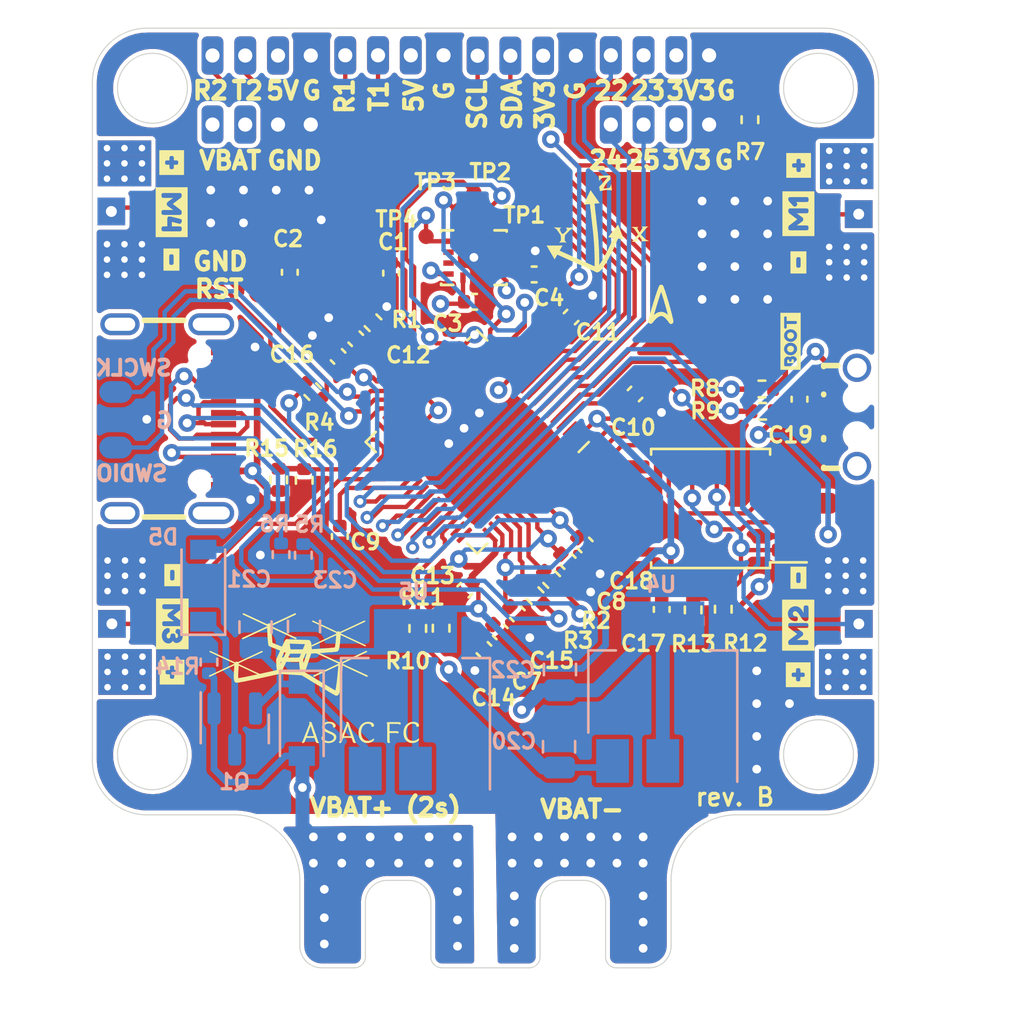
<source format=kicad_pcb>
(kicad_pcb (version 20211014) (generator pcbnew)
  (title_block (title "asac-fc") (date "2023-06-06") (rev "B") (company "Victor Krook"))
  (layers (0 "F.Cu" signal) (1 "In1.Cu" power) (2 "In2.Cu" power) (31 "B.Cu" signal) (34 "B.Paste" user) (35 "F.Paste" user) (36 "B.SilkS" user "B.Silkscreen") (37 "F.SilkS" user "F.Silkscreen") (38 "B.Mask" user) (39 "F.Mask" user) (44 "Edge.Cuts" user))
  (net 0 "")
  (net 1 "/XIN")
  (net 2 "GND")
  (net 3 "Net-(C2-Pad1)")
  (net 4 "+3.3V")
  (net 5 "+1V1")
  (net 6 "/~{USB_BOOT}")
  (net 7 "/VBAT")
  (net 8 "/VSYS")
  (net 9 "+5V")
  (net 10 "Net-(D1-Pad2)")
  (net 11 "Net-(D2-Pad2)")
  (net 12 "Net-(D3-Pad2)")
  (net 13 "/VBUS")
  (net 14 "/USB-")
  (net 15 "/USB+")
  (net 16 "/XOUT")
  (net 17 "Net-(R2-Pad2)")
  (net 18 "Net-(R3-Pad2)")
  (net 19 "/~{RESET}")
  (net 20 "/LED_BLUE")
  (net 21 "/LED_RED")
  (net 22 "/LED_GREEN")
  (net 23 "/VBAT_ADC")
  (net 24 "/QSPI_SS")
  (net 27 "/SWCLK")
  (net 28 "/SWD")
  (net 29 "/QSPI_SD3")
  (net 30 "/QSPI_CLK")
  (net 31 "/QSPI_SD0")
  (net 32 "/QSPI_SD2")
  (net 33 "/QSPI_SD1")
  (net 34 "/RX1")
  (net 35 "/TX1")
  (net 38 "/M4")
  (net 39 "/M2")
  (net 40 "/M1")
  (net 41 "/M3")
  (net 42 "/GPIO23")
  (net 43 "/GPIO24")
  (net 44 "/SDO{slash}MISO")
  (net 45 "/IMU_INT_1")
  (net 46 "/IMU_INT_2")
  (net 49 "/CSB{slash}CS")
  (net 50 "/SCK")
  (net 51 "/SDI{slash}MOSI")
  (net 52 "Net-(J10-PadA5)")
  (net 54 "Net-(J10-PadB5)")
  (net 56 "Net-(D5-Pad1)")
  (net 57 "/TX_2_PIO")
  (net 58 "/RX_2_PIO")
  (net 61 "/SCL1")
  (net 62 "/SDA1")
  (net 63 "/VUSB_SENSE")
  (net 65 "/GPIO22")
  (net 66 "/GPIO25")
  (footprint "Package_SO:SOIC-8_5.23x5.23mm_P1.27mm" (layer "F.Cu") (at 134.39 121.57 180)
    (fp_text reference "U3" hide)
    (fp_text value "W25Q128JVSIQ" hide)
  )
  (footprint "Capacitor_SMD:C_0402_1005Metric" (layer "F.Cu") (at 115.12 110.76 90)
    (fp_text reference "C2")
    (fp_text value "30pF")
  )
  (footprint "Capacitor_SMD:C_0402_1005Metric" (layer "F.Cu") (at 123.13 125.31 -135)
    (fp_text reference "C13")
    (fp_text value "100nF")
  )
  (footprint "Custom:BMI270" (layer "F.Cu") (at 123.55 110.09)
    (fp_text reference "U1" hide)
    (fp_text value "BMI270" hide)
  )
  (footprint "Custom:Conn_01x03_2big_1small" (layer "F.Cu") (at 140.575 126.85 180)
    (fp_text reference "J4" hide)
    (fp_text value "Conn_01x03" hide)
  )
  (footprint "Capacitor_SMD:C_0402_1005Metric" (layer "F.Cu") (at 128.65 123.24 -45)
    (fp_text reference "C18")
    (fp_text value "100nF")
  )
  (footprint "kibuzzard-647F0963" (layer "F.Cu") (at 109.74 126.85 -90)
    (fp_text reference "kibuzzard-647F0963" hide)
    (fp_text value "G***" hide)
  )
  (footprint "Custom:Conn_01x03_2big_1small" (layer "F.Cu") (at 107.5496 107.9778)
    (fp_text reference "J9" hide)
    (fp_text value "Conn_01x03" hide)
  )
  (footprint "Resistor_SMD:R_0402_1005Metric" (layer "F.Cu") (at 136.74 116.1 180)
    (fp_text reference "R8")
    (fp_text value "330R" hide)
  )
  (footprint "Resistor_SMD:R_0402_1005Metric" (layer "F.Cu") (at 136.77 117.12 180)
    (fp_text reference "R9")
    (fp_text value "330R" hide)
  )
  (footprint "Capacitor_SMD:C_0402_1005Metric" (layer "F.Cu") (at 124.01 128.02 -45)
    (fp_text reference "C14")
    (fp_text value "100nF")
  )
  (footprint "Capacitor_SMD:C_0402_1005Metric" (layer "F.Cu") (at 118.14 113.8 135)
    (fp_text reference "C12")
    (fp_text value "100nF")
  )
  (footprint "Capacitor_SMD:C_0402_1005Metric" (layer "F.Cu") (at 117.33 114.61 135)
    (fp_text reference "C16")
    (fp_text value "100nF")
  )
  (footprint "Custom:Conn_01x02_small" (layer "F.Cu") (at 111.71 111.01 90)
    (fp_text reference "J7" hide)
    (fp_text value "Conn_01x02" hide)
  )
  (footprint "Custom:USB-SMD_GT-USB-7010AN" (layer "F.Cu") (at 109.7155 117.46 -90)
    (fp_text reference "J10" hide)
    (fp_text value "USB_C_Receptacle_USB2.0" hide)
  )
  (footprint "Custom:SW-SMD_TS-1086EV-16" (layer "F.Cu") (at 140.39 117.38 90)
    (fp_text reference "SW1" hide)
    (fp_text value "SW_SPST" hide)
  )
  (footprint "Resistor_SMD:R_0402_1005Metric" (layer "F.Cu") (at 118.93 113.07 -45)
    (fp_text reference "R1")
    (fp_text value "1k")
  )
  (footprint "Capacitor_SMD:C_0402_1005Metric" (layer "F.Cu") (at 128 112.81 45)
    (fp_text reference "C11")
    (fp_text value "100nF" hide)
  )
  (footprint "Custom:LED_0603_no_outline" (layer "F.Cu") (at 140.49 121.33 180)
    (fp_text reference "D3" hide)
    (fp_text value "LED" hide)
  )
  (footprint "kibuzzard-647F08F4" (layer "F.Cu") (at 109.71 108.01 -90)
    (fp_text reference "kibuzzard-647F08F4" hide)
    (fp_text value "G***" hide)
  )
  (footprint "Custom:TP_0.7mm" (layer "F.Cu") (at 122.85 107.93)
    (fp_text reference "TP3")
    (fp_text value "TestPoint" hide)
  )
  (footprint "kibuzzard-647F08EC" (layer "F.Cu") (at 109.7 110.18 -90)
    (fp_text reference "kibuzzard-647F08EC" hide)
    (fp_text value "G***" hide)
  )
  (footprint "Custom:Conn_01x04_fpv" (layer "F.Cu") (at 111.58 104 90)
    (fp_text reference "J3" hide)
    (fp_text value "Conn_01x04" hide)
  )
  (footprint "kibuzzard-647F0971" (layer "F.Cu") (at 138.42 105.87 90)
    (fp_text reference "kibuzzard-647F0971" hide)
    (fp_text value "G***" hide)
  )
  (footprint "Capacitor_SMD:C_0402_1005Metric" (layer "F.Cu") (at 124.76 127.22 -45)
    (fp_text reference "C7")
    (fp_text value "1uF")
  )
  (footprint "Resistor_SMD:R_0402_1005Metric" (layer "F.Cu") (at 116.17 116.22 -45)
    (fp_text reference "R4")
    (fp_text value "10k")
  )
  (footprint "kibuzzard-647F08DD" (layer "F.Cu") (at 109.71 105.74 -90)
    (fp_text reference "kibuzzard-647F08DD" hide)
    (fp_text value "G***" hide)
  )
  (footprint "kibuzzard-647F096A" (layer "F.Cu") (at 109.74 124.62 -90)
    (fp_text reference "kibuzzard-647F096A" hide)
    (fp_text value "G***" hide)
  )
  (footprint "Capacitor_SMD:C_0402_1005Metric" (layer "F.Cu") (at 117.41 122.85 -90)
    (fp_text reference "C9")
    (fp_text value "100nF")
  )
  (footprint "Custom:Conn_01x03_2big_1small" (layer "F.Cu") (at 140.62 108.1)
    (fp_text reference "J1" hide)
    (fp_text value "Conn_01x03" hide)
  )
  (footprint "Resistor_SMD:R_0402_1005Metric" (layer "F.Cu") (at 126.35 125.56 135)
    (fp_text reference "R3")
    (fp_text value "27.4R")
  )
  (footprint "Custom:Conn_01x04_fpv" (layer "F.Cu") (at 123.72 100.85 90)
    (fp_text reference "J15" hide)
    (fp_text value "Conn_01x04" hide)
  )
  (footprint "Resistor_SMD:R_0402_1005Metric" (layer "F.Cu") (at 134.97 126.18 90)
    (fp_text reference "R12")
    (fp_text value "1k")
  )
  (footprint "Resistor_SMD:R_0402_1005Metric" (layer "F.Cu") (at 133.59 126.21 -90)
    (fp_text reference "R13")
    (fp_text value "10k")
  )
  (footprint "Crystal:Crystal_SMD_2520-4Pin_2.5x2.0mm" (layer "F.Cu") (at 117.43 110.55 180)
    (fp_text reference "Y1" hide)
    (fp_text value "CM4012M00020T8188087 " hide)
  )
  (footprint "Package_DFN_QFN:QFN-56-1EP_7x7mm_P0.4mm_EP3.2x3.2mm" (layer "F.Cu") (at 123.703207 118.526736 -135)
    (fp_text reference "U2" hide)
    (fp_text value "RP2040" hide)
  )
  (footprint "kibuzzard-647F096A" (layer "F.Cu") (at 138.41 110.31 90)
    (fp_text reference "kibuzzard-647F096A" hide)
    (fp_text value "G***" hide)
  )
  (footprint "Capacitor_SMD:C_0402_1005Metric" (layer "F.Cu") (at 125.54 126.4 -45)
    (fp_text reference "C15")
    (fp_text value "1uF")
  )
  (footprint "kibuzzard-647F0971" (layer "F.Cu") (at 109.73 129.06 -90)
    (fp_text reference "kibuzzard-647F0971" hide)
    (fp_text value "G***" hide)
  )
  (footprint "Resistor_SMD:R_0402_1005Metric" (layer "F.Cu") (at 120.98 127.06 90)
    (fp_text reference "R10")
    (fp_text value "10k")
  )
  (footprint "Custom:Conn_01x04_fpv" (layer "F.Cu") (at 117.66 100.83 90)
    (fp_text reference "J8" hide)
    (fp_text value "Conn_01x04" hide)
  )
  (footprint "Resistor_SMD:R_0402_1005Metric" (layer "F.Cu") (at 127.11 124.82 135)
    (fp_text reference "R2")
    (fp_text value "27.4R")
  )
  (footprint "kibuzzard-647F08DD" (layer "F.Cu") (at 138.4 129.18 90)
    (fp_text reference "kibuzzard-647F08DD" hide)
    (fp_text value "G***" hide)
  )
  (footprint "Custom:TP_0.7mm" (layer "F.Cu") (at 123.55 107.12)
    (fp_text reference "TP2")
    (fp_text value "TestPoint" hide)
  )
  (footprint "Capacitor_SMD:C_0402_1005Metric" (layer "F.Cu") (at 126.31 110.86)
    (fp_text reference "C4")
    (fp_text value "100nF")
  )
  (footprint "Resistor_SMD:R_0402_1005Metric" (layer "F.Cu") (at 122.05 127.05 -90)
    (fp_text reference "R11")
    (fp_text value "5.6k")
  )
  (footprint "Custom:Conn_01x04_fpv" (layer "F.Cu") (at 129.82 104 90)
    (fp_text reference "J2" hide)
    (fp_text value "Conn_01x04" hide)
  )
  (footprint "Capacitor_SMD:C_0402_1005Metric" (layer "F.Cu") (at 127.87 124 -45)
    (fp_text reference "C8")
    (fp_text value "100nF")
  )
  (footprint "Custom:TP_0.7mm" (layer "F.Cu") (at 121.36 109.12)
    (fp_text reference "TP4")
    (fp_text value "TestPoint" hide)
  )
  (footprint "Custom:Conn_01x03_2big_1small" (layer "F.Cu") (at 107.5746 126.85 180)
    (fp_text reference "J6" hide)
    (fp_text value "Conn_01x03" hide)
  )
  (footprint "Capacitor_SMD:C_0402_1005Metric" (layer "F.Cu") (at 119.76 110.8 -90)
    (fp_text reference "C1")
    (fp_text value "30pF")
  )
  (footprint "Custom:TP_0.7mm" (layer "F.Cu") (at 124.36 108.13)
    (fp_text reference "TP1")
    (fp_text value "TestPoint" hide)
  )
  (footprint "kibuzzard-647F08EC" (layer "F.Cu") (at 138.41 124.74 90)
    (fp_text reference "kibuzzard-647F08EC" hide)
    (fp_text value "G***" hide)
  )
  (footprint "Custom:LED_0603_no_outline" (layer "F.Cu") (at 136.18 101.23 -90)
    (fp_text reference "D1" hide)
    (fp_text value "LED" hide)
  )
  (footprint "Custom:Conn_01x04_fpv" (layer "F.Cu") (at 111.58 100.84 90)
    (fp_text reference "J5" hide)
    (fp_text value "Conn_01x04" hide)
  )
  (footprint "kibuzzard-640905D0" (layer "F.Cu") (at 138.05 113.92 90)
    (fp_text reference "kibuzzard-640905D0" hide)
    (fp_text value "G***" hide)
  )
  (footprint "Resistor_SMD:R_0402_1005Metric" (layer "F.Cu") (at 114.61 120.26 90)
    (fp_text reference "R15")
    (fp_text value "10k" hide)
  )
  (footprint "Custom:Conn_01x04_fpv" (layer "F.Cu") (at 129.82 100.83 90)
    (fp_text reference "J12" hide)
    (fp_text value "Conn_01x04" hide)
  )
  (footprint "Capacitor_SMD:C_0402_1005Metric" (layer "F.Cu") (at 132.15 126.19 -90)
    (fp_text reference "C17")
    (fp_text value "100nF")
  )
  (footprint "Resistor_SMD:R_0402_1005Metric" (layer "F.Cu") (at 115.78 120.28 -90)
    (fp_text reference "R16")
    (fp_text value "20k" hide)
  )
  (footprint "Custom:LED_0603_no_outline" (layer "F.Cu") (at 140.51 113.24 180)
    (fp_text reference "D2" hide)
    (fp_text value "LED" hide)
  )
  (footprint "Resistor_SMD:R_0402_1005Metric" (layer "F.Cu") (at 136.19 103.78 -90)
    (fp_text reference "R7")
    (fp_text value "330R")
  )
  (footprint "Capacitor_SMD:C_0402_1005Metric" (layer "F.Cu") (at 130.93 116.33 45)
    (fp_text reference "C10")
    (fp_text value "100nF")
  )
  (footprint "kibuzzard-647F09B6" (layer "F.Cu") (at 138.4 126.91 90)
    (fp_text reference "kibuzzard-647F09B6" hide)
    (fp_text value "G***" hide)
  )
  (footprint "kibuzzard-647F09BC" (layer "F.Cu") (at 138.41 108.08 90)
    (fp_text reference "kibuzzard-647F09BC" hide)
    (fp_text value "G***" hide)
  )
  (footprint "Capacitor_SMD:C_0402_1005Metric" (layer "F.Cu") (at 123.58 112.11)
    (fp_text reference "C3")
    (fp_text value "100nF")
  )
  (footprint "Capacitor_SMD:C_0402_1005Metric" (layer "F.Cu") (at 138.46 116.57 -90)
    (fp_text reference "C19")
    (fp_text value "100nF")
  )
  (footprint "Package_TO_SOT_SMD:SOT-223-3_TabPin2" (layer "B.Cu") (at 132.2 129.975 90)
    (fp_text reference "U4")
    (fp_text value "AMS1117-5.0" hide)
  )
  (footprint "Capacitor_SMD:C_0805_2012Metric" (layer "B.Cu") (at 127.49 128.94 90)
    (fp_text reference "C22")
    (fp_text value "10uF")
  )
  (footprint "Diode_SMD:D_SOD-123" (layer "B.Cu") (at 115.67 131.25 -90)
    (fp_text reference "D4" hide)
    (fp_text value "D_Schottky" hide)
  )
  (footprint "Capacitor_SMD:C_0805_2012Metric" (layer "B.Cu") (at 127.45 132.475 90)
    (fp_text reference "C20")
    (fp_text value "10uF")
  )
  (footprint "Resistor_SMD:R_0402_1005Metric" (layer "B.Cu") (at 114.72 123.68 -90)
    (fp_text reference "R6")
    (fp_text value "5.11k" hide)
  )
  (footprint "Capacitor_SMD:C_0805_2012Metric" (layer "B.Cu") (at 113.55 127 90)
    (fp_text reference "C21")
    (fp_text value "10uF")
  )
  (footprint "Package_TO_SOT_SMD:SOT-223-3_TabPin2" (layer "B.Cu") (at 120.875 130.325 90)
    (fp_text reference "U5")
    (fp_text value "AMS1117-3.3" hide)
  )
  (footprint "Custom:PinHeader_1x03_P1.27mm_Vertical_no_silk_smd" (layer "B.Cu") (at 107.15 116.24 180)
    (fp_text reference "J14" hide)
    (fp_text value "Conn_01x03" hide)
  )
  (footprint "Resistor_SMD:R_0402_1005Metric" (layer "B.Cu") (at 115.74 123.71 -90)
    (fp_text reference "R5")
    (fp_text value "5.11k" hide)
  )
  (footprint "Diode_SMD:D_SOD-123" (layer "B.Cu") (at 111.16 125.1 90)
    (fp_text reference "D5")
    (fp_text value "D_Schottky" hide)
  )
  (footprint "Capacitor_SMD:C_0805_2012Metric" (layer "B.Cu") (at 115.77 126.97 90)
    (fp_text reference "C23")
    (fp_text value "10uF")
  )
  (footprint "Resistor_SMD:R_0402_1005Metric" (layer "B.Cu") (at 111.42 128.6 90)
    (fp_text reference "R14")
    (fp_text value "10k")
  )
  (footprint "Package_TO_SOT_SMD:SOT-23" (layer "B.Cu") (at 112.6 131.66 -90)
    (fp_text reference "Q1")
    (fp_text value "Q_PMOS_GSD" hide)
  )
  (gr_line (start 132.575496 113.025451) (end 132.570101 113.022105) (layer "F.SilkS") (width 0.185208))
  (gr_poly (pts (xy 129.311197 107.599544) (xy 128.580751 107.663452) (xy 128.890631 106.998914)) (layer "F.SilkS") (width 0) (fill solid))
  (gr_line (start 132.159958 111.485994) (end 132.219541 111.649834) (layer "F.SilkS") (width 0.185208))
  (gr_line (start 114.60474 128.48) (end 115.080163 128.492402) (layer "F.SilkS") (width 0.198437))
  (gr_line (start 117.250573 130.034426) (end 117.250573 130.034426) (layer "F.SilkS") (width 0.198437))
  (gr_line (start 132.124869 111.424318) (end 132.124869 111.424318) (layer "F.SilkS") (width 0.185208))
  (gr_line (start 117.031465 128.046434) (end 117.179001 128.030738) (layer "F.SilkS") (width 0.198437))
  (gr_line (start 114.790775 128.066588) (end 114.861507 127.914789) (layer "F.SilkS") (width 0.198437))
  (gr_line (start 114.195462 127.343118) (end 114.174792 126.925573) (layer "F.SilkS") (width 0.198437))
  (gr_line (start 131.649521 113.016621) (end 131.644485 113.018562) (layer "F.SilkS") (width 0.185208))
  (gr_line (start 116.025841 128.053669) (end 116.023387 127.98888) (layer "F.SilkS") (width 0.198437))
  (gr_line (start 114.637813 129.042239) (end 115.06776 128.116197) (layer "F.SilkS") (width 0.198437))
  (gr_line (start 117.386999 129.368834) (end 117.412385 129.116201) (layer "F.SilkS") (width 0.198437))
  (gr_line (start 132.587388 113.010443) (end 132.585888 113.018856) (layer "F.SilkS") (width 0.185208))
  (gr_line (start 131.644485 113.018562) (end 131.640535 113.017915) (layer "F.SilkS") (width 0.185208))
  (gr_line (start 116.005381 127.800624) (end 115.99897 127.767382) (layer "F.SilkS") (width 0.198437))
  (gr_line (start 129.200492 110.650631) (end 129.224114 110.641357) (layer "F.SilkS") (width 0.211666))
  (gr_line (start 117.412385 129.116201) (end 117.431957 128.894961) (layer "F.SilkS") (width 0.198437))
  (gr_poly (pts (xy 120.786921 131.333543) (xy 120.800708 131.334085) (xy 120.814206 131.33499) (xy 120.827415 131.336256) (xy 120.840334 131.337884) (xy 120.852964 131.339873) (xy 120.865305 131.342224) (xy 120.877356 131.344937) (xy 120.889117 131.348012) (xy 120.900589 131.351449) (xy 120.911772 131.355247) (xy 120.922665 131.359407) (xy 120.933269 131.363929) (xy 120.943583 131.368812) (xy 120.953608 131.374057) (xy 120.963343 131.379664) (xy 120.972634 131.385529) (xy 120.981326 131.39155) (xy 120.989419 131.397725) (xy 120.996912 131.404055) (xy 121.003805 131.410541) (xy 121.0101 131.417181) (xy 121.015794 131.423977) (xy 121.02089 131.430927) (xy 121.025386 131.438033) (xy 121.029282 131.445293) (xy 121.03258 131.452709) (xy 121.034003 131.456474) (xy 121.035277 131.460279) (xy 121.036401 131.464123) (xy 121.037375 131.468005) (xy 121.0382 131.471926) (xy 121.038874 131.475885) (xy 121.039773 131.483921) (xy 121.040073 131.492112) (xy 121.03999 131.496189) (xy 121.039742 131.500153) (xy 121.039329 131.504003) (xy 121.03875 131.507739) (xy 121.038006 131.511361) (xy 121.037096 131.51487) (xy 121.036021 131.518265) (xy 121.03478 131.521547) (xy 121.033375 131.524714) (xy 121.031804 131.527768) (xy 121.030067 131.530709) (xy 121.028166 131.533536) (xy 121.026099 131.536249) (xy 121.023867 131.538848) (xy 121.021469 131.541334) (xy 121.018906 131.543706) (xy 121.01622 131.545948) (xy 121.01345 131.548047) (xy 121.010597 131.55) (xy 121.007662 131.551809) (xy 121.004644 131.553473) (xy 121.001544 131.554992) (xy 120.998361 131.556366) (xy 120.995094 131.557596) (xy 120.991746 131.558682) (xy 120.988314 131.559622) (xy 120.9848 131.560418) (xy 120.981203 131.561069) (xy 120.977524 131.561575) (xy 120.973762 131.561937) (xy 120.969917 131.562154) (xy 120.965989 131.562227) (xy 120.962237 131.56219) (xy 120.958589 131.562082) (xy 120.955043 131.561901) (xy 120.951601 131.561648) (xy 120.948263 131.561322) (xy 120.945028 131.560924) (xy 120.941896 131.560454) (xy 120.938868 131.559911) (xy 120.935943 131.559296) (xy 120.933122 131.558609) (xy 120.930404 131.557849) (xy 120.927789 131.557017) (xy 120.925278 131.556113) (xy 120.92287 131.555136) (xy 120.920565 131.554087) (xy 120.918364 131.552966) (xy 120.918674 131.550672) (xy 120.918942 131.548419) (xy 120.91917 131.546207) (xy 120.919356 131.544036) (xy 120.919501 131.541907) (xy 120.919604 131.53982) (xy 120.919667 131.537773) (xy 120.919688 131.535768) (xy 120.919527 131.530182) (xy 120.919047 131.524668) (xy 120.918246 131.519227) (xy 120.917124 131.513857) (xy 120.915682 131.508561) (xy 120.91392 131.503336) (xy 120.911837 131.498184) (xy 120.909434 131.493104) (xy 120.906711 131.488097) (xy 120.903667 131.483162) (xy 120.900303 131.478299) (xy 120.896618 131.473508) (xy 120.892613 131.46879) (xy 120.888288 131.464145) (xy 120.883643 131.459571) (xy 120.878677 131.45507) (xy 120.87337 131.450745) (xy 120.867702 131.446699) (xy 120.861671 131.442931) (xy 120.855279 131.439443) (xy 120.848525 131.436234) (xy 120.841409 131.433304) (xy 120.833931 131.430653) (xy 120.826092 131.428281) (xy 120.817891 131.426188) (xy 120.809328 131.424374) (xy 120.800403 131.42284) (xy 120.791117 131.421584) (xy 120.781469 131.420607) (xy 120.771459 131.41991) (xy 120.761087 131.419491) (xy 120.750354 131.419351) (xy 120.735259 131.41976) (xy 120.720402 131.420984) (xy 120.705782 131.423026) (xy 120.691401 131.425883) (xy 120.677257 131.429558) (xy 120.663351 131.434048) (xy 120.649682 131.439356) (xy 120.636252 131.445479) (xy 120.623059 131.452419) (xy 120.610104 131.460176) (xy 120.597386 131.468749) (xy 120.584906 131.478139) (xy 120.572664 131.488345) (xy 120.56066 131.499367) (xy 120.548893 131.511206) (xy 120.537364 131.523862) (xy 120.526471 131.537091) (xy 120.51628 131.550982) (xy 120.506792 131.565534) (xy 120.498007 131.580747) (xy 120.489924 131.596622) (xy 120.482545 131.613159) (xy 120.475869 131.630357) (xy 120.469895 131.648216) (xy 120.464624 131.666737) (xy 120.460056 131.685919) (xy 120.456191 131.705763) (xy 120.453028 131.726268) (xy 120.450568 131.747435) (xy 120.448812 131.769263) (xy 120.447757 131.791753) (xy 120.447406 131.814904) (xy 120.447726 131.838044) (xy 120.448688 131.860503) (xy 120.450289 131.882279) (xy 120.452532 131.903374) (xy 120.455415 131.923786) (xy 120.45894 131.943516) (xy 120.463105 131.962564) (xy 120.46791 131.98093) (xy 120.473357 131.998614) (xy 120.479445 132.015616) (xy 120.486173 132.031935) (xy 120.493542 132.047572) (xy 120.501552 132.062527) (xy 120.510203 132.0768) (xy 120.519495 132.090391) (xy 120.529427 132.103299) (xy 120.539933 132.115314) (xy 120.550946 132.126554) (xy 120.562465 132.137018) (xy 120.57449 132.146708) (xy 120.587021 132.155622) (xy 120.600059 132.163761) (xy 120.613603 132.171125) (xy 120.627654 132.177713) (xy 120.642211 132.183527) (xy 120.657275 132.188566) (xy 120.672845 132.192829) (xy 120.688921 132.196317) (xy 120.705504 132.19903) (xy 120.722593 132.200968) (xy 120.740189 132.202131) (xy 120.758291 132.202518) (xy 120.768007 132.202394) (xy 120.77764 132.202022) (xy 120.78719 132.201402) (xy 120.796657 132.200534) (xy 120.806041 132.199418) (xy 120.815343 132.198053) (xy 120.824562 132.196441) (xy 120.833698 132.194581) (xy 120.842752 132.192472) (xy 120.851723 132.190116) (xy 120.860611 132.187511) (xy 120.869417 132.184659) (xy 120.87814 132.181558) (xy 120.88678 132.17821) (xy 120.895337 132.174613) (xy 120.903812 132.170768) (xy 120.912153 132.166753) (xy 120.920307 132.162645) (xy 120.928276 132.158443) (xy 120.936058 132.154149) (xy 120.943655 132.149762) (xy 120.951065 132.145281) (xy 120.95829 132.140708) (xy 120.965328 132.136042) (xy 120.97218 132.131282) (xy 120.978847 132.12643) (xy 120.985327 132.121484) (xy 120.991621 132.116446) (xy 120.997729 132.111314) (xy 121.003651 132.10609) (xy 121.009387 132.100772) (xy 121.014937 132.095362) (xy 121.016089 132.095568) (xy 121.017231 132.095857) (xy 121.018363 132.096229) (xy 121.019484 132.096684) (xy 121.020595 132.097221) (xy 121.021696 132.097841) (xy 121.022786 132.098544) (xy 121.023866 132.09933) (xy 121.024936 132.100198) (xy 121.025995 132.101149) (xy 121.027045 132.102183) (xy 121.028083 132.103299) (xy 121.029112 132.104498) (xy 121.03013 132.10578) (xy 121.031138 132.107144) (xy 121.032135 132.108591) (xy 121.033256 132.109945) (xy 121.034305 132.111361) (xy 121.035281 132.112839) (xy 121.036186 132.114379) (xy 121.037018 132.115981) (xy 121.037777 132.117645) (xy 121.038465 132.119371) (xy 121.03908 132.121159) (xy 121.039623 132.123009) (xy 121.040093 132.12492) (xy 121.040491 132.126894) (xy 121.040817 132.12893) (xy 121.04107 132.131028) (xy 121.041251 132.133188) (xy 121.04136 132.135411) (xy 121.041396 132.137695) (xy 121.041304 132.140765) (xy 121.041029 132.143855) (xy 121.04057 132.146965) (xy 121.039928 132.150097) (xy 121.039103 132.153249) (xy 121.038094 132.156422) (xy 121.036902 132.159615) (xy 121.035526 132.16283) (xy 121.033967 132.166065) (xy 121.032224 132.16932) (xy 121.030298 132.172596) (xy 121.028188 132.175893) (xy 121.023418 132.182549) (xy 121.017915 132.189288) (xy 121.011678 132.19611) (xy 121.004707 132.203014) (xy 120.997002 132.21) (xy 120.988563 132.21707) (xy 120.97939 132.224222) (xy 120.969483 132.231457) (xy 120.958843 132.238774) (xy 120.947469 132.246174) (xy 120.935759 132.253223) (xy 120.923781 132.259818) (xy 120.911534 132.265957) (xy 120.899018 132.271641) (xy 120.886233 132.276871) (xy 120.87318 132.281646) (xy 120.859857 132.285966) (xy 120.846266 132.289831) (xy 120.832407 132.293242) (xy 120.818278 132.296198) (xy 120.803881 132.298699) (xy 120.789215 132.300745) (xy 120.77428 132.302337) (xy 120.759077 132.303473) (xy 120.743605 132.304155) (xy 120.727864 132.304383) (xy 120.706114 132.303887) (xy 120.68485 132.302398) (xy 120.664071 132.299918) (xy 120.643778 132.296445) (xy 120.623971 132.29198) (xy 120.604649 132.286523) (xy 120.585813 132.280074) (xy 120.567463 132.272633) (xy 120.549598 132.264199) (xy 120.532219 132.254773) (xy 120.515326 132.244355) (xy 120.498918 132.232945) (xy 120.482997 132.220543) (xy 120.467561 132.207148) (xy 120.45261 132.192762) (xy 120.438145 132.177383) (xy 120.424529 132.161146) (xy 120.411791 132.144186) (xy 120.399932 132.126502) (xy 120.38895 132.108095) (xy 120.378848 132.088964) (xy 120.369623 132.06911) (xy 120.361278 132.048532) (xy 120.35381 132.027231) (xy 120.347222 132.005206) (xy 120.341511 131.982458) (xy 120.336679 131.958987) (xy 120.332726 131.934792) (xy 120.329651 131.909874) (xy 120.327455 131.884232) (xy 120.326137 131.857867) (xy 120.325698 131.830779) (xy 120.326199 131.803643) (xy 120.327703 131.777138) (xy 120.330209 131.751264) (xy 120.333718 131.72602) (xy 120.33823 131.701407) (xy 120.343744 131.677424) (xy 120.35026 131.654071) (xy 120.357779 131.631349) (xy 120.366301 131.609257) (xy 120.375825 131.587796) (xy 120.386351 131.566965) (xy 120.39788 131.546765) (xy 120.410412 131.527195) (xy 120.423946 131.508256) (xy 120.438482 131.489947) (xy 120.454021 131.472268) (xy 120.470304 131.455447) (xy 120.487072 131.439712) (xy 120.504327 131.425062) (xy 120.522067 131.411497) (xy 120.540294 131.399017) (xy 120.559006 131.387622) (xy 120.578203 131.377313) (xy 120.597887 131.368088) (xy 120.618056 131.359949) (xy 120.638712 131.352896) (xy 120.659853 131.346927) (xy 120.681479 131.342044) (xy 120.703592 131.338245) (xy 120.72619 131.335532) (xy 120.749274 131.333905) (xy 120.772844 131.333362)) (layer "F.SilkS") (width 0) (fill solid))
  (gr_line (start 129.15 109.33) (end 129.117065 108.956372) (layer "F.SilkS") (width 0.211666))
  (gr_line (start 116.613919 128.07899) (end 117.031465 128.046434) (layer "F.SilkS") (width 0.198437))
  (gr_line (start 132.097859 112.669146) (end 132.07141 112.672882) (layer "F.SilkS") (width 0.185208))
  (gr_line (start 112.686511 128.678437) (end 112.677209 128.792642) (layer "F.SilkS") (width 0.198437))
  (gr_line (start 116.026875 128.116197) (end 116.025841 128.053669) (layer "F.SilkS") (width 0.198437))
  (gr_line (start 131.670944 112.997142) (end 131.655622 113.01228) (layer "F.SilkS") (width 0.185208))
  (gr_line (start 131.948275 112.721767) (end 131.925605 112.736279) (layer "F.SilkS") (width 0.185208))
  (gr_line (start 132.219541 111.649834) (end 132.294627 111.884058) (layer "F.SilkS") (width 0.185208))
  (gr_line (start 115.696146 129.108385) (end 116.026875 128.116197) (layer "F.SilkS") (width 0.198437))
  (gr_line (start 114.608874 128.785924) (end 114.60067 128.686964) (layer "F.SilkS") (width 0.198437))
  (gr_line (start 112.66907 128.9104) (end 112.661706 129.046373) (layer "F.SilkS") (width 0.198437))
  (gr_line (start 132.376224 112.156883) (end 132.45534 112.43653) (layer "F.SilkS") (width 0.185208))
  (gr_line (start 117.324987 127.640774) (end 117.335839 127.510873) (layer "F.SilkS") (width 0.198437))
  (gr_line (start 117.335839 127.510873) (end 117.34359 127.398412) (layer "F.SilkS") (width 0.198437))
  (gr_line (start 129.555033 110.202781) (end 129.630459 110.068194) (layer "F.SilkS") (width 0.211666))
  (gr_line (start 131.640306 112.961288) (end 131.654252 112.896761) (layer "F.SilkS") (width 0.185208))
  (gr_line (start 132.583399 113.024027) (end 132.579932 113.026158) (layer "F.SilkS") (width 0.185208))
  (gr_line (start 115.99897 127.767382) (end 115.991396 127.738209) (layer "F.SilkS") (width 0.198437))
  (gr_line (start 132.130853 111.428421) (end 132.13879 111.440399) (layer "F.SilkS") (width 0.185208))
  (gr_line (start 114.596665 128.523149) (end 114.599661 128.497214) (layer "F.SilkS") (width 0.198437))
  (gr_line (start 132.361225 112.773877) (end 132.341005 112.756448) (layer "F.SilkS") (width 0.185208))
  (gr_line (start 114.60474 128.48) (end 114.790775 128.066588) (layer "F.SilkS") (width 0.198437))
  (gr_line (start 116.436153 129.559003) (end 116.965836 129.87578) (layer "F.SilkS") (width 0.198437))
  (gr_line (start 131.640535 113.017915) (end 131.63769 113.014496) (layer "F.SilkS") (width 0.185208))
  (gr_line (start 114.205475 127.498858) (end 114.195462 127.343118) (layer "F.SilkS") (width 0.198437))
  (gr_line (start 132.07141 112.672882) (end 132.045543 112.67888) (layer "F.SilkS") (width 0.185208))
  (gr_line (start 115.06776 128.116197) (end 115.001615 127.653177) (layer "F.SilkS") (width 0.198437))
  (gr_line (start 132.341005 112.756448) (end 132.32 112.74) (layer "F.SilkS") (width 0.185208))
  (gr_line (start 111.47679 128.119293) (end 113.874728 129.237475) (layer "F.SilkS") (width 0.066145))
  (gr_line (start 132.13879 111.440399) (end 132.159958 111.485994) (layer "F.SilkS") (width 0.185208))
  (gr_line (start 131.654252 112.896761) (end 131.70443 112.70238) (layer "F.SilkS") (width 0.185208))
  (gr_line (start 132.434062 112.849383) (end 132.399271 112.810874) (layer "F.SilkS") (width 0.185208))
  (gr_line (start 132.465521 112.887795) (end 132.434062 112.849383) (layer "F.SilkS") (width 0.185208))
  (gr_line (start 132.294627 111.884058) (end 132.376224 112.156883) (layer "F.SilkS") (width 0.185208))
  (gr_line (start 113.686966 129.253079) (end 114.637813 129.042239) (layer "F.SilkS") (width 0.198437))
  (gr_line (start 114.92565 127.782368) (end 114.975066 127.688704) (layer "F.SilkS") (width 0.198437))
  (gr_line (start 112.661948 129.356634) (end 112.66752 129.396933) (layer "F.SilkS") (width 0.198437))
  (gr_line (start 112.6572 129.248032) (end 112.658605 129.306306) (layer "F.SilkS") (width 0.198437))
  (gr_line (start 114.601925 128.487432) (end 114.60474 128.48) (layer "F.SilkS") (width 0.198437))
  (gr_line (start 114.60067 128.686964) (end 114.595955 128.595755) (layer "F.SilkS") (width 0.198437))
  (gr_line (start 129.278279 110.599549) (end 129.340211 110.530389) (layer "F.SilkS") (width 0.211666))
  (gr_line (start 114.595955 128.595755) (end 114.595511 128.556448) (layer "F.SilkS") (width 0.198437))
  (gr_line (start 117.155295 129.98514) (end 117.250573 130.034426) (layer "F.SilkS") (width 0.198437))
  (gr_line (start 114.861507 127.914789) (end 114.92565 127.782368) (layer "F.SilkS") (width 0.198437))
  (gr_line (start 116.254827 128.119293) (end 118.652732 129.237475) (layer "F.SilkS") (width 0.066145))
  (gr_line (start 132.32 112.74) (end 132.29822 112.724734) (layer "F.SilkS") (width 0.185208))
  (gr_line (start 129.173169 109.725752) (end 129.15 109.33) (layer "F.SilkS") (width 0.211666))
  (gr_line (start 115.696146 129.108385) (end 116.436153 129.559003) (layer "F.SilkS") (width 0.198437))
  (gr_line (start 115.696146 129.108385) (end 115.63 128.48) (layer "F.SilkS") (width 0.198437))
  (gr_line (start 132.58789 112.998589) (end 132.587388 113.010443) (layer "F.SilkS") (width 0.185208))
  (gr_line (start 129.408151 110.438276) (end 129.480345 110.327608) (layer "F.SilkS") (width 0.211666))
  (gr_line (start 114.997566 127.655549) (end 115.001615 127.653177) (layer "F.SilkS") (width 0.198437))
  (gr_line (start 115.987143 127.725496) (end 115.982562 127.714219) (layer "F.SilkS") (width 0.198437))
  (gr_poly (pts (xy 118.726325 131.333543) (xy 118.740111 131.334085) (xy 118.753609 131.33499) (xy 118.766817 131.336256) (xy 118.779735 131.337884) (xy 118.792365 131.339873) (xy 118.804705 131.342224) (xy 118.816756 131.344937) (xy 118.828518 131.348012) (xy 118.83999 131.351449) (xy 118.851173 131.355247) (xy 118.862067 131.359407) (xy 118.872671 131.363929) (xy 118.882986 131.368812) (xy 118.893012 131.374057) (xy 118.902749 131.379664) (xy 118.91204 131.385529) (xy 118.920732 131.39155) (xy 118.928824 131.397725) (xy 118.936317 131.404055) (xy 118.943211 131.410541) (xy 118.949505 131.417181) (xy 118.9552 131.423977) (xy 118.960295 131.430927) (xy 118.964791 131.438033) (xy 118.968688 131.445293) (xy 118.971985 131.452709) (xy 118.973408 131.456474) (xy 118.974682 131.460279) (xy 118.975806 131.464123) (xy 118.97678 131.468005) (xy 118.977605 131.471926) (xy 118.978279 131.475885) (xy 118.979178 131.483921) (xy 118.979478 131.492112) (xy 118.979395 131.496189) (xy 118.979147 131.500153) (xy 118.978734 131.504003) (xy 118.978155 131.507739) (xy 118.977411 131.511361) (xy 118.976501 131.51487) (xy 118.975426 131.518265) (xy 118.974186 131.521547) (xy 118.97278 131.524714) (xy 118.971209 131.527768) (xy 118.969473 131.530709) (xy 118.967571 131.533536) (xy 118.965504 131.536249) (xy 118.963272 131.538848) (xy 118.960874 131.541334) (xy 118.958312 131.543706) (xy 118.955624 131.545948) (xy 118.952853 131.548047) (xy 118.95 131.55) (xy 118.947065 131.551809) (xy 118.944047 131.553473) (xy 118.940946 131.554992) (xy 118.937763 131.556366) (xy 118.934497 131.557596) (xy 118.931149 131.558682) (xy 118.927718 131.559622) (xy 118.924204 131.560418) (xy 118.920608 131.561069) (xy 118.916928 131.561575) (xy 118.913167 131.561937) (xy 118.909322 131.562154) (xy 118.905395 131.562227) (xy 118.901642 131.56219) (xy 118.897994 131.562082) (xy 118.894449 131.561901) (xy 118.891007 131.561648) (xy 118.887668 131.561322) (xy 118.884433 131.560924) (xy 118.881301 131.560454) (xy 118.878273 131.559911) (xy 118.875348 131.559296) (xy 118.872527 131.558609) (xy 118.869809 131.557849) (xy 118.867194 131.557017) (xy 118.864683 131.556113) (xy 118.862275 131.555136) (xy 118.859971 131.554087) (xy 118.85777 131.552966) (xy 118.858079 131.550672) (xy 118.858348 131.548419) (xy 118.858575 131.546207) (xy 118.858761 131.544036) (xy 118.858906 131.541907) (xy 118.85901 131.53982) (xy 118.859072 131.537773) (xy 118.859093 131.535768) (xy 118.858932 131.530182) (xy 118.858452 131.524668) (xy 118.857651 131.519227) (xy 118.856529 131.513857) (xy 118.855087 131.508561) (xy 118.853325 131.503336) (xy 118.851242 131.498184) (xy 118.848839 131.493104) (xy 118.846116 131.488097) (xy 118.843072 131.483162) (xy 118.839708 131.478299) (xy 118.836023 131.473508) (xy 118.832018 131.46879) (xy 118.827693 131.464145) (xy 118.823048 131.459571) (xy 118.818082 131.45507) (xy 118.812774 131.450745) (xy 118.807105 131.446699) (xy 118.801074 131.442931) (xy 118.794681 131.439443) (xy 118.787927 131.436234) (xy 118.780811 131.433304) (xy 118.773334 131.430653) (xy 118.765495 131.428281) (xy 118.757294 131.426188) (xy 118.748731 131.424374) (xy 118.739807 131.42284) (xy 118.730521 131.421584) (xy 118.720873 131.420607) (xy 118.710864 131.41991) (xy 118.700492 131.419491) (xy 118.689759 131.419351) (xy 118.674664 131.41976) (xy 118.659807 131.420984) (xy 118.645188 131.423026) (xy 118.630806 131.425883) (xy 118.616662 131.429558) (xy 118.602756 131.434048) (xy 118.589088 131.439356) (xy 118.575657 131.445479) (xy 118.562464 131.452419) (xy 118.549509 131.460176) (xy 118.536791 131.468749) (xy 118.524312 131.478139) (xy 118.51207 131.488345) (xy 118.500065 131.499367) (xy 118.488299 131.511206) (xy 118.47677 131.523862) (xy 118.465876 131.537091) (xy 118.455685 131.550982) (xy 118.446197 131.565534) (xy 118.437412 131.580747) (xy 118.42933 131.596622) (xy 118.42195 131.613159) (xy 118.415274 131.630357) (xy 118.4093 131.648216) (xy 118.404029 131.666737) (xy 118.399461 131.685919) (xy 118.395596 131.705763) (xy 118.392433 131.726268) (xy 118.389974 131.747435) (xy 118.388217 131.769263) (xy 118.387163 131.791753) (xy 118.386811 131.814904) (xy 118.387132 131.838044) (xy 118.388093 131.860503) (xy 118.389695 131.882279) (xy 118.391937 131.903374) (xy 118.394821 131.923786) (xy 118.398345 131.943516) (xy 118.40251 131.962564) (xy 118.407316 131.98093) (xy 118.412762 131.998614) (xy 118.41885 132.015616) (xy 118.425578 132.031935) (xy 118.432947 132.047572) (xy 118.440957 132.062527) (xy 118.449608 132.0768) (xy 118.4589 132.090391) (xy 118.468832 132.103299) (xy 118.479337 132.115314) (xy 118.490349 132.126554) (xy 118.501867 132.137018) (xy 118.513892 132.146708) (xy 118.526424 132.155622) (xy 118.539462 132.163761) (xy 118.553006 132.171125) (xy 118.567057 132.177713) (xy 118.581615 132.183527) (xy 118.596679 132.188566) (xy 118.612249 132.192829) (xy 118.628326 132.196317) (xy 118.644909 132.19903) (xy 118.661998 132.200968) (xy 118.679594 132.202131) (xy 118.697697 132.202518) (xy 118.707411 132.202394) (xy 118.717043 132.202022) (xy 118.726593 132.201402) (xy 118.73606 132.200534) (xy 118.745444 132.199418) (xy 118.754746 132.198053) (xy 118.763965 132.196441) (xy 118.773101 132.194581) (xy 118.782155 132.192472) (xy 118.791127 132.190116) (xy 118.800015 132.187511) (xy 118.808821 132.184659) (xy 118.817544 132.181558) (xy 118.826185 132.17821) (xy 118.834743 132.174613) (xy 118.843218 132.170768) (xy 118.851558 132.166753) (xy 118.859713 132.162645) (xy 118.867681 132.158443) (xy 118.875464 132.154149) (xy 118.88306 132.149762) (xy 118.890471 132.145281) (xy 118.897695 132.140708) (xy 118.904733 132.136042) (xy 118.911586 132.131282) (xy 118.918252 132.12643) (xy 118.924732 132.121484) (xy 118.931026 132.116446) (xy 118.937134 132.111314) (xy 118.943057 132.10609) (xy 118.948793 132.100772) (xy 118.954343 132.095362) (xy 118.955495 132.095568) (xy 118.956636 132.095857) (xy 118.957768 132.096229) (xy 118.958889 132.096684) (xy 118.96 132.097221) (xy 118.961101 132.097841) (xy 118.962191 132.098544) (xy 118.963272 132.09933) (xy 118.964341 132.100198) (xy 118.965401 132.101149) (xy 118.96645 132.102183) (xy 118.967489 132.103299) (xy 118.968517 132.104498) (xy 118.969535 132.10578) (xy 118.970543 132.107144) (xy 118.97154 132.108591) (xy 118.972661 132.109945) (xy 118.97371 132.111361) (xy 118.974687 132.112839) (xy 118.975591 132.114379) (xy 118.976423 132.115981) (xy 118.977183 132.117645) (xy 118.97787 132.119371) (xy 118.978485 132.121159) (xy 118.979028 132.123009) (xy 118.979498 132.12492) (xy 118.979896 132.126894) (xy 118.980222 132.12893) (xy 118.980475 132.131028) (xy 118.980656 132.133188) (xy 118.980765 132.135411) (xy 118.980801 132.137695) (xy 118.980709 132.140765) (xy 118.980434 132.143855) (xy 118.979975 132.146965) (xy 118.979333 132.150097) (xy 118.978507 132.153249) (xy 118.977498 132.156422) (xy 118.976306 132.159615) (xy 118.97493 132.16283) (xy 118.97337 132.166065) (xy 118.971627 132.16932) (xy 118.969701 132.172596) (xy 118.967591 132.175893) (xy 118.962821 132.182549) (xy 118.957318 132.189288) (xy 118.95108 132.19611) (xy 118.944109 132.203014) (xy 118.936404 132.21) (xy 118.927965 132.21707) (xy 118.918793 132.224222) (xy 118.908887 132.231457) (xy 118.898247 132.238774) (xy 118.886874 132.246174) (xy 118.875163 132.253223) (xy 118.863184 132.259818) (xy 118.850936 132.265957) (xy 118.83842 132.271641) (xy 118.825635 132.276871) (xy 118.812582 132.281646) (xy 118.79926 132.285966) (xy 118.785669 132.289831) (xy 118.77181 132.293242) (xy 118.757682 132.296198) (xy 118.743285 132.298699) (xy 118.728619 132.300745) (xy 118.713685 132.302337) (xy 118.698482 132.303473) (xy 118.68301 132.304155) (xy 118.66727 132.304383) (xy 118.645518 132.303887) (xy 118.624253 132.302398) (xy 118.603473 132.299918) (xy 118.583179 132.296445) (xy 118.563371 132.29198) (xy 118.544049 132.286523) (xy 118.525213 132.280074) (xy 118.506863 132.272633) (xy 118.488998 132.264199) (xy 118.47162 132.254773) (xy 118.454727 132.244355) (xy 118.43832 132.232945) (xy 118.422399 132.220543) (xy 118.406964 132.207148) (xy 118.392014 132.192762) (xy 118.377551 132.177383) (xy 118.363933 132.161146) (xy 118.351195 132.144186) (xy 118.339335 132.126502) (xy 118.328353 132.108095) (xy 118.31825 132.088964) (xy 118.309026 132.06911) (xy 118.30068 132.048532) (xy 118.293213 132.027231) (xy 118.286625 132.005206) (xy 118.280915 131.982458) (xy 118.276083 131.958987) (xy 118.27213 131.934792) (xy 118.269056 131.909874) (xy 118.26686 131.884232) (xy 118.265542 131.857867) (xy 118.265103 131.830779) (xy 118.265604 131.803643) (xy 118.267108 131.777138) (xy 118.269614 131.751264) (xy 118.273122 131.72602) (xy 118.277634 131.701407) (xy 118.283147 131.677424) (xy 118.289663 131.654071) (xy 118.297182 131.631349) (xy 118.305703 131.609257) (xy 118.315227 131.587796) (xy 118.325754 131.566965) (xy 118.337283 131.546765) (xy 118.349815 131.527195) (xy 118.363349 131.508256) (xy 118.377886 131.489947) (xy 118.393426 131.472268) (xy 118.409709 131.455447) (xy 118.426478 131.439712) (xy 118.443732 131.425062) (xy 118.461473 131.411497) (xy 118.479699 131.399017) (xy 118.498411 131.387622) (xy 118.517609 131.377313) (xy 118.537292 131.368088) (xy 118.557462 131.359949) (xy 118.578117 131.352896) (xy 118.599258 131.346927) (xy 118.620885 131.342044) (xy 118.642997 131.338245) (xy 118.665595 131.335532) (xy 118.688679 131.333905) (xy 118.712249 131.333362)) (layer "F.SilkS") (width 0) (fill solid))
  (gr_line (start 129.704867 109.928244) (end 129.843596 109.649846) (layer "F.SilkS") (width 0.211666))
  (gr_line (start 114.637813 129.042239) (end 115.696146 129.108385) (layer "F.SilkS") (width 0.198437))
  (gr_line (start 115.602135 128.48545) (end 115.63 128.48) (layer "F.SilkS") (width 0.198437))
  (gr_line (start 115.06776 128.116197) (end 116.026875 128.116197) (layer "F.SilkS") (width 0.198437))
  (gr_poly (pts (xy 131.231465 108.657754) (xy 131.24994 108.660273) (xy 131.266606 108.662404) (xy 131.281465 108.664148) (xy 131.295221 108.66557) (xy 131.307558 108.666733) (xy 131.318476 108.667636) (xy 131.327973 108.668281) (xy 131.333027 108.668509) (xy 131.337855 108.668671) (xy 131.342457 108.668768) (xy 131.346833 108.668801) (xy 131.350983 108.668768) (xy 131.354907 108.668671) (xy 131.358605 108.668509) (xy 131.362078 108.668281) (xy 131.369572 108.667765) (xy 131.378615 108.667249) (xy 131.389209 108.666733) (xy 131.401352 108.666218) (xy 131.413108 108.665701) (xy 131.426672 108.665183) (xy 131.459227 108.664148) (xy 131.501603 108.662858) (xy 131.554313 108.661047) (xy 131.548725 108.663873) (xy 131.543331 108.666667) (xy 131.538132 108.669429) (xy 131.533126 108.672159) (xy 131.528314 108.674856) (xy 131.523696 108.677521) (xy 131.51927 108.680154) (xy 131.515039 108.682754) (xy 131.507094 108.687792) (xy 131.499795 108.692572) (xy 131.493142 108.697093) (xy 131.487136 108.701354) (xy 131.480611 108.706328) (xy 131.474475 108.710915) (xy 131.468726 108.715115) (xy 131.463365 108.718928) (xy 131.459941 108.722431) (xy 131.45587 108.726742) (xy 131.451154 108.731861) (xy 131.445792 108.737787) (xy 131.439785 108.744521) (xy 131.433132 108.752063) (xy 131.417888 108.769569) (xy 131.402449 108.788044) (xy 131.384039 108.810393) (xy 131.362659 108.836617) (xy 131.338307 108.866719) (xy 131.277843 108.941133) (xy 131.199814 109.038285) (xy 131.233274 109.073554) (xy 131.263374 109.104948) (xy 131.290116 109.132466) (xy 131.3135 109.156109) (xy 131.334042 109.176522) (xy 131.352259 109.194349) (xy 131.36815 109.209594) (xy 131.381715 109.222255) (xy 131.388708 109.228698) (xy 131.395216 109.234592) (xy 131.401239 109.239937) (xy 131.406778 109.244733) (xy 131.411833 109.248981) (xy 131.416403 109.252679) (xy 131.420489 109.255829) (xy 131.42409 109.258429) (xy 131.430872 109.262303) (xy 131.438817 109.266695) (xy 131.447925 109.271604) (xy 131.458195 109.277029) (xy 131.468208 109.282522) (xy 131.479642 109.288659) (xy 131.492497 109.295441) (xy 131.506773 109.302868) (xy 131.522792 109.310491) (xy 131.540878 109.318889) (xy 131.561031 109.328063) (xy 131.583253 109.33801) (xy 131.410655 109.33801) (xy 131.39922 109.338139) (xy 131.386624 109.338527) (xy 131.372865 109.339173) (xy 131.357945 109.340079) (xy 131.343732 109.341111) (xy 131.327971 109.342144) (xy 131.310661 109.343177) (xy 131.291799 109.344212) (xy 131.271322 109.345438) (xy 131.249166 109.347053) (xy 131.22533 109.349056) (xy 131.199814 109.351446) (xy 131.204304 109.34862) (xy 131.20847 109.345826) (xy 131.212313 109.343064) (xy 131.214113 109.341695) (xy 131.215833 109.340335) (xy 131.217472 109.338982) (xy 131.21903 109.337637) (xy 131.220508 109.3363) (xy 131.221905 109.334972) (xy 131.223221 109.333652) (xy 131.224456 109.332339) (xy 131.225611 109.331035) (xy 131.226685 109.329739) (xy 131.228914 109.326946) (xy 131.230949 109.32425) (xy 131.23279 109.32165) (xy 131.234437 109.319147) (xy 131.235188 109.317932) (xy 131.23589 109.316741) (xy 131.236544 109.315574) (xy 131.23715 109.314431) (xy 131.237707 109.313313) (xy 131.238216 109.312218) (xy 131.238677 109.311148) (xy 131.239089 109.310102) (xy 131.239577 109.308948) (xy 131.240009 109.30781) (xy 131.240385 109.306688) (xy 131.240704 109.305583) (xy 131.240966 109.304493) (xy 131.241172 109.303419) (xy 131.241322 109.302361) (xy 131.241414 109.30132) (xy 131.241451 109.300294) (xy 131.24143 109.299285) (xy 131.241353 109.298291) (xy 131.24122 109.297314) (xy 131.24103 109.296353) (xy 131.240783 109.295408) (xy 131.24048 109.294479) (xy 131.240121 109.293566) (xy 131.238716 109.29082) (xy 131.237084 109.287752) (xy 131.235227 109.284361) (xy 131.233144 109.280647) (xy 131.2283 109.27225) (xy 131.222552 109.262562) (xy 131.190511 109.212952) (xy 131.179207 109.195642) (xy 131.165965 109.175746) (xy 131.150785 109.153266) (xy 131.133668 109.128201) (xy 131.123624 109.139086) (xy 131.114161 109.149518) (xy 131.105279 109.159499) (xy 131.096978 109.169027) (xy 131.089259 109.178103) (xy 131.082122 109.186727) (xy 131.075566 109.194899) (xy 131.069591 109.202618) (xy 131.059383 109.216376) (xy 131.050469 109.228713) (xy 131.042848 109.23963) (xy 131.039522 109.244555) (xy 131.036519 109.249126) (xy 131.033546 109.254164) (xy 131.030832 109.258944) (xy 131.028377 109.263466) (xy 131.02618 109.26773) (xy 131.024241 109.271735) (xy 131.022561 109.275482) (xy 131.021139 109.27897) (xy 131.019976 109.282199) (xy 131.019996 109.28362) (xy 131.020057 109.285041) (xy 131.020158 109.286462) (xy 131.0203 109.287883) (xy 131.020482 109.289304) (xy 131.020704 109.290726) (xy 131.020966 109.292147) (xy 131.02127 109.293568) (xy 131.021613 109.29499) (xy 131.021997 109.296411) (xy 131.022421 109.297832) (xy 131.022885 109.299253) (xy 131.02339 109.300674) (xy 131.023935 109.302095) (xy 131.024521 109.303516) (xy 131.025146 109.304937) (xy 131.025817 109.306237) (xy 131.026535 109.307553) (xy 131.027302 109.308885) (xy 131.028118 109.310234) (xy 131.028982 109.311598) (xy 131.029895 109.312979) (xy 131.030856 109.314376) (xy 131.031865 109.315788) (xy 131.032923 109.317218) (xy 131.034029 109.318663) (xy 131.036387 109.321602) (xy 131.038938 109.324607) (xy 131.041683 109.327676) (xy 131.043278 109.329222) (xy 131.044962 109.33076) (xy 131.046735 109.332289) (xy 131.048596 109.333811) (xy 131.050546 109.335325) (xy 131.052585 109.336831) (xy 131.054712 109.338329) (xy 131.056928 109.339819) (xy 131.059234 109.341301) (xy 131.061627 109.342774) (xy 131.06411 109.34424) (xy 131.066682 109.345697) (xy 131.069342 109.347147) (xy 131.072092 109.348588) (xy 131.07493 109.350021) (xy 131.077857 109.351446) (xy 130.771935 109.364881) (xy 130.781042 109.358503) (xy 130.789762 109.352286) (xy 130.798094 109.34623) (xy 130.806039 109.340335) (xy 130.813596 109.334602) (xy 130.820766 109.329031) (xy 130.827548 109.323621) (xy 130.833943 109.318373) (xy 130.845764 109.307974) (xy 130.856422 109.298478) (xy 130.865917 109.289886) (xy 130.874249 109.282199) (xy 130.87853 109.27787) (xy 130.882584 109.273671) (xy 130.886412 109.269602) (xy 130.890013 109.265661) (xy 130.893389 109.261851) (xy 130.896538 109.258169) (xy 130.899461 109.254617) (xy 130.902158 109.251195) (xy 130.908035 109.242539) (xy 130.915335 109.232074) (xy 130.924056 109.219801) (xy 130.934199 109.205719) (xy 130.943822 109.191702) (xy 130.955125 109.175489) (xy 130.968109 109.157079) (xy 130.982771 109.136472) (xy 131.019205 109.086862) (xy 131.064421 109.024849) (xy 131.038325 108.983184) (xy 131.014812 108.946042) (xy 130.993883 108.913422) (xy 130.975537 108.885324) (xy 130.959775 108.860973) (xy 130.945564 108.839592) (xy 130.932904 108.821182) (xy 130.921795 108.805743) (xy 130.910683 108.790949) (xy 130.901122 108.778611) (xy 130.896923 108.773363) (xy 130.893112 108.768728) (xy 130.889689 108.764706) (xy 130.886653 108.761298) (xy 130.88394 108.758942) (xy 130.880969 108.756521) (xy 130.877739 108.754035) (xy 130.874251 108.751483) (xy 130.870504 108.748867) (xy 130.866499 108.746186) (xy 130.862235 108.74344) (xy 130.857713 108.740629) (xy 130.853692 108.737981) (xy 130.849381 108.735203) (xy 130.839885 108.729262) (xy 130.829227 108.722803) (xy 130.817406 108.715827) (xy 130.804294 108.707752) (xy 130.78976 108.699032) (xy 130.773806 108.689665) (xy 130.75643 108.679653) (xy 130.798546 108.681461) (xy 130.833943 108.682754) (xy 130.863141 108.683786) (xy 130.886653 108.684818) (xy 130.909132 108.685854) (xy 130.918627 108.686371) (xy 130.92696 108.686887) (xy 130.935747 108.687338) (xy 130.945566 108.687661) (xy 130.956418 108.687854) (xy 130.968304 108.687919) (xy 130.979446 108.687822) (xy 130.991686 108.687531) (xy 131.005025 108.687047) (xy 131.019463 108.686369) (xy 131.051632 108.684431) (xy 131.088191 108.681717) (xy 131.086153 108.682759) (xy 131.084171 108.683817) (xy 131.082245 108.684891) (xy 131.080376 108.685981) (xy 131.078563 108.687087) (xy 131.076807 108.68821) (xy 131.075107 108.689349) (xy 131.073464 108.690503) (xy 131.071877 108.691674) (xy 131.070347 108.692861) (xy 131.068873 108.694065) (xy 131.067456 108.695284) (xy 131.066095 108.696519) (xy 131.064791 108.697771) (xy 131.063543 108.699038) (xy 131.062352 108.700322) (xy 131.060091 108.702648) (xy 131.05796 108.704973) (xy 131.055958 108.707299) (xy 131.055005 108.708462) (xy 131.054085 108.709625) (xy 131.053197 108.710788) (xy 131.052341 108.711951) (xy 131.051518 108.713113) (xy 131.050727 108.714276) (xy 131.049968 108.715439) (xy 131.049241 108.716602) (xy 131.048547 108.717765) (xy 131.047885 108.718928) (xy 131.046384 108.721753) (xy 131.044979 108.724546) (xy 131.043671 108.727307) (xy 131.04246 108.730036) (xy 131.041345 108.732733) (xy 131.040327 108.735397) (xy 131.039406 108.738029) (xy 131.038582 108.740629) (xy 131.038377 108.742232) (xy 131.038276 108.74394) (xy 131.03828 108.745753) (xy 131.03839 108.747671) (xy 131.038604 108.749694) (xy 131.038923 108.751822) (xy 131.039347 108.754055) (xy 131.039876 108.756393) (xy 131.04051 108.758835) (xy 131.041249 108.761383) (xy 131.042092 108.764035) (xy 131.043041 108.766793) (xy 131.044095 108.769655) (xy 131.045253 108.772622) (xy 131.046517 108.775695) (xy 131.047885 108.778872) (xy 131.050163 108.784539) (xy 131.05286 108.790692) (xy 131.055977 108.797329) (xy 131.059513 108.80445) (xy 131.06347 108.812057) (xy 131.067846 108.820148) (xy 131.072642 108.828723) (xy 131.077857 108.837784) (xy 131.083605 108.847424) (xy 131.09 108.857743) (xy 131.097041 108.86874) (xy 131.104728 108.880415) (xy 131.113061 108.89277) (xy 131.12204 108.905802) (xy 131.131664 108.919513) (xy 131.141934 108.933902) (xy 131.186896 108.867496) (xy 131.220483 108.817109) (xy 131.233532 108.797215) (xy 131.244772 108.779904) (xy 131.254204 108.765176) (xy 131.261827 108.753032) (xy 131.268803 108.741212) (xy 131.271709 108.736125) (xy 131.274228 108.731587) (xy 131.27636 108.727598) (xy 131.278104 108.724158) (xy 131.279459 108.721268) (xy 131.280427 108.718928) (xy 131.280274 108.718266) (xy 131.280072 108.717571) (xy 131.279822 108.716844) (xy 131.279523 108.716085) (xy 131.279176 108.715294) (xy 131.278781 108.71447) (xy 131.278337 108.713614) (xy 131.277844 108.712725) (xy 131.277303 108.711804) (xy 131.276714 108.710851) (xy 131.276076 108.709866) (xy 131.27539 108.708848) (xy 131.274655 108.707798) (xy 131.273872 108.706716) (xy 131.273041 108.705602) (xy 131.272161 108.704455) (xy 131.271354 108.70341) (xy 131.270482 108.702341) (xy 131.269545 108.701247) (xy 131.268544 108.700129) (xy 131.267478 108.698987) (xy 131.266347 108.69782) (xy 131.265152 108.696629) (xy 131.263892 108.695414) (xy 131.262567 108.694175) (xy 131.261178 108.692911) (xy 131.259724 108.691623) (xy 131.258206 108.69031) (xy 131.254975 108.687613) (xy 131.251487 108.684818) (xy 131.247919 108.681637) (xy 131.243931 108.678295) (xy 131.239523 108.674791) (xy 131.234695 108.671125) (xy 131.229447 108.667298) (xy 131.223778 108.663309) (xy 131.217689 108.659158) (xy 131.21118 108.654846)) (layer "F.SilkS") (width 0) (fill solid))
  (gr_line (start 116.010726 127.836822) (end 116.005381 127.800624) (layer "F.SilkS") (width 0.198437))
  (gr_line (start 132.38065 112.792086) (end 132.361225 112.773877) (layer "F.SilkS") (width 0.185208))
  (gr_line (start 129.630459 110.068194) (end 129.704867 109.928244) (layer "F.SilkS") (width 0.211666))
  (gr_line (start 128.986504 107.798744) (end 128.941347 107.344126) (layer "F.SilkS") (width 0.211666))
  (gr_line (start 116.965836 129.87578) (end 117.155295 129.98514) (layer "F.SilkS") (width 0.198437))
  (gr_line (start 132.29822 112.724734) (end 132.275674 112.710851) (layer "F.SilkS") (width 0.185208))
  (gr_line (start 129.179472 110.651418) (end 129.183888 110.160575) (layer "F.SilkS") (width 0.211666))
  (gr_line (start 115.427945 128.493952) (end 115.557459 128.489495) (layer "F.SilkS") (width 0.198437))
  (gr_line (start 131.776313 112.448157) (end 131.860287 112.166805) (layer "F.SilkS") (width 0.185208))
  (gr_poly (pts (xy 116.93426 131.328282) (xy 116.950088 131.328918) (xy 116.965555 131.329977) (xy 116.980661 131.33146) (xy 116.995404 131.333367) (xy 117.009786 131.335698) (xy 117.023806 131.338452) (xy 117.037464 131.34163) (xy 117.05076 131.345232) (xy 117.063695 131.349258) (xy 117.076268 131.353707) (xy 117.088479 131.35858) (xy 117.100328 131.363877) (xy 117.111816 131.369597) (xy 117.122941 131.375742) (xy 117.133705 131.38231) (xy 117.144118 131.389178) (xy 117.153859 131.396221) (xy 117.162929 131.40344) (xy 117.171326 131.410835) (xy 117.179052 131.418406) (xy 117.186106 131.426152) (xy 117.192488 131.434074) (xy 117.198198 131.442172) (xy 117.203236 131.450445) (xy 117.207603 131.458894) (xy 117.211298 131.467519) (xy 117.212893 131.471898) (xy 117.214321 131.47632) (xy 117.21558 131.480786) (xy 117.216672 131.485296) (xy 117.217596 131.48985) (xy 117.218351 131.494448) (xy 117.219359 131.503775) (xy 117.219695 131.513279) (xy 117.219612 131.517852) (xy 117.219364 131.522312) (xy 117.218951 131.526657) (xy 117.218372 131.53089) (xy 117.217629 131.535008) (xy 117.216719 131.539013) (xy 117.215645 131.542905) (xy 117.214405 131.546682) (xy 117.212999 131.550346) (xy 117.211428 131.553896) (xy 117.209692 131.557333) (xy 117.20779 131.560655) (xy 117.205723 131.563865) (xy 117.20349 131.56696) (xy 117.201092 131.569942) (xy 117.198528 131.57281) (xy 117.196022 131.575373) (xy 117.193464 131.577771) (xy 117.190854 131.580003) (xy 117.188193 131.58207) (xy 117.18548 131.583972) (xy 117.182716 131.585708) (xy 117.179899 131.587279) (xy 117.177031 131.588685) (xy 117.174112 131.589925) (xy 117.171141 131.591) (xy 117.168117 131.591909) (xy 117.165043 131.592654) (xy 117.161916 131.593232) (xy 117.158738 131.593646) (xy 117.155508 131.593894) (xy 117.152226 131.593976) (xy 117.149059 131.593935) (xy 117.145839 131.593811) (xy 117.142568 131.593604) (xy 117.139246 131.593315) (xy 117.135871 131.592943) (xy 117.132445 131.592488) (xy 117.128967 131.591951) (xy 117.125438 131.591331) (xy 117.118223 131.589842) (xy 117.110802 131.588023) (xy 117.103175 131.585874) (xy 117.09534 131.583393) (xy 117.096582 131.578122) (xy 117.097657 131.572893) (xy 117.098567 131.567704) (xy 117.099311 131.562557) (xy 117.099889 131.557452) (xy 117.100302 131.552387) (xy 117.10055 131.547364) (xy 117.100632 131.542383) (xy 117.100431 131.536295) (xy 117.099826 131.53027) (xy 117.098818 131.524306) (xy 117.097408 131.518405) (xy 117.095594 131.512565) (xy 117.093377 131.506788) (xy 117.090757 131.501073) (xy 117.087734 131.495419) (xy 117.084308 131.489828) (xy 117.080478 131.484298) (xy 117.076246 131.478831) (xy 117.071611 131.473426) (xy 117.066572 131.468082) (xy 117.061131 131.462801) (xy 117.055286 131.457582) (xy 117.049039 131.452424) (xy 117.042595 131.447298) (xy 117.035831 131.442502) (xy 117.028747 131.438038) (xy 117.021342 131.433903) (xy 117.013616 131.4301) (xy 117.00557 131.426627) (xy 116.997204 131.423486) (xy 116.988517 131.420674) (xy 116.979509 131.418194) (xy 116.970181 131.416044) (xy 116.960533 131.414225) (xy 116.950564 131.412737) (xy 116.940275 131.411579) (xy 116.929666 131.410753) (xy 116.918736 131.410256) (xy 116.907486 131.410091) (xy 116.896382 131.410241) (xy 116.885556 131.410691) (xy 116.87501 131.41144) (xy 116.864742 131.412489) (xy 116.854753 131.413838) (xy 116.845043 131.415486) (xy 116.835612 131.417434) (xy 116.82646 131.419682) (xy 116.817587 131.42223) (xy 116.808993 131.425077) (xy 116.800678 131.428224) (xy 116.792642 131.431671) (xy 116.784885 131.435418) (xy 116.777407 131.439464) (xy 116.770208 131.44381) (xy 116.763288 131.448456) (xy 116.756721 131.453355) (xy 116.750577 131.45846) (xy 116.744857 131.463773) (xy 116.73956 131.469292) (xy 116.734687 131.475017) (xy 116.730238 131.48095) (xy 116.726212 131.487089) (xy 116.72261 131.493435) (xy 116.719432 131.499988) (xy 116.716677 131.506747) (xy 116.714347 131.513713) (xy 116.712439 131.520885) (xy 116.710956 131.528265) (xy 116.709897 131.535851) (xy 116.709261 131.543644) (xy 116.709049 131.551643) (xy 116.709266 131.559519) (xy 116.709917 131.56727) (xy 116.711002 131.574898) (xy 116.712522 131.582401) (xy 116.714475 131.58978) (xy 116.716862 131.597036) (xy 116.719684 131.604167) (xy 116.722939 131.611174) (xy 116.726629 131.618058) (xy 116.730753 131.624817) (xy 116.735311 131.631452) (xy 116.740303 131.637963) (xy 116.745729 131.644351) (xy 116.751589 131.650614) (xy 116.757883 131.656753) (xy 116.764611 131.662768) (xy 116.77165 131.668509) (xy 116.778874 131.674158) (xy 116.786284 131.679713) (xy 116.793881 131.685175) (xy 116.801663 131.690544) (xy 116.809632 131.69582) (xy 116.817786 131.701004) (xy 116.826127 131.706094) (xy 116.834654 131.711091) (xy 116.843366 131.715995) (xy 116.852265 131.720806) (xy 116.86135 131.725524) (xy 116.87062 131.730149) (xy 116.880077 131.734681) (xy 116.899549 131.743466) (xy 116.939817 131.760747) (xy 116.979918 131.778193) (xy 117.019852 131.795804) (xy 117.059622 131.813581) (xy 117.069612 131.818123) (xy 117.079405 131.82282) (xy 117.089002 131.827673) (xy 117.098402 131.83268) (xy 117.107605 131.837843) (xy 117.116613 131.84316) (xy 117.125423 131.848633) (xy 117.134038 131.85426) (xy 117.142455 131.860043) (xy 117.150677 131.865981) (xy 117.158702 131.872073) (xy 117.166531 131.878321) (xy 117.174163 131.884724) (xy 117.181599 131.891281) (xy 117.188839 131.897994) (xy 117.195882 131.904862) (xy 117.20261 131.911704) (xy 117.208905 131.91867) (xy 117.214765 131.92576) (xy 117.220191 131.932974) (xy 117.225183 131.940312) (xy 117.229741 131.947774) (xy 117.233864 131.955359) (xy 117.237554 131.963069) (xy 117.24081 131.970904) (xy 117.243631 131.978862) (xy 117.246019 131.986944) (xy 117.247972 131.99515) (xy 117.249491 132.00348) (xy 117.250577 132.011935) (xy 117.251228 132.020513) (xy 117.251445 132.029216) (xy 117.251042 132.043784) (xy 117.249832 132.058052) (xy 117.247817 132.07202) (xy 117.244995 132.085689) (xy 117.241368 132.099058) (xy 117.236934 132.112127) (xy 117.231694 132.124896) (xy 117.225648 132.137365) (xy 117.218796 132.149535) (xy 117.211137 132.161405) (xy 117.202673 132.172975) (xy 117.193402 132.184246) (xy 117.183325 132.195216) (xy 117.172442 132.205888) (xy 117.160753 132.216259) (xy 117.148257 132.226331) (xy 117.135365 132.235783) (xy 117.122152 132.244625) (xy 117.108618 132.252857) (xy 117.094764 132.260479) (xy 117.080589 132.267492) (xy 117.066094 132.273895) (xy 117.051278 132.279687) (xy 117.036142 132.284871) (xy 117.020685 132.289444) (xy 117.004908 132.293407) (xy 116.98881 132.296761) (xy 116.972393 132.299505) (xy 116.955654 132.301639) (xy 116.938596 132.303163) (xy 116.921217 132.304078) (xy 116.903518 132.304383) (xy 116.885849 132.304135) (xy 116.868564 132.303391) (xy 116.85166 132.30215) (xy 116.83514 132.300414) (xy 116.819001 132.298182) (xy 116.803245 132.295453) (xy 116.787872 132.292228) (xy 116.77288 132.288508) (xy 116.758272 132.284291) (xy 116.744045 132.279578) (xy 116.730201 132.274369) (xy 116.716739 132.268664) (xy 116.70366 132.262463) (xy 116.690963 132.255766) (xy 116.678648 132.248572) (xy 116.666715 132.240883) (xy 116.655342 132.232651) (xy 116.644703 132.224161) (xy 116.634797 132.215412) (xy 116.625624 132.206405) (xy 116.617186 132.19714) (xy 116.609481 132.187616) (xy 116.602509 132.177834) (xy 116.596272 132.167793) (xy 116.590768 132.157494) (xy 116.585998 132.146937) (xy 116.581962 132.136121) (xy 116.57866 132.125046) (xy 116.576091 132.113713) (xy 116.574256 132.102122) (xy 116.573155 132.090272) (xy 116.572788 132.078164) (xy 116.572881 132.072934) (xy 116.573161 132.067828) (xy 116.573626 132.062846) (xy 116.574277 132.057989) (xy 116.575114 132.053255) (xy 116.576137 132.048646) (xy 116.577346 132.044161) (xy 116.578742 132.039799) (xy 116.580323 132.035562) (xy 116.58209 132.031449) (xy 116.584044 132.02746) (xy 116.586183 132.023594) (xy 116.588508 132.019853) (xy 116.59102 132.016235) (xy 116.593717 132.012742) (xy 116.596601 132.009372) (xy 116.59964 132.006008) (xy 116.602802 132.002861) (xy 116.606089 131.999931) (xy 116.609499 131.997218) (xy 116.613034 131.994722) (xy 116.616693 131.992443) (xy 116.620475 131.990381) (xy 116.624382 131.988536) (xy 116.628413 131.986909) (xy 116.632568 131.985498) (xy 116.636847 131.984304) (xy 116.641249 131.983327) (xy 116.645776 131.982568) (xy 116.650427 131.982025) (xy 116.655202 131.9817) (xy 116.660101 131.981591) (xy 116.664995 131.981715) (xy 116.669754 131.982087) (xy 116.67438 131.982707) (xy 116.67887 131.983575) (xy 116.683227 131.984692) (xy 116.687449 131.986056) (xy 116.691537 131.987668) (xy 116.695491 131.989529) (xy 116.69931 131.991637) (xy 116.702994 131.993993) (xy 116.706545 131.996598) (xy 116.70996 131.99945) (xy 116.713241 132.002551) (xy 116.716388 132.0059) (xy 116.7194 132.009496) (xy 116.722278 132.013341) (xy 116.718594 132.016902) (xy 116.715148 132.020638) (xy 116.711939 132.024549) (xy 116.708968 132.028637) (xy 116.706235 132.0329) (xy 116.703739 132.037339) (xy 116.70148 132.041954) (xy 116.699459 132.046744) (xy 116.697676 132.05171) (xy 116.696131 132.056852) (xy 116.694823 132.062169) (xy 116.693753 132.067662) (xy 116.692921 132.073331) (xy 116.692327 132.079176) (xy 116.69197 132.085197) (xy 116.691851 132.091393) (xy 116.692068 132.097636) (xy 116.692719 132.103796) (xy 116.693804 132.109873) (xy 116.695324 132.115868) (xy 116.697277 132.12178) (xy 116.699664 132.127609) (xy 116.702486 132.133355) (xy 116.705742 132.139019) (xy 116.709431 132.1446) (xy 116.713555 132.150098) (xy 116.718113 132.155514) (xy 116.723105 132.160847) (xy 116.728531 132.166097) (xy 116.734391 132.171264) (xy 116.740685 132.176349) (xy 116.747413 132.181351) (xy 116.754519 132.186157) (xy 116.761945 132.190653) (xy 116.769691 132.194839) (xy 116.777758 132.198715) (xy 116.786145 132.20228) (xy 116.794853 132.205536) (xy 116.803881 132.208482) (xy 116.813229 132.211117) (xy 116.822898 132.213443) (xy 116.832887 132.215458) (xy 116.843197 132.217163) (xy 116.853826 132.218558) (xy 116.864777 132.219644) (xy 116.876047 132.220419) (xy 116.887638 132.220884) (xy 116.899549 132.221039) (xy 116.911683 132.220843) (xy 116.92361 132.220254) (xy 116.93533 132.219272) (xy 116.946844 132.217897) (xy 116.958151 132.21613) (xy 116.969251 132.21397) (xy 116.980144 132.211418) (xy 116.990831 132.208472) (xy 117.001311 132.205134) (xy 117.011584 132.201403) (xy 117.02165 132.197279) (xy 117.03151 132.192763) (xy 117.041163 132.187853) (xy 117.05061 132.182551) (xy 117.059849 132.176856) (xy 117.068882 132.170768) (xy 117.077533 132.164396) (xy 117.085625 132.157848) (xy 117.09316 132.151125) (xy 117.100136 132.144226) (xy 117.106554 132.137151) (xy 117.112414 132.129901) (xy 117.117716 132.122475) (xy 117.12246 132.114873) (xy 117.126646 132.107096) (xy 117.130274 132.099143) (xy 117.133343 132.091014) (xy 117.135855 132.08271) (xy 117.137808 132.07423) (xy 117.139203 132.065575) (xy 117.140041 132.056744) (xy 117.14032 132.047737) (xy 117.14016 132.04198) (xy 117.139679 132.036285) (xy 117.138878 132.030652) (xy 117.137757 132.025081) (xy 117.136316 132.019573) (xy 117.134554 132.014126) (xy 117.132471 132.008742) (xy 117.130069 132.003419) (xy 117.127346 131.998159) (xy 117.124302 131.99296) (xy 117.120938 131.987824) (xy 117.117253 131.982749) (xy 117.113248 131.977737) (xy 117.108922 131.972786) (xy 117.104276 131.967897) (xy 117.099309 131.96307) (xy 117.094266 131.958326) (xy 117.089057 131.953686) (xy 117.083683 131.949149) (xy 117.078143 131.944715) (xy 117.072438 131.940384) (xy 117.066568 131.936157) (xy 117.060533 131.932033) (xy 117.054332 131.928013) (xy 117.047965 131.924096) (xy 117.041434 131.920282) (xy 117.034736 131.916572) (xy 117.027874 131.912965) (xy 117.020845 131.909461) (xy 117.013652 131.906061) (xy 117.006292 131.902764) (xy 116.998768 131.89957) (xy 116.968341 131.886589) (xy 116.936591 131.872781) (xy 116.903519 131.858146) (xy 116.869122 131.842685) (xy 116.834646 131.82681) (xy 116.801326 131.810935) (xy 116.769161 131.79506) (xy 116.738153 131.779185) (xy 116.730784 131.775133) (xy 116.72356 131.770917) (xy 116.71648 131.766534) (xy 116.709546 131.761987) (xy 116.702756 131.757274) (xy 116.69611 131.752396) (xy 116.68961 131.747352) (xy 116.683254 131.742143) (xy 116.677042 131.736769) (xy 116.670976 131.731229) (xy 116.665054 131.725524) (xy 116.659276 131.719653) (xy 116.653643 131.713618) (xy 116.648155 131.707417) (xy 116.642811 131.70105) (xy 116.637611 131.694518) (xy 116.632805 131.687692) (xy 116.62831 131.680772) (xy 116.624124 131.67376) (xy 116.620248 131.666654) (xy 116.616682 131.659456) (xy 116.613427 131.652164) (xy 116.610481 131.64478) (xy 116.607846 131.637302) (xy 116.60552 131.629731) (xy 116.603505 131.622068) (xy 116.6018 131.614311) (xy 116.600404 131.606462) (xy 116.599319 131.598519) (xy 116.598544 131.590483) (xy 116.598079 131.582354) (xy 116.597924 131.574133) (xy 116.598291 131.560888) (xy 116.599392 131.547943) (xy 116.601226 131.535298) (xy 116.603795 131.522952) (xy 116.607097 131.510907) (xy 116.611134 131.499161) (xy 116.615904 131.487714) (xy 116.621407 131.476568) (xy 116.627645 131.465721) (xy 116.634616 131.455173) (xy 116.642321 131.444926) (xy 116.65076 131.434978) (xy 116.659932 131.42533) (xy 116.669838 131.415982) (xy 116.680478 131.406934) (xy 116.691851 131.398185) (xy 116.703897 131.389694) (xy 116.716222 131.381752) (xy 116.728825 131.374357) (xy 116.741708 131.36751) (xy 116.75487 131.36121) (xy 116.768311 131.355459) (xy 116.782031 131.350255) (xy 116.796031 131.345599) (xy 116.810309 131.341491) (xy 116.824866 131.33793) (xy 116.839702 131.334917) (xy 116.854818 131.332452) (xy 116.870212 131.330535) (xy 116.885886 131.329166) (xy 116.901838 131.328344) (xy 116.91807 131.32807)) (layer "F.SilkS") (width 0) (fill solid))
  (gr_line (start 131.63539 112.998589) (end 131.63539 112.998589) (layer "F.SilkS") (width 0.185208))
  (gr_line (start 117.179001 128.030738) (end 117.22593 128.023543) (layer "F.SilkS") (width 0.198437))
  (gr_line (start 117.30573 129.92157) (end 117.323437 129.836506) (layer "F.SilkS") (width 0.198437))
  (gr_poly (pts (xy 116.058714 131.333439) (xy 116.062662 131.333672) (xy 116.066486 131.33406) (xy 116.070186 131.334602) (xy 116.073762 131.3353) (xy 116.077214 131.336152) (xy 116.080542 131.33716) (xy 116.083746 131.338323) (xy 116.086826 131.339641) (xy 116.089782 131.341113) (xy 116.092614 131.342741) (xy 116.095321 131.344524) (xy 116.097905 131.346462) (xy 116.100365 131.348555) (xy 116.102701 131.350803) (xy 116.104913 131.353206) (xy 116.107217 131.355779) (xy 116.109501 131.358539) (xy 116.111765 131.361484) (xy 116.114008 131.364616) (xy 116.11623 131.367933) (xy 116.118431 131.371437) (xy 116.120612 131.375127) (xy 116.122772 131.379003) (xy 116.124911 131.383064) (xy 116.12703 131.387312) (xy 116.129128 131.391746) (xy 116.131206 131.396366) (xy 116.133262 131.401172) (xy 116.135298 131.406164) (xy 116.137314 131.411342) (xy 116.139308 131.416706) (xy 116.409183 132.202518) (xy 116.411551 132.209138) (xy 116.414021 132.215438) (xy 116.416595 132.221417) (xy 116.419272 132.227076) (xy 116.422052 132.232414) (xy 116.424935 132.237432) (xy 116.427922 132.24213) (xy 116.431012 132.246507) (xy 116.434206 132.250563) (xy 116.437503 132.254299) (xy 116.440903 132.257715) (xy 116.444406 132.26081) (xy 116.448013 132.263585) (xy 116.451724 132.266039) (xy 116.455537 132.268173) (xy 116.459454 132.269987) (xy 116.456731 132.274152) (xy 116.455312 132.276134) (xy 116.453853 132.278049) (xy 116.452356 132.279897) (xy 116.45082 132.281677) (xy 116.449245 132.28339) (xy 116.447631 132.285036) (xy 116.445979 132.286615) (xy 116.444288 132.288126) (xy 116.442558 132.289571) (xy 116.440789 132.290948) (xy 116.438982 132.292258) (xy 116.437135 132.293501) (xy 116.43525 132.294676) (xy 116.433327 132.295785) (xy 116.431364 132.296826) (xy 116.429363 132.2978) (xy 116.427323 132.298707) (xy 116.425244 132.299546) (xy 116.423127 132.300319) (xy 116.42097 132.301024) (xy 116.418775 132.301662) (xy 116.416541 132.302233) (xy 116.414269 132.302737) (xy 116.411958 132.303174) (xy 116.409608 132.303543) (xy 116.407219 132.303845) (xy 116.404792 132.304081) (xy 116.402326 132.304248) (xy 116.397277 132.304383) (xy 116.392394 132.304316) (xy 116.387665 132.304114) (xy 116.383092 132.303778) (xy 116.378674 132.303308) (xy 116.37441 132.302703) (xy 116.370302 132.301964) (xy 116.366349 132.30109) (xy 116.362551 132.300082) (xy 116.358907 132.29894) (xy 116.355419 132.297664) (xy 116.352086 132.296253) (xy 116.348908 132.294708) (xy 116.345885 132.293029) (xy 116.343017 132.291215) (xy 116.340304 132.289267) (xy 116.337746 132.287185) (xy 116.335286 132.284927) (xy 116.332868 132.282452) (xy 116.330491 132.27976) (xy 116.328155 132.27685) (xy 116.325861 132.273724) (xy 116.323608 132.27038) (xy 116.321396 132.266819) (xy 116.319226 132.263042) (xy 116.317097 132.259047) (xy 116.315009 132.254835) (xy 116.312963 132.250406) (xy 116.310958 132.24576) (xy 116.308994 132.240898) (xy 116.307071 132.235818) (xy 116.30519 132.230521) (xy 116.30335 132.225008) (xy 116.24911 132.068904) (xy 115.872079 132.068904) (xy 115.816517 132.213101) (xy 115.812145 132.224155) (xy 115.807628 132.234496) (xy 115.802967 132.244123) (xy 115.798161 132.253037) (xy 115.793211 132.261238) (xy 115.788115 132.268726) (xy 115.782875 132.275501) (xy 115.777491 132.281562) (xy 115.771961 132.286911) (xy 115.766287 132.291546) (xy 115.760468 132.295469) (xy 115.754505 132.298678) (xy 115.748397 132.301174) (xy 115.742144 132.302956) (xy 115.735746 132.304026) (xy 115.729204 132.304383) (xy 115.72369 132.304207) (xy 115.718394 132.30368) (xy 115.713314 132.302801) (xy 115.708451 132.301571) (xy 115.703805 132.29999) (xy 115.701564 132.299067) (xy 115.699377 132.298057) (xy 115.697244 132.296959) (xy 115.695165 132.295773) (xy 115.693141 132.294499) (xy 115.69117 132.293137) (xy 115.689254 132.291688) (xy 115.687393 132.29015) (xy 115.683832 132.286812) (xy 115.680489 132.283122) (xy 115.677362 132.279081) (xy 115.674453 132.274689) (xy 115.671761 132.269945) (xy 115.669285 132.26485) (xy 115.667027 132.259404) (xy 115.668916 132.258622) (xy 115.670779 132.257765) (xy 115.672616 132.256834) (xy 115.674427 132.255828) (xy 115.676213 132.254746) (xy 115.677972 132.25359) (xy 115.679706 132.252359) (xy 115.681414 132.251053) (xy 115.683096 132.249672) (xy 115.684752 132.248216) (xy 115.687987 132.245079) (xy 115.691119 132.241643) (xy 115.694147 132.237907) (xy 115.697072 132.233871) (xy 115.699893 132.229536) (xy 115.702612 132.2249) (xy 115.705226 132.219965) (xy 115.707738 132.21473) (xy 115.710146 132.209195) (xy 115.712451 132.203361) (xy 115.714652 132.197226) (xy 115.797485 131.988206) (xy 115.902506 131.988206) (xy 116.221329 131.988206) (xy 116.073163 131.523862) (xy 115.902506 131.988206) (xy 115.797485 131.988206) (xy 116.025538 131.412737) (xy 116.023703 131.408344) (xy 116.021837 131.404097) (xy 116.019941 131.399993) (xy 116.018013 131.396035) (xy 116.016055 131.392221) (xy 116.014065 131.388552) (xy 116.012045 131.385028) (xy 116.009993 131.381648) (xy 116.007911 131.378413) (xy 116.005797 131.375323) (xy 116.003653 131.372378) (xy 116.001477 131.369577) (xy 115.999271 131.36692) (xy 115.997033 131.364409) (xy 115.994764 131.362042) (xy 115.992465 131.35982) (xy 115.996273 131.356616) (xy 116.000092 131.353619) (xy 116.003921 131.350829) (xy 116.007761 131.348245) (xy 116.011611 131.345868) (xy 116.015471 131.343697) (xy 116.019342 131.341733) (xy 116.023223 131.339976) (xy 116.027114 131.338426) (xy 116.031015 131.337083) (xy 116.034927 131.335946) (xy 116.038849 131.335016) (xy 116.042782 131.334292) (xy 116.046725 131.333775) (xy 116.050678 131.333465) (xy 116.054642 131.333362)) (layer "F.SilkS") (width 0) (fill solid))
  (gr_line (start 117.262588 128.003357) (end 117.273827 127.976219) (layer "F.SilkS") (width 0.198437))
  (gr_line (start 114.991707 127.662462) (end 114.997566 127.655549) (layer "F.SilkS") (width 0.198437))
  (gr_line (start 132.110652 111.44069) (end 132.11881 111.428496) (layer "F.SilkS") (width 0.185208))
  (gr_line (start 114.599661 128.497214) (end 114.601925 128.487432) (layer "F.SilkS") (width 0.198437))
  (gr_line (start 117.250573 128.016979) (end 117.250573 128.016979) (layer "F.SilkS") (width 0.198437))
  (gr_line (start 112.66752 129.396933) (end 112.671232 129.412671) (layer "F.SilkS") (width 0.198437))
  (gr_poly (pts (xy 120.087028 131.344204) (xy 120.101865 131.344979) (xy 120.115678 131.346271) (xy 120.128468 131.348079) (xy 120.140234 131.350405) (xy 120.150978 131.353247) (xy 120.160698 131.356606) (xy 120.169395 131.360482) (xy 120.177069 131.364874) (xy 120.18372 131.369783) (xy 120.186662 131.372432) (xy 120.189347 131.375209) (xy 120.191777 131.378116) (xy 120.193952 131.381152) (xy 120.19587 131.384317) (xy 120.197533 131.387612) (xy 120.19894 131.391035) (xy 120.200091 131.394588) (xy 120.200986 131.39827) (xy 120.201626 131.402081) (xy 120.202009 131.406022) (xy 120.202137 131.410091) (xy 120.201987 131.414959) (xy 120.201538 131.419641) (xy 120.200789 131.424137) (xy 120.19974 131.428447) (xy 120.198391 131.43257) (xy 120.196743 131.436508) (xy 120.194795 131.44026) (xy 120.192547 131.443825) (xy 120.189999 131.447205) (xy 120.187152 131.450399) (xy 120.184005 131.453406) (xy 120.180558 131.456228) (xy 120.176812 131.458863) (xy 120.172765 131.461313) (xy 120.168419 131.463576) (xy 120.163773 131.465654) (xy 120.158838 131.461488) (xy 120.153625 131.457592) (xy 120.148132 131.453964) (xy 120.14236 131.450605) (xy 120.136309 131.447515) (xy 120.129979 131.444694) (xy 120.123369 131.442141) (xy 120.116481 131.439857) (xy 120.109313 131.437841) (xy 120.101866 131.436095) (xy 120.09414 131.434617) (xy 120.086135 131.433407) (xy 120.077851 131.432467) (xy 120.069288 131.431795) (xy 120.060446 131.431392) (xy 120.051325 131.431258) (xy 119.690169 131.431258) (xy 119.690169 131.759341) (xy 119.969304 131.759341) (xy 119.986834 131.759527) (xy 120.003041 131.760085) (xy 120.017924 131.761015) (xy 120.031484 131.762318) (xy 120.043721 131.763992) (xy 120.054635 131.766038) (xy 120.059595 131.767201) (xy 120.064225 131.768457) (xy 120.068524 131.769806) (xy 120.072491 131.771247) (xy 120.074364 131.771931) (xy 120.076176 131.772658) (xy 120.07793 131.773429) (xy 120.079623 131.774245) (xy 120.081258 131.775104) (xy 120.082833 131.776007) (xy 120.084348 131.776954) (xy 120.085804 131.777945) (xy 120.087201 131.77898) (xy 120.088538 131.780058) (xy 120.089816 131.781181) (xy 120.091034 131.782348) (xy 120.092193 131.783558) (xy 120.093292 131.784813) (xy 120.094332 131.786111) (xy 120.095313 131.787453) (xy 120.096234 131.788839) (xy 120.097095 131.79027) (xy 120.097897 131.791744) (xy 120.09864 131.793262) (xy 120.099324 131.794824) (xy 120.099947 131.796429) (xy 120.100512 131.798079) (xy 120.101017 131.799773) (xy 120.101463 131.80151) (xy 120.101849 131.803292) (xy 120.102176 131.805117) (xy 120.102443 131.806987) (xy 120.102651 131.8089) (xy 120.1028 131.810857) (xy 120.102918 131.814904) (xy 120.102794 131.818821) (xy 120.102422 131.822634) (xy 120.101802 131.826345) (xy 120.100934 131.829952) (xy 120.099818 131.833455) (xy 120.098454 131.836856) (xy 120.096841 131.840153) (xy 120.094981 131.843346) (xy 120.092873 131.846436) (xy 120.090516 131.849423) (xy 120.087912 131.852307) (xy 120.085059 131.855087) (xy 120.081959 131.857764) (xy 120.07861 131.860337) (xy 120.075013 131.862808) (xy 120.071169 131.865174) (xy 120.066544 131.862932) (xy 120.061598 131.860833) (xy 120.056333 131.85888) (xy 120.050747 131.857071) (xy 120.04484 131.855407) (xy 120.038614 131.853888) (xy 120.032067 131.852514) (xy 120.025199 131.851284) (xy 120.018011 131.850198) (xy 120.010503 131.849258) (xy 120.002674 131.848462) (xy 119.994524 131.847811) (xy 119.986054 131.847305) (xy 119.977264 131.846943) (xy 119.968153 131.846726) (xy 119.958721 131.846654) (xy 119.690169 131.846654) (xy 119.690169 132.210456) (xy 119.690298 132.215153) (xy 119.690685 132.219655) (xy 119.691332 132.22396) (xy 119.692236 132.228068) (xy 119.693399 132.23198) (xy 119.69482 132.235696) (xy 119.6965 132.239215) (xy 119.698438 132.242538) (xy 119.700634 132.245664) (xy 119.703089 132.248594) (xy 119.705802 132.251328) (xy 119.708773 132.253865) (xy 119.712003 132.256206) (xy 119.715491 132.25835) (xy 119.719237 132.260298) (xy 119.723242 132.262049) (xy 119.719712 132.267176) (xy 119.716069 132.271972) (xy 119.712312 132.276437) (xy 119.708442 132.280571) (xy 119.704458 132.284375) (xy 119.70036 132.287847) (xy 119.696148 132.290989) (xy 119.694 132.292436) (xy 119.691823 132.2938) (xy 119.689618 132.295082) (xy 119.687384 132.296281) (xy 119.685122 132.297397) (xy 119.682832 132.29843) (xy 119.680513 132.299381) (xy 119.678165 132.300249) (xy 119.675789 132.301034) (xy 119.673385 132.301737) (xy 119.670952 132.302357) (xy 119.668491 132.302895) (xy 119.666002 132.303349) (xy 119.663484 132.303721) (xy 119.660937 132.304011) (xy 119.658362 132.304217) (xy 119.653127 132.304383) (xy 119.648569 132.304292) (xy 119.644157 132.304021) (xy 119.639888 132.303569) (xy 119.635765 132.302936) (xy 119.631786 132.302122) (xy 119.627952 132.301127) (xy 119.624262 132.299951) (xy 119.620717 132.298595) (xy 119.617317 132.297057) (xy 119.614062 132.295339) (xy 119.610951 132.29344) (xy 119.607984 132.29136) (xy 119.605163 132.289099) (xy 119.602486 132.286657) (xy 119.599954 132.284034) (xy 119.597566 132.281231) (xy 119.595323 132.278247) (xy 119.593225 132.275081) (xy 119.591272 132.271735) (xy 119.589463 132.268208) (xy 119.587799 132.2645) (xy 119.586279 132.260612) (xy 119.584905 132.256542) (xy 119.583674 132.252292) (xy 119.582589 132.247861) (xy 119.581649 132.243249) (xy 119.580853 132.238456) (xy 119.580201 132.233482) (xy 119.579695 132.228327) (xy 119.579333 132.222992) (xy 119.579116 132.217476) (xy 119.579044 132.211779) (xy 119.579044 131.444487) (xy 119.578914 131.439629) (xy 119.578527 131.434978) (xy 119.577881 131.430534) (xy 119.576977 131.426297) (xy 119.575815 131.422266) (xy 119.574394 131.418442) (xy 119.572715 131.414825) (xy 119.570777 131.411414) (xy 119.568581 131.40821) (xy 119.566126 131.405213) (xy 119.563413 131.402422) (xy 119.560442 131.399838) (xy 119.557212 131.397461) (xy 119.553723 131.395291) (xy 119.549976 131.393327) (xy 119.545971 131.39157) (xy 119.547996 131.38864) (xy 119.550105 131.385803) (xy 119.552296 131.383059) (xy 119.55457 131.380408) (xy 119.556926 131.37785) (xy 119.559366 131.375385) (xy 119.561888 131.373013) (xy 119.564492 131.370734) (xy 119.56718 131.368548) (xy 119.56995 131.366455) (xy 119.572802 131.364456) (xy 119.575738 131.362549) (xy 119.578756 131.360735) (xy 119.581856 131.359014) (xy 119.58504 131.357386) (xy 119.588306 131.355851) (xy 119.591655 131.35441) (xy 119.595086 131.353061) (xy 119.5986 131.351805) (xy 119.602197 131.350643) (xy 119.609638 131.348596) (xy 119.61741 131.346922) (xy 119.625513 131.34562) (xy 119.633946 131.344689) (xy 119.64271 131.344131) (xy 119.651804 131.343945) (xy 120.071169 131.343945)) (layer "F.SilkS") (width 0) (fill solid))
  (gr_line (start 114.618628 128.881784) (end 114.608874 128.785924) (layer "F.SilkS") (width 0.198437))
  (gr_line (start 131.635968 113.008116) (end 131.63539 112.998589) (layer "F.SilkS") (width 0.185208))
  (gr_line (start 114.975066 127.688704) (end 114.991707 127.662462) (layer "F.SilkS") (width 0.198437))
  (gr_line (start 112.686511 129.439114) (end 112.686511 129.439114) (layer "F.SilkS") (width 0.198437))
  (gr_line (start 117.273827 127.976219) (end 117.284292 127.93755) (layer "F.SilkS") (width 0.198437))
  (gr_line (start 132.228326 112.688039) (end 132.203542 112.679512) (layer "F.SilkS") (width 0.185208))
  (gr_line (start 116.023387 127.98888) (end 116.018607 127.913626) (layer "F.SilkS") (width 0.198437))
  (gr_line (start 117.278397 130.008547) (end 117.287586 129.985657) (layer "F.SilkS") (width 0.198437))
  (gr_poly (pts (xy 127.227625 108.702467) (xy 127.247909 108.704147) (xy 127.2669 108.705569) (xy 127.2846 108.70673) (xy 127.300943 108.707763) (xy 127.315865 108.708797) (xy 127.329365 108.70983) (xy 127.341443 108.710863) (xy 127.366249 108.712673) (xy 127.38692 108.713964) (xy 127.396738 108.714415) (xy 127.40759 108.714738) (xy 127.419476 108.714931) (xy 127.432396 108.714996) (xy 127.444474 108.71545) (xy 127.457974 108.715774) (xy 127.472896 108.715969) (xy 127.489239 108.716033) (xy 127.569852 108.716033) (xy 127.56257 108.719618) (xy 127.555707 108.723138) (xy 127.549264 108.726594) (xy 127.543241 108.729985) (xy 127.537637 108.733311) (xy 127.532453 108.736573) (xy 127.527689 108.739771) (xy 127.523344 108.742904) (xy 127.519582 108.745956) (xy 127.516045 108.748911) (xy 127.512735 108.751769) (xy 127.509651 108.754531) (xy 127.506793 108.757197) (xy 127.504161 108.759765) (xy 127.501754 108.762236) (xy 127.499574 108.764611) (xy 127.498314 108.766023) (xy 127.497119 108.76742) (xy 127.495989 108.7688) (xy 127.494923 108.770165) (xy 127.493922 108.771513) (xy 127.492986 108.772845) (xy 127.492114 108.774161) (xy 127.491306 108.775461) (xy 127.490563 108.776745) (xy 127.489885 108.778013) (xy 127.489271 108.779264) (xy 127.488722 108.7805) (xy 127.488237 108.781719) (xy 127.487817 108.782922) (xy 127.487461 108.784109) (xy 127.48717 108.78528) (xy 127.487065 108.786357) (xy 127.487009 108.787524) (xy 127.487001 108.788779) (xy 127.487042 108.790123) (xy 127.487131 108.791556) (xy 127.487269 108.793078) (xy 127.487455 108.794688) (xy 127.487689 108.796388) (xy 127.487972 108.798176) (xy 127.488304 108.800054) (xy 127.488683 108.80202) (xy 127.489112 108.804075) (xy 127.490113 108.808451) (xy 127.491308 108.813183) (xy 127.492665 108.818173) (xy 127.49415 108.823325) (xy 127.495764 108.828638) (xy 127.497508 108.834113) (xy 127.499381 108.83975) (xy 127.501383 108.845548) (xy 127.503515 108.851507) (xy 127.505776 108.857628) (xy 127.508166 108.863618) (xy 127.510685 108.869705) (xy 127.513333 108.87589) (xy 127.516111 108.882172) (xy 127.519018 108.888551) (xy 127.522054 108.895027) (xy 127.525219 108.9016) (xy 127.528514 108.908269) (xy 127.531889 108.914905) (xy 127.535297 108.92138) (xy 127.538736 108.927694) (xy 127.542207 108.933847) (xy 127.545711 108.939839) (xy 127.549247 108.945669) (xy 127.552816 108.951338) (xy 127.556417 108.956846) (xy 127.560293 108.961901) (xy 127.564169 108.966729) (xy 127.568045 108.971331) (xy 127.571921 108.975706) (xy 127.575798 108.979856) (xy 127.579674 108.98378) (xy 127.58355 108.987479) (xy 127.587426 108.990951) (xy 127.58936 108.992574) (xy 127.591285 108.994084) (xy 127.593203 108.995481) (xy 127.595113 108.996765) (xy 127.597014 108.997936) (xy 127.598907 108.998994) (xy 127.600793 108.999939) (xy 127.60267 109.00077) (xy 127.604539 109.001489) (xy 127.6064 109.002095) (xy 127.608253 109.002587) (xy 127.610099 109.002967) (xy 127.611935 109.003233) (xy 127.613764 109.003387) (xy 127.615585 109.003427) (xy 127.617398 109.003355) (xy 127.619231 109.00318) (xy 127.621112 109.002917) (xy 127.623042 109.002566) (xy 127.62502 109.002125) (xy 127.627047 109.001596) (xy 127.629122 109.000978) (xy 127.631245 109.000272) (xy 127.633417 108.999477) (xy 127.635637 108.998593) (xy 127.637905 108.99762) (xy 127.640222 108.996558) (xy 127.642588 108.995408) (xy 127.645002 108.994169) (xy 127.647464 108.992841) (xy 127.649975 108.991425) (xy 127.652535 108.989919) (xy 127.657718 108.986463) (xy 127.662935 108.982813) (xy 127.668183 108.97897) (xy 127.673465 108.974933) (xy 127.678778 108.970702) (xy 127.684123 108.966277) (xy 127.689501 108.961659) (xy 127.69491 108.956846) (xy 127.700579 108.951888) (xy 127.706216 108.946833) (xy 127.711819 108.941681) (xy 127.717391 108.936432) (xy 127.72293 108.931087) (xy 127.728437 108.925644) (xy 127.733912 108.920106) (xy 127.739355 108.914471) (xy 127.7447 108.908802) (xy 127.749883 108.903165) (xy 127.754905 108.897562) (xy 127.759766 108.89199) (xy 127.764465 108.886451) (xy 127.769002 108.880944) (xy 127.773378 108.875469) (xy 127.777593 108.870026) (xy 127.781873 108.864665) (xy 127.785926 108.859433) (xy 127.789754 108.854331) (xy 127.793355 108.849357) (xy 127.79673 108.844513) (xy 127.799879 108.839798) (xy 127.802803 108.835213) (xy 127.805501 108.830756) (xy 127.808165 108.826267) (xy 127.810474 108.8221) (xy 127.812427 108.818256) (xy 127.813271 108.816455) (xy 127.814026 108.814735) (xy 127.814692 108.813095) (xy 127.815269 108.811537) (xy 127.815757 108.810059) (xy 127.816157 108.808661) (xy 127.816468 108.807345) (xy 127.81669 108.806109) (xy 127.816823 108.804954) (xy 127.816867 108.80388) (xy 127.816714 108.802576) (xy 127.816513 108.801248) (xy 127.816262 108.799896) (xy 127.815964 108.798519) (xy 127.815617 108.797118) (xy 127.815221 108.795693) (xy 127.814777 108.794244) (xy 127.814284 108.792771) (xy 127.813744 108.791273) (xy 127.813154 108.789751) (xy 127.812517 108.788205) (xy 127.81183 108.786635) (xy 127.811096 108.78504) (xy 127.810313 108.783421) (xy 127.809482 108.781778) (xy 127.808602 108.78011) (xy 127.807794 108.778673) (xy 127.806921 108.777204) (xy 127.805984 108.775702) (xy 127.804982 108.774168) (xy 127.803916 108.772601) (xy 127.802785 108.771003) (xy 127.80033 108.767708) (xy 127.797617 108.764285) (xy 127.794646 108.760732) (xy 127.791416 108.75705) (xy 127.787927 108.753239) (xy 127.784132 108.749041) (xy 127.779982 108.744713) (xy 127.775476 108.740256) (xy 127.770616 108.73567) (xy 127.7654 108.730954) (xy 127.759829 108.72611) (xy 127.753902 108.721136) (xy 127.747621 108.716033) (xy 127.787153 108.717388) (xy 127.821002 108.718358) (xy 127.849167 108.71894) (xy 127.871647 108.719134) (xy 128.016337 108.719134) (xy 128.060521 108.717842) (xy 128.114524 108.716033) (xy 128.095016 108.729145) (xy 128.076801 108.741612) (xy 128.059877 108.753434) (xy 128.044245 108.764611) (xy 128.017373 108.783729) (xy 127.994636 108.799747) (xy 127.983266 108.808275) (xy 127.972931 108.816286) (xy 127.968151 108.820097) (xy 127.963629 108.823779) (xy 127.959366 108.827332) (xy 127.955361 108.830756) (xy 127.950758 108.834631) (xy 127.945735 108.839022) (xy 127.940292 108.843931) (xy 127.93443 108.849357) (xy 127.928148 108.855299) (xy 127.921446 108.861759) (xy 127.914325 108.868735) (xy 127.906783 108.876228) (xy 127.875522 108.907752) (xy 127.835473 108.948576) (xy 127.81183 108.972476) (xy 127.785345 108.999736) (xy 127.756018 109.030354) (xy 127.723851 109.064331) (xy 127.719587 109.100246) (xy 127.716099 109.132544) (xy 127.713386 109.161225) (xy 127.711447 109.186288) (xy 127.710544 109.208314) (xy 127.709899 109.227887) (xy 127.709512 109.245005) (xy 127.709383 109.259667) (xy 127.709448 109.267176) (xy 127.709641 109.274201) (xy 127.709964 109.280741) (xy 127.710416 109.286797) (xy 127.710997 109.292368) (xy 127.711707 109.297455) (xy 127.712547 109.302058) (xy 127.713516 109.306176) (xy 127.71419 109.307742) (xy 127.714921 109.309342) (xy 127.715708 109.310973) (xy 127.716552 109.312637) (xy 127.718409 109.316061) (xy 127.720492 109.319614) (xy 127.722801 109.323296) (xy 127.725337 109.327107) (xy 127.728098 109.331047) (xy 127.731084 109.335116) (xy 127.733797 109.338814) (xy 127.736768 109.342673) (xy 127.739998 109.346694) (xy 127.743487 109.350876) (xy 127.747233 109.35522) (xy 127.751239 109.359725) (xy 127.755502 109.364392) (xy 127.760024 109.369221) (xy 127.765127 109.374195) (xy 127.770618 109.379298) (xy 127.776496 109.384531) (xy 127.782761 109.389892) (xy 127.789414 109.395383) (xy 127.796454 109.401003) (xy 127.803882 109.406751) (xy 127.811697 109.412628) (xy 127.803237 109.410627) (xy 127.794905 109.408755) (xy 127.786702 109.407011) (xy 127.778627 109.405397) (xy 127.770682 109.403912) (xy 127.762866 109.402555) (xy 127.755178 109.401328) (xy 127.747621 109.40023) (xy 127.733539 109.398291) (xy 127.720232 109.396611) (xy 127.7077 109.39519) (xy 127.695942 109.394028) (xy 127.689306 109.393301) (xy 127.682831 109.392671) (xy 127.676517 109.392138) (xy 127.670364 109.391702) (xy 127.664373 109.391363) (xy 127.658544 109.391121) (xy 127.652876 109.390975) (xy 127.64737 109.390927) (xy 127.635484 109.391056) (xy 127.622564 109.391444) (xy 127.608611 109.39209) (xy 127.593623 109.392996) (xy 127.56417 109.395318) (xy 127.529546 109.39816) (xy 127.510168 109.399906) (xy 127.48924 109.402038) (xy 127.46676 109.404557) (xy 127.442731 109.407463) (xy 127.449045 109.40307) (xy 127.455068 109.398677) (xy 127.4608 109.394285) (xy 127.466242 109.389892) (xy 127.471394 109.3855) (xy 127.476255 109.381107) (xy 127.480826 109.376715) (xy 127.485106 109.372321) (xy 127.489127 109.367978) (xy 127.492922 109.363731) (xy 127.496491 109.359581) (xy 127.499834 109.355528) (xy 127.502951 109.351571) (xy 127.505842 109.347712) (xy 127.508507 109.34395) (xy 127.510946 109.340286) (xy 127.51369 109.336183) (xy 127.516241 109.332145) (xy 127.518598 109.328172) (xy 127.520761 109.324263) (xy 127.52273 109.32042) (xy 127.524506 109.316641) (xy 127.526088 109.312926) (xy 127.527477 109.309277) (xy 127.528478 109.304917) (xy 127.529415 109.300105) (xy 127.530288 109.29484) (xy 127.531096 109.289124) (xy 127.531839 109.282955) (xy 127.532517 109.276334) (xy 127.53313 109.269261) (xy 127.533679 109.261736) (xy 127.534132 109.254743) (xy 127.534455 109.247201) (xy 127.53465 109.23911) (xy 127.534714 109.23047) (xy 127.53465 109.221281) (xy 127.534455 109.211543) (xy 127.534132 109.201256) (xy 127.533679 109.19042) (xy 127.532905 109.166714) (xy 127.531614 109.140037) (xy 127.529805 109.110387) (xy 127.527477 109.077766) (xy 127.497894 109.030805) (xy 127.471152 108.989141) (xy 127.447252 108.952774) (xy 127.426194 108.921704) (xy 127.407655 108.894508) (xy 127.391312 108.870801) (xy 127.377165 108.850582) (xy 127.365213 108.833852) (xy 127.353199 108.818222) (xy 127.34787 108.811473) (xy 127.342993 108.805433) (xy 127.338568 108.800104) (xy 127.334595 108.795486) (xy 127.331075 108.791578) (xy 127.328007 108.788381) (xy 127.325311 108.786249) (xy 127.322388 108.783987) (xy 127.319239 108.781597) (xy 127.315864 108.779077) (xy 127.308436 108.773651) (xy 127.300104 108.767706) (xy 127.296358 108.7648) (xy 127.292353 108.761764) (xy 127.288089 108.758599) (xy 127.283567 108.755305) (xy 127.278786 108.751881) (xy 127.273747 108.748328) (xy 127.262894 108.740835) (xy 127.250429 108.732116) (xy 127.2368 108.722492) (xy 127.20605 108.700529)) (layer "F.SilkS") (width 0) (fill solid))
  (gr_line (start 116.015102 127.87486) (end 116.010726 127.836822) (layer "F.SilkS") (width 0.198437))
  (gr_line (start 130.049595 109.167832) (end 130.052596 109.143293) (layer "F.SilkS") (width 0.211666))
  (gr_line (start 116.14519 127.848413) (end 118.543128 126.730233) (layer "F.SilkS") (width 0.066145))
  (gr_line (start 129.179472 110.651418) (end 129.200492 110.650631) (layer "F.SilkS") (width 0.211666))
  (gr_line (start 132.020276 112.686954) (end 131.99563 112.696918) (layer "F.SilkS") (width 0.185208))
  (gr_line (start 132.585888 113.018856) (end 132.583399 113.024027) (layer "F.SilkS") (width 0.185208))
  (gr_line (start 132.124869 112.66786) (end 132.124869 112.66786) (layer "F.SilkS") (width 0.185208))
  (gr_line (start 112.671232 129.412671) (end 112.67561 129.425121) (layer "F.SilkS") (width 0.198437))
  (gr_line (start 112.67561 129.425121) (end 112.680691 129.434022) (layer "F.SilkS") (width 0.198437))
  (gr_line (start 132.026065 111.653555) (end 132.088645 111.487079) (layer "F.SilkS") (width 0.185208))
  (gr_line (start 132.579932 113.026158) (end 132.575496 113.025451) (layer "F.SilkS") (width 0.185208))
  (gr_line (start 132.570101 113.022105) (end 132.556471 113.008304) (layer "F.SilkS") (width 0.185208))
  (gr_line (start 132.522985 112.691218) (end 132.570165 112.889164) (layer "F.SilkS") (width 0.185208))
  (gr_line (start 132.088645 111.487079) (end 132.110652 111.44069) (layer "F.SilkS") (width 0.185208))
  (gr_line (start 132.124869 112.66786) (end 132.097859 112.669146) (layer "F.SilkS") (width 0.185208))
  (gr_line (start 112.97019 127.517684) (end 115.368129 126.399504) (layer "F.SilkS") (width 0.066145))
  (gr_line (start 129.179472 110.651418) (end 127.353847 109.831209) (layer "F.SilkS") (width 0.211666))
  (gr_line (start 112.998144 126.399505) (end 115.396082 127.517684) (layer "F.SilkS") (width 0.066145))
  (gr_line (start 132.045543 112.67888) (end 132.020276 112.686954) (layer "F.SilkS") (width 0.185208))
  (gr_line (start 131.971623 112.708584) (end 131.948275 112.721767) (layer "F.SilkS") (width 0.185208))
  (gr_line (start 117.250573 130.034426) (end 117.259872 130.033446) (layer "F.SilkS") (width 0.198437))
  (gr_line (start 131.946742 111.891034) (end 132.026065 111.653555) (layer "F.SilkS") (width 0.185208))
  (gr_line (start 131.770989 112.877873) (end 131.670944 112.997142) (layer "F.SilkS") (width 0.185208))
  (gr_line (start 112.686511 129.439114) (end 112.719325 129.440107) (layer "F.SilkS") (width 0.198437))
  (gr_line (start 116.226873 129.237475) (end 118.624819 128.119293) (layer "F.SilkS") (width 0.066145))
  (gr_line (start 114.21665 127.637157) (end 114.205475 127.498858) (layer "F.SilkS") (width 0.198437))
  (gr_line (start 132.151804 112.669222) (end 132.124869 112.66786) (layer "F.SilkS") (width 0.185208))
  (gr_line (start 115.991396 127.738209) (end 115.987143 127.725496) (layer "F.SilkS") (width 0.198437))
  (gr_line (start 131.804915 112.840837) (end 131.770989 112.877873) (layer "F.SilkS") (width 0.185208))
  (gr_line (start 112.680691 129.434022) (end 112.686511 129.439114) (layer "F.SilkS") (width 0.198437))
  (gr_line (start 129.340211 110.530389) (end 129.408151 110.438276) (layer "F.SilkS") (width 0.211666))
  (gr_line (start 115.06776 128.116197) (end 114.666751 127.963235) (layer "F.SilkS") (width 0.198437))
  (gr_line (start 117.256677 128.011982) (end 117.262588 128.003357) (layer "F.SilkS") (width 0.198437))
  (gr_line (start 117.34359 127.398412) (end 117.349792 127.289375) (layer "F.SilkS") (width 0.198437))
  (gr_line (start 129.117065 108.956372) (end 129.032633 108.207692) (layer "F.SilkS") (width 0.211666))
  (gr_line (start 132.570165 112.889164) (end 132.583272 112.956928) (layer "F.SilkS") (width 0.185208))
  (gr_line (start 129.957165 109.402768) (end 130.031518 109.22219) (layer "F.SilkS") (width 0.211666))
  (gr_line (start 129.250116 110.624147) (end 129.278279 110.599549) (layer "F.SilkS") (width 0.211666))
  (gr_line (start 116.026875 128.116197) (end 116.613919 128.07899) (layer "F.SilkS") (width 0.198437))
  (gr_line (start 117.431957 128.894961) (end 117.44901 128.678437) (layer "F.SilkS") (width 0.198437))
  (gr_line (start 114.240938 127.785468) (end 114.240938 127.785468) (layer "F.SilkS") (width 0.198437))
  (gr_line (start 114.234745 127.770361) (end 114.2286 127.739024) (layer "F.SilkS") (width 0.198437))
  (gr_line (start 115.001615 127.653177) (end 115.960729 127.68625) (layer "F.SilkS") (width 0.198437))
  (gr_line (start 132.178032 112.673173) (end 132.151804 112.669222) (layer "F.SilkS") (width 0.185208))
  (gr_line (start 116.226873 129.237475) (end 118.624819 128.119293) (layer "F.SilkS") (width 0.066145))
  (gr_line (start 115.080163 128.492402) (end 115.261999 128.494534) (layer "F.SilkS") (width 0.198437))
  (gr_line (start 131.925605 112.736279) (end 131.903633 112.751935) (layer "F.SilkS") (width 0.185208))
  (gr_line (start 117.22593 128.023543) (end 117.250573 128.016979) (layer "F.SilkS") (width 0.198437))
  (gr_line (start 129.032633 108.207692) (end 128.986504 107.798744) (layer "F.SilkS") (width 0.211666))
  (gr_line (start 114.384081 127.851097) (end 114.285961 127.809175) (layer "F.SilkS") (width 0.198437))
  (gr_line (start 129.843596 109.649846) (end 129.957165 109.402768) (layer "F.SilkS") (width 0.211666))
  (gr_line (start 112.658605 129.306306) (end 112.661948 129.356634) (layer "F.SilkS") (width 0.198437))
  (gr_line (start 131.903633 112.751935) (end 131.882378 112.768548) (layer "F.SilkS") (width 0.185208))
  (gr_line (start 115.63 128.48) (end 115.960729 127.68625) (layer "F.SilkS") (width 0.198437))
  (gr_line (start 131.63769 113.014496) (end 131.635968 113.008116) (layer "F.SilkS") (width 0.185208))
  (gr_line (start 115.261999 128.494534) (end 115.427945 128.493952) (layer "F.SilkS") (width 0.198437))
  (gr_line (start 117.259872 130.033446) (end 117.269152 130.024648) (layer "F.SilkS") (width 0.198437))
  (gr_line (start 131.70443 112.70238) (end 131.776313 112.448157) (layer "F.SilkS") (width 0.185208))
  (gr_poly (pts (xy 117.754991 131.333439) (xy 117.75894 131.333672) (xy 117.762765 131.33406) (xy 117.766465 131.334602) (xy 117.770041 131.3353) (xy 117.773493 131.336152) (xy 117.776821 131.33716) (xy 117.780025 131.338323) (xy 117.783105 131.339641) (xy 117.786061 131.341113) (xy 117.788892 131.342741) (xy 117.7916 131.344524) (xy 117.794183 131.346462) (xy 117.796643 131.348555) (xy 117.798978 131.350803) (xy 117.801189 131.353206) (xy 117.803494 131.355779) (xy 117.805779 131.358539) (xy 117.808042 131.361484) (xy 117.810285 131.364616) (xy 117.812507 131.367933) (xy 117.814709 131.371437) (xy 117.816889 131.375127) (xy 117.819049 131.379003) (xy 117.821189 131.383064) (xy 117.823307 131.387312) (xy 117.825405 131.391746) (xy 117.827483 131.396366) (xy 117.829539 131.401172) (xy 117.831575 131.406164) (xy 117.83359 131.411342) (xy 117.835585 131.416706) (xy 118.10546 132.202518) (xy 118.107827 132.209138) (xy 118.110298 132.215438) (xy 118.112871 132.221417) (xy 118.115548 132.227076) (xy 118.118329 132.232414) (xy 118.121212 132.237432) (xy 118.124199 132.24213) (xy 118.127289 132.246507) (xy 118.130483 132.250563) (xy 118.133779 132.254299) (xy 118.13718 132.257715) (xy 118.140683 132.26081) (xy 118.14429 132.263585) (xy 118.148 132.266039) (xy 118.151814 132.268173) (xy 118.155731 132.269987) (xy 118.153008 132.274152) (xy 118.151588 132.276134) (xy 118.15013 132.278049) (xy 118.148633 132.279897) (xy 118.147097 132.281677) (xy 118.145522 132.28339) (xy 118.143909 132.285036) (xy 118.142257 132.286615) (xy 118.140566 132.288126) (xy 118.138836 132.289571) (xy 118.137068 132.290948) (xy 118.13526 132.292258) (xy 118.133414 132.293501) (xy 118.131529 132.294676) (xy 118.129606 132.295785) (xy 118.127643 132.296826) (xy 118.125642 132.2978) (xy 118.123602 132.298707) (xy 118.121524 132.299546) (xy 118.119406 132.300319) (xy 118.11725 132.301024) (xy 118.115055 132.301662) (xy 118.112821 132.302233) (xy 118.110548 132.302737) (xy 118.108237 132.303174) (xy 118.105887 132.303543) (xy 118.103498 132.303845) (xy 118.10107 132.304081) (xy 118.098603 132.304248) (xy 118.093554 132.304383) (xy 118.08867 132.304316) (xy 118.083942 132.304114) (xy 118.079369 132.303778) (xy 118.07495 132.303308) (xy 118.070687 132.302703) (xy 118.066579 132.301964) (xy 118.062625 132.30109) (xy 118.058827 132.300082) (xy 118.055184 132.29894) (xy 118.051696 132.297664) (xy 118.048363 132.296253) (xy 118.045185 132.294708) (xy 118.042162 132.293029) (xy 118.039294 132.291215) (xy 118.036581 132.289267) (xy 118.034023 132.287185) (xy 118.031563 132.284927) (xy 118.029144 132.282452) (xy 118.026767 132.27976) (xy 118.024432 132.27685) (xy 118.022138 132.273724) (xy 118.019885 132.27038) (xy 118.017673 132.266819) (xy 118.015503 132.263042) (xy 118.013374 132.259047) (xy 118.011286 132.254835) (xy 118.00924 132.250406) (xy 118.007234 132.24576) (xy 118.005271 132.240898) (xy 118.003348 132.235818) (xy 118.001467 132.230521) (xy 117.999627 132.225008) (xy 117.945387 132.068904) (xy 117.568356 132.068904) (xy 117.512793 132.213101) (xy 117.508422 132.224155) (xy 117.503907 132.234496) (xy 117.499246 132.244123) (xy 117.49444 132.253037) (xy 117.48949 132.261238) (xy 117.484395 132.268726) (xy 117.479155 132.275501) (xy 117.473771 132.281562) (xy 117.468241 132.286911) (xy 117.462567 132.291546) (xy 117.456748 132.295469) (xy 117.450784 132.298678) (xy 117.444676 132.301174) (xy 117.438422 132.302956) (xy 117.432024 132.304026) (xy 117.425481 132.304383) (xy 117.419968 132.304207) (xy 117.414671 132.30368) (xy 117.409592 132.302801) (xy 117.404729 132.301571) (xy 117.400084 132.29999) (xy 117.397843 132.299067) (xy 117.395655 132.298057) (xy 117.393523 132.296959) (xy 117.391444 132.295773) (xy 117.38942 132.294499) (xy 117.38745 132.293137) (xy 117.385534 132.291688) (xy 117.383672 132.29015) (xy 117.380112 132.286812) (xy 117.376768 132.283122) (xy 117.373641 132.279081) (xy 117.370732 132.274689) (xy 117.368039 132.269945) (xy 117.365563 132.26485) (xy 117.363304 132.259404) (xy 117.365193 132.258622) (xy 117.367056 132.257765) (xy 117.368893 132.256834) (xy 117.370705 132.255828) (xy 117.37249 132.254746) (xy 117.37425 132.25359) (xy 117.375984 132.252359) (xy 117.377692 132.251053) (xy 117.379374 132.249672) (xy 117.38103 132.248216) (xy 117.384265 132.245079) (xy 117.387397 132.241643) (xy 117.390425 132.237907) (xy 117.39335 132.233871) (xy 117.396172 132.229536) (xy 117.39889 132.2249) (xy 117.401504 132.219965) (xy 117.404016 132.21473) (xy 117.406424 132.209195) (xy 117.408728 132.203361) (xy 117.410929 132.197226) (xy 117.493762 131.988206) (xy 117.598783 131.988206) (xy 117.917606 131.988206) (xy 117.769439 131.523862) (xy 117.598783 131.988206) (xy 117.493762 131.988206) (xy 117.721814 131.412737) (xy 117.71998 131.408344) (xy 117.718116 131.404097) (xy 117.71622 131.399993) (xy 117.714292 131.396035) (xy 117.712334 131.392221) (xy 117.710345 131.388552) (xy 117.708324 131.385028) (xy 117.706273 131.381648) (xy 117.70419 131.378413) (xy 117.702076 131.375323) (xy 117.699931 131.372378) (xy 117.697755 131.369577) (xy 117.695548 131.36692) (xy 117.69331 131.364409) (xy 117.691041 131.362042) (xy 117.688741 131.35982) (xy 117.69255 131.356616) (xy 117.696369 131.353619) (xy 117.700199 131.350829) (xy 117.704039 131.348245) (xy 117.707888 131.345868) (xy 117.711749 131.343697) (xy 117.715619 131.341733) (xy 117.7195 131.339976) (xy 117.723391 131.338426) (xy 117.727293 131.337083) (xy 117.731204 131.335946) (xy 117.735126 131.335016) (xy 117.739059 131.334292) (xy 117.743002 131.333775) (xy 117.746955 131.333465) (xy 117.750918 131.333362)) (layer "F.SilkS") (width 0) (fill solid))
  (gr_line (start 131.655622 113.01228) (end 131.649521 113.016621) (layer "F.SilkS") (width 0.185208))
  (gr_line (start 132.203542 112.679512) (end 132.178032 112.673173) (layer "F.SilkS") (width 0.185208))
  (gr_line (start 117.250573 128.016979) (end 117.256677 128.011982) (layer "F.SilkS") (width 0.198437))
  (gr_line (start 114.255674 127.794633) (end 114.240938 127.785468) (layer "F.SilkS") (width 0.198437))
  (gr_line (start 114.240938 127.785468) (end 114.234745 127.770361) (layer "F.SilkS") (width 0.198437))
  (gr_poly (pts (xy 130.424764 109.257297) (xy 129.698663 109.155252) (xy 130.15009 108.577455)) (layer "F.SilkS") (width 0) (fill solid))
  (gr_line (start 115.966739 127.690393) (end 115.960729 127.68625) (layer "F.SilkS") (width 0.198437))
  (gr_line (start 116.173143 126.730234) (end 118.571108 127.848413) (layer "F.SilkS") (width 0.066145))
  (gr_line (start 114.2286 127.739024) (end 114.21665 127.637157) (layer "F.SilkS") (width 0.198437))
  (gr_line (start 114.627994 128.963691) (end 114.618628 128.881784) (layer "F.SilkS") (width 0.198437))
  (gr_line (start 132.11881 111.428496) (end 132.124869 111.424318) (layer "F.SilkS") (width 0.185208))
  (gr_line (start 117.302895 127.833568) (end 117.311034 127.772226) (layer "F.SilkS") (width 0.198437))
  (gr_line (start 116.254827 128.119293) (end 118.652732 129.237475) (layer "F.SilkS") (width 0.066145))
  (gr_line (start 115.977643 127.704517) (end 115.972372 127.696528) (layer "F.SilkS") (width 0.198437))
  (gr_poly (pts (xy 129.798348 106.413331) (xy 129.798364 106.415737) (xy 129.798412 106.418304) (xy 129.798606 106.423924) (xy 129.798928 106.43019) (xy 129.79938 106.437102) (xy 129.79938 106.468107) (xy 129.800416 106.488261) (xy 129.801449 106.511515) (xy 129.783299 106.527341) (xy 129.766052 106.54278) (xy 129.749709 106.557831) (xy 129.734271 106.572494) (xy 129.720318 106.586058) (xy 129.707399 106.598848) (xy 129.695513 106.610863) (xy 129.684662 106.622105) (xy 129.672646 106.634765) (xy 129.661406 106.646909) (xy 129.650942 106.658536) (xy 129.641254 106.669645) (xy 129.635263 106.676816) (xy 129.629174 106.684374) (xy 129.622989 106.69232) (xy 129.616707 106.700653) (xy 129.610328 106.709374) (xy 129.603851 106.718482) (xy 129.597278 106.727977) (xy 129.590608 106.73786) (xy 129.577367 106.757432) (xy 129.564513 106.776874) (xy 129.552046 106.796187) (xy 129.539966 106.815372) (xy 129.53441 106.824562) (xy 129.529114 106.833525) (xy 129.524075 106.842261) (xy 129.519296 106.850771) (xy 129.514775 106.859055) (xy 129.510512 106.867112) (xy 129.506507 106.874944) (xy 129.502761 106.88255) (xy 129.499402 106.889446) (xy 129.496559 106.895664) (xy 129.494234 106.901203) (xy 129.492425 106.906064) (xy 129.491715 106.90824) (xy 129.491133 106.910247) (xy 129.490681 106.912084) (xy 129.490358 106.913751) (xy 129.490164 106.915249) (xy 129.490099 106.916577) (xy 129.490163 106.917735) (xy 129.490357 106.918724) (xy 129.49044 106.919043) (xy 129.490559 106.919354) (xy 129.490714 106.919656) (xy 129.490906 106.919951) (xy 129.491134 106.920238) (xy 129.491398 106.920516) (xy 129.491699 106.920787) (xy 129.492036 106.921049) (xy 129.492409 106.921304) (xy 129.492819 106.92155) (xy 129.493265 106.921788) (xy 129.493747 106.922019) (xy 129.494266 106.922241) (xy 129.494821 106.922455) (xy 129.495412 106.922661) (xy 129.49604 106.922859) (xy 129.496704 106.923048) (xy 129.497405 106.92323) (xy 129.498141 106.923404) (xy 129.498914 106.923569) (xy 129.50057 106.923876) (xy 129.50237 106.924151) (xy 129.504316 106.924393) (xy 129.506407 106.924603) (xy 129.508644 106.924781) (xy 129.511026 106.924926) (xy 129.516065 106.924893) (xy 129.521362 106.924797) (xy 129.532731 106.92441) (xy 129.545135 106.923765) (xy 129.558572 106.922862) (xy 129.573362 106.921698) (xy 129.5888 106.920277) (xy 129.604886 106.918598) (xy 129.621617 106.91666) (xy 129.638863 106.914076) (xy 129.655463 106.911493) (xy 129.671417 106.908909) (xy 129.686725 106.906326) (xy 129.701778 106.903223) (xy 129.715925 106.900122) (xy 129.729167 106.897022) (xy 129.741505 106.893922) (xy 129.74719 106.892372) (xy 129.752357 106.890821) (xy 129.757008 106.889271) (xy 129.761142 106.88772) (xy 129.764759 106.886169) (xy 129.766374 106.885394) (xy 129.767859 106.884619) (xy 129.769215 106.883843) (xy 129.770442 106.883068) (xy 129.77154 106.882293) (xy 129.772509 106.881518) (xy 129.77368 106.880432) (xy 129.774867 106.879241) (xy 129.77607 106.877944) (xy 129.777289 106.876543) (xy 129.778524 106.875037) (xy 129.779776 106.873426) (xy 129.781044 106.871711) (xy 129.782328 106.86989) (xy 129.783628 106.867964) (xy 129.784944 106.865933) (xy 129.786277 106.863798) (xy 129.787626 106.861557) (xy 129.788991 106.859212) (xy 129.790372 106.856762) (xy 129.791769 106.854206) (xy 129.793183 106.851546) (xy 129.795799 106.846669) (xy 129.798479 106.841339) (xy 129.801224 106.835558) (xy 129.804034 106.829325) (xy 129.806908 106.822639) (xy 129.809846 106.815501) (xy 129.812849 106.80791) (xy 129.815916 106.799868) (xy 129.819324 106.790987) (xy 129.822829 106.781396) (xy 129.82643 106.771093) (xy 129.830129 106.760079) (xy 129.833924 106.748355) (xy 129.837817 106.73592) (xy 129.841807 106.722775) (xy 129.845893 106.70892) (xy 129.846667 106.748193) (xy 129.846861 106.765506) (xy 129.846925 106.781268) (xy 129.847506 106.795672) (xy 129.848216 106.808914) (xy 129.849056 106.820993) (xy 129.850026 106.831909) (xy 129.850607 106.843278) (xy 129.851317 106.853614) (xy 129.852157 106.862916) (xy 129.852626 106.867179) (xy 129.853127 106.871184) (xy 129.853417 106.875382) (xy 129.853772 106.879709) (xy 129.854192 106.884166) (xy 129.854676 106.888753) (xy 129.855224 106.893468) (xy 129.855838 106.898313) (xy 129.85726 106.908389) (xy 129.862425 106.952834) (xy 129.864105 106.966656) (xy 129.866044 106.981254) (xy 129.868241 106.996628) (xy 129.870695 107.012778) (xy 129.834974 107.008514) (xy 129.802223 107.005026) (xy 129.772444 107.002313) (xy 129.745638 107.000374) (xy 129.721544 106.998501) (xy 129.699905 106.997015) (xy 129.680719 106.995917) (xy 129.663987 106.995204) (xy 129.646805 106.994817) (xy 129.631432 106.994688) (xy 129.617867 106.994817) (xy 129.606112 106.995204) (xy 129.593709 106.99695) (xy 129.579239 106.999082) (xy 129.544099 107.004507) (xy 129.526208 107.007479) (xy 129.505603 107.011226) (xy 129.482284 107.015747) (xy 129.456252 107.021044) (xy 129.42712 107.026663) (xy 129.394498 107.033188) (xy 129.358389 107.040617) (xy 129.318791 107.048952) (xy 129.317758 107.039456) (xy 129.316724 107.030605) (xy 129.31569 107.0224) (xy 129.314658 107.014842) (xy 129.313623 107.007803) (xy 129.312589 107.001151) (xy 129.311557 106.994885) (xy 129.310525 106.989008) (xy 129.308456 106.977895) (xy 129.306387 106.967301) (xy 129.30529 106.962198) (xy 129.304063 106.956192) (xy 129.302706 106.94928) (xy 129.301222 106.941462) (xy 129.300656 106.937748) (xy 129.299994 106.93384) (xy 129.299235 106.929739) (xy 129.298379 106.925444) (xy 129.297427 106.920955) (xy 129.296378 106.916272) (xy 129.295232 106.911396) (xy 129.293988 106.906326) (xy 129.283654 106.852578) (xy 129.313301 106.821831) (xy 129.340236 106.793669) (xy 129.364459 106.76809) (xy 129.385968 106.745094) (xy 129.405607 106.723906) (xy 129.423177 106.704786) (xy 129.438679 106.687733) (xy 129.452114 106.672746) (xy 129.477954 106.643031) (xy 129.488548 106.630694) (xy 129.497591 106.620036) (xy 129.501611 106.614997) (xy 129.505923 106.6097) (xy 129.515418 106.598331) (xy 129.526076 106.585929) (xy 129.537897 106.572494) (xy 129.54901 106.559898) (xy 129.561671 106.545881) (xy 129.575883 106.530442) (xy 129.591645 106.513583) (xy 129.628074 106.47405) (xy 129.671226 106.4278) (xy 129.659437 106.427347) (xy 129.647841 106.427025) (xy 129.63644 106.426831) (xy 129.625232 106.426766) (xy 129.614219 106.426831) (xy 129.603399 106.427025) (xy 129.592774 106.427347) (xy 129.582342 106.4278) (xy 129.562835 106.428963) (xy 129.544619 106.430384) (xy 129.527695 106.432063) (xy 129.519718 106.433) (xy 129.512063 106.434001) (xy 129.503358 106.435083) (xy 129.494814 106.436262) (xy 129.486432 106.437537) (xy 129.478213 106.43891) (xy 129.470155 106.44038) (xy 129.462258 106.441946) (xy 129.454523 106.443609) (xy 129.446949 106.44537) (xy 129.439956 106.447598) (xy 129.432932 106.45015) (xy 129.425875 106.453024) (xy 129.418786 106.456222) (xy 129.411665 106.459742) (xy 129.404511 106.463586) (xy 129.397325 106.467752) (xy 129.390106 106.472242) (xy 129.38384 106.476311) (xy 129.377445 106.480768) (xy 129.37092 106.485613) (xy 129.364266 106.490845) (xy 129.357483 106.496465) (xy 129.350571 106.502472) (xy 129.34353 106.508867) (xy 129.336359 106.51565) (xy 129.332755 106.519202) (xy 129.329174 106.522884) (xy 129.325618 106.526696) (xy 129.322086 106.530636) (xy 129.318577 106.534705) (xy 129.315093 106.538904) (xy 129.311634 106.543232) (xy 129.308198 106.547689) (xy 129.304787 106.552275) (xy 129.301399 106.55699) (xy 129.298036 106.561835) (xy 129.294697 106.566809) (xy 129.291383 106.571911) (xy 129.288093 106.577143) (xy 129.284826 106.582504) (xy 129.281585 106.587995) (xy 129.279774 106.556474) (xy 129.278484 106.530119) (xy 129.277451 106.508415) (xy 129.276934 106.499113) (xy 129.276415 106.490845) (xy 129.275899 106.482448) (xy 129.275383 106.474825) (xy 129.274867 106.467978) (xy 129.274351 106.461906) (xy 129.274319 106.458951) (xy 129.274221 106.45577) (xy 129.274059 106.452362) (xy 129.273833 106.448729) (xy 129.273541 106.444869) (xy 129.273186 106.440783) (xy 129.272766 106.436472) (xy 129.272282 106.431934) (xy 129.271249 106.423666) (xy 129.270216 106.414364) (xy 129.269182 106.404029) (xy 129.268149 106.39266) (xy 129.267114 106.379547) (xy 129.266081 106.365013) (xy 129.265048 106.349058) (xy 129.264016 106.331682) (xy 129.285267 106.334072) (xy 129.306648 106.336074) (xy 129.328159 106.337689) (xy 129.3498 106.338917) (xy 129.371502 106.339821) (xy 129.392172 106.340467) (xy 129.41181 106.340854) (xy 129.430413 106.340983) (xy 129.45147 106.340854) (xy 129.47227 106.340467) (xy 129.492812 106.339821) (xy 129.513095 106.338917) (xy 129.534023 106.338271) (xy 129.555469 106.337366) (xy 129.577431 106.336203) (xy 129.59991 106.334782) (xy 129.641769 106.332457) (xy 129.688794 106.329614) (xy 129.792146 106.323414)) (layer "F.SilkS") (width 0) (fill solid))
  (gr_line (start 113.019307 129.391055) (end 113.686966 129.253079) (layer "F.SilkS") (width 0.198437))
  (gr_line (start 131.860287 112.166805) (end 131.946742 111.891034) (layer "F.SilkS") (width 0.185208))
  (gr_line (start 131.63539 112.998589) (end 131.63539 112.998589) (layer "F.SilkS") (width 0.185208))
  (gr_line (start 115.972372 127.696528) (end 115.966739 127.690393) (layer "F.SilkS") (width 0.198437))
  (gr_line (start 114.637813 129.042239) (end 114.627994 128.963691) (layer "F.SilkS") (width 0.198437))
  (gr_line (start 112.789347 129.431556) (end 113.019307 129.391055) (layer "F.SilkS") (width 0.198437))
  (gr_poly (pts (xy 127.244214 110.171368) (xy 126.877597 109.536368) (xy 127.610831 109.536368)) (layer "F.SilkS") (width 0) (fill solid))
  (gr_line (start 132.252373 112.698553) (end 132.228326 112.688039) (layer "F.SilkS") (width 0.185208))
  (gr_line (start 114.595511 128.556448) (end 114.596665 128.523149) (layer "F.SilkS") (width 0.198437))
  (gr_line (start 132.45534 112.43653) (end 132.522985 112.691218) (layer "F.SilkS") (width 0.185208))
  (gr_line (start 112.661706 129.046373) (end 112.657443 129.183897) (layer "F.SilkS") (width 0.198437))
  (gr_line (start 117.311034 127.772226) (end 117.324987 127.640774) (layer "F.SilkS") (width 0.198437))
  (gr_line (start 115.982562 127.714219) (end 115.977643 127.704517) (layer "F.SilkS") (width 0.198437))
  (gr_line (start 131.63539 112.998589) (end 131.640306 112.961288) (layer "F.SilkS") (width 0.185208))
  (gr_line (start 130.031518 109.22219) (end 130.049595 109.167832) (layer "F.SilkS") (width 0.211666))
  (gr_line (start 117.269152 130.024648) (end 117.278397 130.008547) (layer "F.SilkS") (width 0.198437))
  (gr_line (start 132.124869 111.424318) (end 132.130853 111.428421) (layer "F.SilkS") (width 0.185208))
  (gr_line (start 117.284292 127.93755) (end 117.293981 127.889338) (layer "F.SilkS") (width 0.198437))
  (gr_line (start 114.666751 127.963235) (end 114.384081 127.851097) (layer "F.SilkS") (width 0.198437))
  (gr_line (start 112.97019 127.517684) (end 115.368129 126.399504) (layer "F.SilkS") (width 0.066145))
  (gr_line (start 116.018607 127.913626) (end 116.015102 127.87486) (layer "F.SilkS") (width 0.198437))
  (gr_line (start 117.356962 129.619917) (end 117.386999 129.368834) (layer "F.SilkS") (width 0.198437))
  (gr_line (start 132.583272 112.956928) (end 132.58789 112.998589) (layer "F.SilkS") (width 0.185208))
  (gr_line (start 111.448836 129.237475) (end 113.846775 128.119293) (layer "F.SilkS") (width 0.066145))
  (gr_line (start 129.224114 110.641357) (end 129.250116 110.624147) (layer "F.SilkS") (width 0.211666))
  (gr_line (start 112.657443 129.183897) (end 112.6572 129.248032) (layer "F.SilkS") (width 0.198437))
  (gr_line (start 115.557459 128.489495) (end 115.602135 128.48545) (layer "F.SilkS") (width 0.198437))
  (gr_line (start 131.842096 112.803898) (end 131.804915 112.840837) (layer "F.SilkS") (width 0.185208))
  (gr_line (start 129.183888 110.160575) (end 129.173169 109.725752) (layer "F.SilkS") (width 0.211666))
  (gr_line (start 117.293981 127.889338) (end 117.302895 127.833568) (layer "F.SilkS") (width 0.198437))
  (gr_line (start 131.99563 112.696918) (end 131.971623 112.708584) (layer "F.SilkS") (width 0.185208))
  (gr_line (start 132.556471 113.008304) (end 132.465521 112.887795) (layer "F.SilkS") (width 0.185208))
  (gr_line (start 112.998144 126.399505) (end 115.396082 127.517684) (layer "F.SilkS") (width 0.066145))
  (gr_line (start 131.882378 112.768548) (end 131.842096 112.803898) (layer "F.SilkS") (width 0.185208))
  (gr_line (start 129.480345 110.327608) (end 129.555033 110.202781) (layer "F.SilkS") (width 0.211666))
  (gr_line (start 112.719325 129.440107) (end 112.789347 129.431556) (layer "F.SilkS") (width 0.198437))
  (gr_line (start 117.323437 129.836506) (end 117.356962 129.619917) (layer "F.SilkS") (width 0.198437))
  (gr_line (start 117.287586 129.985657) (end 117.30573 129.92157) (layer "F.SilkS") (width 0.198437))
  (gr_line (start 132.58789 112.998589) (end 132.58789 112.998589) (layer "F.SilkS") (width 0.185208))
  (gr_line (start 114.285961 127.809175) (end 114.255674 127.794633) (layer "F.SilkS") (width 0.198437))
  (gr_line (start 132.399271 112.810874) (end 132.38065 112.792086) (layer "F.SilkS") (width 0.185208))
  (gr_line (start 132.275674 112.710851) (end 132.252373 112.698553) (layer "F.SilkS") (width 0.185208))
  (gr_line (start 112.677209 128.792642) (end 112.66907 128.9104) (layer "F.SilkS") (width 0.198437))
  (gr_arc (start 120.58 138.59) (mid 121.287107 138.882893) (end 121.58 139.59) (layer "Edge.Cuts") (width 0.05))
  (gr_arc (start 139.58 99.59) (mid 141.347767 100.322233) (end 142.08 102.09) (layer "Edge.Cuts") (width 0.05))
  (gr_line (start 121.58 142.09) (end 121.58 139.59) (layer "Edge.Cuts") (width 0.05))
  (gr_arc (start 112.58 135.59) (mid 114.70132 136.46868) (end 115.58 138.59) (layer "Edge.Cuts") (width 0.05))
  (gr_line (start 112.58 135.59) (end 108.58 135.59) (layer "Edge.Cuts") (width 0.05))
  (gr_line (start 118.08 142.59) (end 116.58 142.59) (layer "Edge.Cuts") (width 0.05))
  (gr_line (start 120.58 138.59) (end 119.58 138.59) (layer "Edge.Cuts") (width 0.05))
  (gr_circle (center 108.83 102.34) (end 110.43 102.34) (layer "Edge.Cuts") (width 0.05) (fill none))
  (gr_line (start 108.58 99.59) (end 139.58 99.59) (layer "Edge.Cuts") (width 0.05))
  (gr_line (start 118.58 139.59) (end 118.58 142.09) (layer "Edge.Cuts") (width 0.05))
  (gr_line (start 129.58 139.59) (end 129.58 142.09) (layer "Edge.Cuts") (width 0.05))
  (gr_arc (start 126.58 142.09) (mid 126.433553 142.443553) (end 126.08 142.59) (layer "Edge.Cuts") (width 0.05))
  (gr_line (start 115.58 141.59) (end 115.58 138.59) (layer "Edge.Cuts") (width 0.05))
  (gr_arc (start 126.58 139.59) (mid 126.872893 138.882893) (end 127.58 138.59) (layer "Edge.Cuts") (width 0.05))
  (gr_circle (center 108.83 132.84) (end 110.43 132.84) (layer "Edge.Cuts") (width 0.05) (fill none))
  (gr_line (start 142.08 102.09) (end 142.08 133.09) (layer "Edge.Cuts") (width 0.05))
  (gr_arc (start 108.58 135.59) (mid 106.812233 134.857767) (end 106.08 133.09) (layer "Edge.Cuts") (width 0.05))
  (gr_arc (start 142.08 133.09) (mid 141.347767 134.857767) (end 139.58 135.59) (layer "Edge.Cuts") (width 0.05))
  (gr_line (start 127.58 138.59) (end 128.58 138.59) (layer "Edge.Cuts") (width 0.05))
  (gr_circle (center 139.33 102.34) (end 140.93 102.34) (layer "Edge.Cuts") (width 0.05) (fill none))
  (gr_line (start 139.58 135.59) (end 135.58 135.59) (layer "Edge.Cuts") (width 0.05))
  (gr_arc (start 116.58 142.59) (mid 115.872893 142.297107) (end 115.58 141.59) (layer "Edge.Cuts") (width 0.05))
  (gr_arc (start 132.58 138.59) (mid 133.45868 136.46868) (end 135.58 135.59) (layer "Edge.Cuts") (width 0.05))
  (gr_arc (start 128.58 138.59) (mid 129.287107 138.882893) (end 129.58 139.59) (layer "Edge.Cuts") (width 0.05))
  (gr_line (start 126.58 142.09) (end 126.58 139.59) (layer "Edge.Cuts") (width 0.05))
  (gr_line (start 126.08 142.59) (end 122.08 142.59) (layer "Edge.Cuts") (width 0.05))
  (gr_line (start 131.58 142.59) (end 130.08 142.59) (layer "Edge.Cuts") (width 0.05))
  (gr_line (start 106.08 133.09) (end 106.08 102.09) (layer "Edge.Cuts") (width 0.05))
  (gr_arc (start 118.58 139.59) (mid 118.872893 138.882893) (end 119.58 138.59) (layer "Edge.Cuts") (width 0.05))
  (gr_arc (start 118.58 142.09) (mid 118.433553 142.443553) (end 118.08 142.59) (layer "Edge.Cuts") (width 0.05))
  (gr_line (start 132.58 138.59) (end 132.58 141.59) (layer "Edge.Cuts") (width 0.05))
  (gr_arc (start 122.08 142.59) (mid 121.726447 142.443553) (end 121.58 142.09) (layer "Edge.Cuts") (width 0.05))
  (gr_arc (start 132.58 141.59) (mid 132.287107 142.297107) (end 131.58 142.59) (layer "Edge.Cuts") (width 0.05))
  (gr_arc (start 130.08 142.59) (mid 129.726447 142.443553) (end 129.58 142.09) (layer "Edge.Cuts") (width 0.05))
  (gr_circle (center 139.33 132.84) (end 140.93 132.84) (layer "Edge.Cuts") (width 0.05) (fill none))
  (gr_arc (start 106.08 102.09) (mid 106.812233 100.322233) (end 108.58 99.59) (layer "Edge.Cuts") (width 0.05))
  (gr_text "SWDIO" (at 107.88 119.97) (layer "B.SilkS") (effects (font (size 0.7 0.7) (thickness 0.175)) (justify mirror)))
  (gr_text "G" (at 109.38 117.54) (layer "B.SilkS") (effects (font (size 0.7 0.7) (thickness 0.175)) (justify mirror)))
  (gr_text "SWCLK" (at 107.97 115.14) (layer "B.SilkS") (effects (font (size 0.7 0.7) (thickness 0.175)) (justify mirror)))
  (gr_text "G" (at 116.12 102.45) (layer "F.SilkS") (effects (font (size 0.8 0.8) (thickness 0.2))))
  (gr_text "3V3" (at 133.5 102.45) (layer "F.SilkS") (effects (font (size 0.8 0.8) (thickness 0.2))))
  (gr_text "GND" (at 111.94 110.27) (layer "F.SilkS") (effects (font (size 0.8 0.8) (thickness 0.2))))
  (gr_text "25" (at 131.3 105.63) (layer "F.SilkS") (effects (font (size 0.8 0.8) (thickness 0.2))))
  (gr_text "T2" (at 113.18 102.45) (layer "F.SilkS") (effects (font (size 0.8 0.8) (thickness 0.2))))
  (gr_text "22" (at 129.84 102.45) (layer "F.SilkS") (effects (font (size 0.8 0.8) (thickness 0.2))))
  (gr_text "T1" (at 119.2 102.7 90) (layer "F.SilkS") (effects (font (size 0.8 0.8) (thickness 0.2))))
  (gr_text "G" (at 128.2 102.46 90) (layer "F.SilkS") (effects (font (size 0.8 0.8) (thickness 0.2))))
  (gr_text "3V3" (at 126.8 103.1 90) (layer "F.SilkS") (effects (font (size 0.8 0.8) (thickness 0.2))))
  (gr_text "G" (at 135.1 102.45) (layer "F.SilkS") (effects (font (size 0.8 0.8) (thickness 0.2))))
  (gr_text "VBAT+ (2s)" (at 119.5 135.26) (layer "F.SilkS") (effects (font (size 0.8 0.8) (thickness 0.2))))
  (gr_text "G" (at 122.2 102.45 90) (layer "F.SilkS") (effects (font (size 0.8 0.8) (thickness 0.2))))
  (gr_text "GND" (at 115.34 105.65) (layer "F.SilkS") (effects (font (size 0.8 0.8) (thickness 0.2))))
  (gr_text "SDA" (at 125.3 103.1 90) (layer "F.SilkS") (effects (font (size 0.8 0.8) (thickness 0.2))))
  (gr_text "24" (at 129.61 105.63) (layer "F.SilkS") (effects (font (size 0.8 0.8) (thickness 0.2))))
  (gr_text "SCL" (at 123.7 103.1 90) (layer "F.SilkS") (effects (font (size 0.8 0.8) (thickness 0.2))))
  (gr_text "G" (at 135 105.63) (layer "F.SilkS") (effects (font (size 0.8 0.8) (thickness 0.2))))
  (gr_text "3V3" (at 133.3 105.63) (layer "F.SilkS") (effects (font (size 0.8 0.8) (thickness 0.2))))
  (gr_text "5V" (at 120.8 102.7 90) (layer "F.SilkS") (effects (font (size 0.8 0.8) (thickness 0.2))))
  (gr_text "5V" (at 114.79 102.45) (layer "F.SilkS") (effects (font (size 0.8 0.8) (thickness 0.2))))
  (gr_text "VBAT-" (at 128.5 135.33) (layer "F.SilkS") (effects (font (size 0.8 0.8) (thickness 0.2))))
  (gr_text "VBAT" (at 112.39 105.65) (layer "F.SilkS") (effects (font (size 0.8 0.8) (thickness 0.2))))
  (gr_text "23" (at 131.53 102.45) (layer "F.SilkS") (effects (font (size 0.8 0.8) (thickness 0.2))))
  (gr_text "RST" (at 111.88 111.53) (layer "F.SilkS") (effects (font (size 0.8 0.8) (thickness 0.2))))
  (gr_text "R2" (at 111.49 102.45) (layer "F.SilkS") (effects (font (size 0.8 0.8) (thickness 0.2))))
  (gr_text "R1" (at 117.64 102.7 90) (layer "F.SilkS") (effects (font (size 0.8 0.8) (thickness 0.2))))
  (gr_text "rev. B" (at 135.5 134.78) (layer "F.SilkS") (effects (font (size 0.8 0.8))))
  (segment (start 120.41 114.385) (end 120.41 110.69) (width 0.2) (layer "F.Cu") (net 1))
  (segment (start 120.04 110.32) (end 119.76 110.32) (width 0.2) (layer "F.Cu") (net 1))
  (segment (start 119.29 109.85) (end 119.76 110.32) (width 0.254) (layer "F.Cu") (net 1))
  (segment (start 121.696792 115.671792) (end 120.41 114.385) (width 0.2) (layer "F.Cu") (net 1))
  (segment (start 118.305 109.85) (end 119.29 109.85) (width 0.254) (layer "F.Cu") (net 1))
  (segment (start 120.41 110.69) (end 120.04 110.32) (width 0.2) (layer "F.Cu") (net 1))
  (segment (start 112.0875 120.66) (end 112.821684 120.66) (width 0.3048) (layer "F.Cu") (net 2))
  (segment (start 131.269411 116.304911) (end 131.269411 115.990589) (width 0.3048) (layer "F.Cu") (net 2))
  (segment (start 118.42 111.33) (end 119.71 111.33) (width 0.254) (layer "F.Cu") (net 2))
  (segment (start 123.593417 128.793417) (end 123.593417 128.986583) (width 0.254) (layer "F.Cu") (net 2))
  (segment (start 121.979634 115.38895) (end 123.703207 117.112523) (width 0.2) (layer "F.Cu") (net 2))
  (segment (start 113.81 121.82) (end 114.91 121.82) (width 0.3048) (layer "F.Cu") (net 2))
  (segment (start 115.78 120.95) (end 115.78 120.79) (width 0.3048) (layer "F.Cu") (net 2))
  (segment (start 114.91 121.82) (end 115.78 120.95) (width 0.3048) (layer "F.Cu") (net 2))
  (segment (start 112.0875 114.26) (end 113.45 114.26) (width 0.3048) (layer "F.Cu") (net 2))
  (segment (start 116.56 108.36) (end 116.56 109.845) (width 0.254) (layer "F.Cu") (net 2))
  (segment (start 116.155382 113.654618) (end 116.374618 113.654618) (width 0.254) (layer "F.Cu") (net 2))
  (segment (start 113.45 114.26) (end 113.53 114.18) (width 0.3048) (layer "F.Cu") (net 2))
  (segment (start 124.06 112.11) (end 124.05 112.1) (width 0.2) (layer "F.Cu") (net 2))
  (segment (start 112.821684 120.66) (end 113.327597 121.165913) (width 0.3048) (layer "F.Cu") (net 2))
  (segment (start 116.05 109.85) (end 116.555 109.85) (width 0.3048) (layer "F.Cu") (net 2))
  (segment (start 117.178287 112.838287) (end 117.800589 113.460589) (width 0.254) (layer "F.Cu") (net 2))
  (segment (start 115.12 110.28) (end 115.62 110.28) (width 0.3048) (layer "F.Cu") (net 2))
  (segment (start 132.15 126.67) (end 130.174647 126.67) (width 0.3048) (layer "F.Cu") (net 2))
  (segment (start 128.99 111.82) (end 128.84 111.82) (width 0.2) (layer "F.Cu") (net 2))
  (segment (start 128.84 111.82) (end 128.22 112.44) (width 0.2) (layer "F.Cu") (net 2))
  (segment (start 119.5605 112.33) (end 119.76 112.1305) (width 0.254) (layer "F.Cu") (net 2))
  (segment (start 122.05 127.56) (end 122.36 127.56) (width 0.254) (layer "F.Cu") (net 2))
  (segment (start 123.55 111.0025) (end 123.55 110.08) (width 0.2) (layer "F.Cu") (net 2))
  (segment (start 119.76 112.1305) (end 119.76 111.28) (width 0.254) (layer "F.Cu") (net 2))
  (segment (start 115.62 110.28) (end 116.05 109.85) (width 0.3048) (layer "F.Cu") (net 2))
  (segment (start 123.722239 128.986583) (end 124.349411 128.359411) (width 0.254) (layer "F.Cu") (net 2))
  (segment (start 123.593417 128.986583) (end 123.722239 128.986583) (width 0.254) (layer "F.Cu") (net 2))
  (segment (start 130.174647 126.67) (end 128.896316 125.391669) (width 0.3048) (layer "F.Cu") (net 2))
  (segment (start 138.46 117.05) (end 138.46 118.13) (width 0.25) (layer "F.Cu") (net 2))
  (segment (start 139.385 119.055) (end 139.74 119.055) (width 0.25) (layer "F.Cu") (net 2))
  (segment (start 116.901713 112.838287) (end 117.178287 112.838287) (width 0.254) (layer "F.Cu") (net 2))
  (segment (start 116.374618 113.654618) (end 116.990589 114.270589) (width 0.254) (layer "F.Cu") (net 2))
  (segment (start 119.71 111.33) (end 119.76 111.28) (width 0.254) (layer "F.Cu") (net 2))
  (segment (start 128.896316 125.391669) (end 128.896316 125.026316) (width 0.2) (layer "F.Cu") (net 2))
  (segment (start 126.3595 109.779372) (end 126.79 110.209872) (width 0.2) (layer "F.Cu") (net 2))
  (segment (start 141.29 113.2325) (end 141.2975 113.24) (width 0.25) (layer "F.Cu") (net 2))
  (segment (start 132.14 117.1755) (end 131.269411 116.304911) (width 0.3048) (layer "F.Cu") (net 2))
  (segment (start 140.668207 124.331736) (end 140.678207 124.341736) (width 0.2) (layer "F.Cu") (net 2))
  (segment (start 113.327597 121.337597) (end 113.81 121.82) (width 0.3048) (layer "F.Cu") (net 2))
  (segment (start 138.46 118.13) (end 139.385 119.055) (width 0.25) (layer "F.Cu") (net 2))
  (segment (start 122.36 127.56) (end 123.593417 128.793417) (width 0.254) (layer "F.Cu") (net 2))
  (segment (start 116.56 109.845) (end 116.555 109.85) (width 0.254) (layer "F.Cu") (net 2))
  (segment (start 128.896316 125.026316) (end 128.209411 124.339411) (width 0.2) (layer "F.Cu") (net 2))
  (segment (start 128.989411 123.579411) (end 128.989411 124.219411) (width 0.2032) (layer "F.Cu") (net 2))
  (segment (start 123.55 111.0025) (end 124.05 111.0025) (width 0.2) (layer "F.Cu") (net 2))
  (segment (start 124.05 112.1) (end 124.05 111.0025) (width 0.2) (layer "F.Cu") (net 2))
  (segment (start 128.989411 124.219411) (end 129.33 124.56) (width 0.2032) (layer "F.Cu") (net 2))
  (segment (start 113.327597 121.165913) (end 113.327597 121.337597) (width 0.3048) (layer "F.Cu") (net 2))
  (segment (start 126.79 110.209872) (end 126.79 110.86) (width 0.2) (layer "F.Cu") (net 2))
  (segment (start 123.703207 117.112523) (end 123.703207 118.526736) (width 0.2) (layer "F.Cu") (net 2))
  (via (at 125.3 136.6) (size 0.8) (drill 0.4) (layers "F.Cu" "B.Cu") (net 2))
  (via (at 127.7 136.6) (size 0.8) (drill 0.4) (layers "F.Cu" "B.Cu") (net 2))
  (via (at 136.5 133.5) (size 0.8) (drill 0.4) (layers "F.Cu" "B.Cu") (net 2))
  (via (at 136.5 132) (size 0.8) (drill 0.4) (layers "F.Cu" "B.Cu") (net 2))
  (via (at 128.9 137.8) (size 0.8) (drill 0.4) (layers "F.Cu" "B.Cu") (net 2))
  (via (at 129.33 124.56) (size 0.8) (drill 0.4) (layers "F.Cu" "B.Cu") (net 2))
  (via (at 116.56 108.36) (size 0.8) (drill 0.4) (layers "F.Cu" "B.Cu") (net 2))
  (via (at 116.155382 113.654618) (size 0.8) (drill 0.4) (layers "F.Cu" "B.Cu") (net 2))
  (via (at 131.3 140.5) (size 0.8) (drill 0.4) (layers "F.Cu" "B.Cu") (net 2))
  (via (at 135.5 107.5) (size 0.8) (drill 0.4) (layers "F.Cu" "B.Cu") (net 2))
  (via (at 125.4 139.3) (size 0.8) (drill 0.4) (layers "F.Cu" "B.Cu") (net 2))
  (via (at 126.5 136.6) (size 0.8) (drill 0.4) (layers "F.Cu" "B.Cu") (net 2))
  (via (at 113 107) (size 0.8) (drill 0.4) (layers "F.Cu" "B.Cu") (net 2))
  (via (at 126.3595 109.779372) (size 0.8) (drill 0.4) (layers "F.Cu" "B.Cu") (net 2))
  (via (at 130.1 136.6) (size 0.8) (drill 0.4) (layers "F.Cu" "B.Cu") (net 2))
  (via (at 111.5 107) (size 0.8) (drill 0.4) (layers "F.Cu" "B.Cu") (net 2))
  (via (at 136.5 130.5) (size 0.8) (drill 0.4) (layers "F.Cu" "B.Cu") (net 2))
  (via (at 137 109) (size 0.8) (drill 0.4) (layers "F.Cu" "B.Cu") (net 2))
  (via (at 135.5 109) (size 0.8) (drill 0.4) (layers "F.Cu" "B.Cu") (net 2))
  (via (at 138 130.5) (size 0.8) (drill 0.4) (layers "F.Cu" "B.Cu") (net 2))
  (via (at 130.1 137.8) (size 0.8) (drill 0.4) (layers "F.Cu" "B.Cu") (net 2))
  (via (at 116 107) (size 0.8) (drill 0.4) (layers "F.Cu" "B.Cu") (net 2))
  (via (at 111.5 108.5) (size 0.8) (drill 0.4) (layers "F.Cu" "B.Cu") (net 2))
  (via (at 131.3 137.8) (size 0.8) (drill 0.4) (layers "F.Cu" "B.Cu") (net 2))
  (via (at 114.5 107) (size 0.8) (drill 0.4) (layers "F.Cu" "B.Cu") (net 2))
  (via (at 128.99 111.82) (size 0.8) (drill 0.4) (layers "F.Cu" "B.Cu") (net 2))
  (via (at 113.53 114.18) (size 0.8) (drill 0.4) (layers "F.Cu" "B.Cu") (net 2))
  (via (at 123.593417 128.986583) (size 0.8) (drill 0.4) (layers "F.Cu" "B.Cu") (net 2))
  (via (at 134 112) (size 0.8) (drill 0.4) (layers "F.Cu" "B.Cu") (net 2))
  (via (at 126.107882 127.482118) (size 0.8) (drill 0.4) (layers "F.Cu" "B.Cu") (net 2))
  (via (at 116.901713 112.838287) (size 0.8) (drill 0.4) (layers "F.Cu" "B.Cu") (net 2))
  (via (at 128.896316 125.391669) (size 0.8) (drill 0.4) (layers "F.Cu" "B.Cu") (net 2))
  (via (at 136.5 129) (size 0.8) (drill 0.4) (layers "F.Cu" "B.Cu") (net 2))
  (via (at 113.7711 123.7) (size 0.8) (drill 0.4) (layers "F.Cu" "B.Cu") (net 2))
  (via (at 134 109) (size 0.8) (drill 0.4) (layers "F.Cu" "B.Cu") (net 2))
  (via (at 122.4 118.6) (size 0.8) (drill 0.4) (layers "F.Cu" "B.Cu") (net 2))
  (via (at 135.5 110.5) (size 0.8) (drill 0.4) (layers "F.Cu" "B.Cu") (net 2))
  (via (at 131.3 139.3) (size 0.8) (drill 0.4) (layers "F.Cu" "B.Cu") (net 2))
  (via (at 108.57 117.49) (size 0.8) (drill 0.4) (layers "F.Cu" "B.Cu") (net 2))
  (via (at 125.3 137.8) (size 0.8) (drill 0.4) (layers "F.Cu" "B.Cu") (net 2))
  (via (at 123.1 117.9) (size 0.8) (drill 0.4) (layers "F.Cu" "B.Cu") (net 2))
  (via (at 123.55 110.08) (size 0.8) (drill 0.4) (layers "F.Cu" "B.Cu") (net 2))
  (via (at 113.327597 121.165913) (size 0.8) (drill 0.4) (layers "F.Cu" "B.Cu") (net 2))
  (via (at 119.5605 112.33) (size 0.8) (drill 0.4) (layers "F.Cu" "B.Cu") (net 2))
  (via (at 113 108.5) (size 0.8) (drill 0.4) (layers "F.Cu" "B.Cu") (net 2))
  (via (at 134 107.5) (size 0.8) (drill 0.4) (layers "F.Cu" "B.Cu") (net 2))
  (via (at 132.14 117.1755) (size 0.8) (drill 0.4) (layers "F.Cu" "B.Cu") (net 2))
  (via (at 128.9 136.6) (size 0.8) (drill 0.4) (layers "F.Cu" "B.Cu") (net 2))
  (via (at 125.4 140.5) (size 0.8) (drill 0.4) (layers "F.Cu" "B.Cu") (net 2))
  (via (at 137 112) (size 0.8) (drill 0.4) (layers "F.Cu" "B.Cu") (net 2))
  (via (at 135.5 112) (size 0.8) (drill 0.4) (layers "F.Cu" "B.Cu") (net 2))
  (via (at 123.8 117.2) (size 0.8) (drill 0.4) (layers "F.Cu" "B.Cu") (net 2))
  (via (at 134 110.5) (size 0.8) (drill 0.4) (layers "F.Cu" "B.Cu") (net 2))
  (via (at 131.3 141.7) (size 0.8) (drill 0.4) (layers "F.Cu" "B.Cu") (net 2))
  (via (at 131.3 136.6) (size 0.8) (drill 0.4) (layers "F.Cu" "B.Cu") (net 2))
  (via (at 126.5 137.8) (size 0.8) (drill 0.4) (layers "F.Cu" "B.Cu") (net 2))
  (via (at 137 107.5) (size 0.8) (drill 0.4) (layers "F.Cu" "B.Cu") (net 2))
  (via (at 137 110.5) (size 0.8) (drill 0.4) (layers "F.Cu" "B.Cu") (net 2))
  (via (at 127.7 137.8) (size 0.8) (drill 0.4) (layers "F.Cu" "B.Cu") (net 2))
  (via (at 125.4 141.7) (size 0.8) (drill 0.4) (layers "F.Cu" "B.Cu") (net 2))
  (segment (start 107.15 117.51) (end 108.55 117.51) (width 0.635) (layer "B.Cu") (net 2))
  (segment (start 113.7711 123.7) (end 114.2611 124.19) (width 0.2032) (layer "B.Cu") (net 2))
  (segment (start 108.55 117.51) (end 108.57 117.49) (width 0.635) (layer "B.Cu") (net 2))
  (segment (start 114.2611 124.19) (end 114.72 124.19) (width 0.2032) (layer "B.Cu") (net 2))
  (segment (start 115.12 111.24) (end 116.545 111.24) (width 0.254) (layer "F.Cu") (net 3))
  (segment (start 116.545 111.24) (end 116.555 111.25) (width 0.254) (layer "F.Cu") (net 3))
  (segment (start 118.014376 112.709376) (end 118.569376 112.709376) (width 0.254) (layer "F.Cu") (net 3))
  (segment (start 116.555 111.25) (end 118.014376 112.709376) (width 0.254) (layer "F.Cu") (net 3))
  (segment (start 123.05 111.0025) (end 123.05 112.06) (width 0.2) (layer "F.Cu") (net 4))
  (segment (start 121.92 117.08) (end 121.82 117.08) (width 0.2) (layer "F.Cu") (net 4))
  (segment (start 132.43 125.99) (end 132.15 125.71) (width 0.254) (layer "F.Cu") (net 4))
  (segment (start 124.420589 126.819883) (end 124.420589 126.880589) (width 0.2) (layer "F.Cu") (net 4))
  (segment (start 127.660589 113.155141) (end 127.660589 113.149411) (width 0.2) (layer "F.Cu") (net 4))
  (segment (start 125.040434 111.167934) (end 124.7125 110.84) (width 0.2) (layer "F.Cu") (net 4))
  (segment (start 119.116062 120.63) (end 117.72 120.63) (width 0.2) (layer "F.Cu") (net 4))
  (segment (start 125.040434 111.594191) (end 125.040434 111.167934) (width 0.2) (layer "F.Cu") (net 4))
  (segment (start 119.119237 120.626825) (end 119.116062 120.63) (width 0.2) (layer "F.Cu") (net 4))
  (segment (start 126.949073 122.946988) (end 126.453207 122.451122) (width 0.2) (layer "F.Cu") (net 4))
  (segment (start 121.82 117.08) (end 120.67 118.23) (width 0.2) (layer "F.Cu") (net 4))
  (segment (start 121.17 119.64573) (end 120.565421 120.250309) (width 0.2) (layer "F.Cu") (net 4))
  (segment (start 115.809376 116.020624) (end 115.809376 115.859376) (width 0.2) (layer "F.Cu") (net 4))
  (segment (start 122.86 123.88) (end 123.194972 124.214972) (width 0.3048) (layer "F.Cu") (net 4))
  (segment (start 120.67 118.82) (end 121.17 119.32) (width 0.2) (layer "F.Cu") (net 4))
  (segment (start 120.025785 115.14) (end 119.391471 115.14) (width 0.2) (layer "F.Cu") (net 4))
  (segment (start 133.59 126.72) (end 133.52 126.72) (width 0.254) (layer "F.Cu") (net 4))
  (segment (start 123.755353 126.154647) (end 123.755353 125.256531) (width 0.2) (layer "F.Cu") (net 4))
  (segment (start 121.92 117.08) (end 121.69 116.85) (width 0.2) (layer "F.Cu") (net 4))
  (segment (start 120.237521 115.351736) (end 120.025785 115.14) (width 0.2) (layer "F.Cu") (net 4))
  (segment (start 123.05 112.06) (end 123.1 112.11) (width 0.2) (layer "F.Cu") (net 4))
  (segment (start 121.17 119.32) (end 121.17 119.64573) (width 0.2) (layer "F.Cu") (net 4))
  (segment (start 132.535 123.475) (end 132.57 123.51) (width 0.254) (layer "F.Cu") (net 4))
  (segment (start 118.479411 114.22794) (end 118.479411 114.139411) (width 0.2) (layer "F.Cu") (net 4))
  (segment (start 115.086583 116.743417) (end 115.809376 116.020624) (width 0.2) (layer "F.Cu") (net 4))
  (segment (start 123.111005 122.795893) (end 124.295409 122.795893) (width 0.2) (layer "F.Cu") (net 4))
  (segment (start 120.188905 120.626825) (end 119.119237 120.626825) (width 0.2) (layer "F.Cu") (net 4))
  (segment (start 123.194972 124.214972) (end 123.914972 124.214972) (width 0.3048) (layer "F.Cu") (net 4))
  (segment (start 132.57 125.29) (end 132.15 125.71) (width 0.254) (layer "F.Cu") (net 4))
  (segment (start 129.19 117.4595) (end 129.8005 117.4595) (width 0.2) (layer "F.Cu") (net 4))
  (segment (start 124.68 116.15) (end 125.050262 115.779738) (width 0.2) (layer "F.Cu") (net 4))
  (segment (start 124.853207 123.276736) (end 124.853207 122.788005) (width 0.2) (layer "F.Cu") (net 4))
  (segment (start 117.72 120.63) (end 117.41 120.94) (width 0.2) (layer "F.Cu") (net 4))
  (segment (start 126.453207 122.125265) (end 125.709622 121.38168) (width 0.2) (layer "F.Cu") (net 4))
  (segment (start 124.853207 122.788005) (end 124.578252 122.51305) (width 0.2) (layer "F.Cu") (net 4))
  (segment (start 125.050262 115.765466) (end 125.42678 115.38895) (width 0.2) (layer "F.Cu") (net 4))
  (segment (start 125.709622 121.38168) (end 125.992465 121.098837) (width 0.2) (layer "F.Cu") (net 4))
  (segment (start 124.420589 126.930589) (end 124.420589 126.880589) (width 0.2) (layer "F.Cu") (net 4))
  (segment (start 121.69 116.796372) (end 121.248263 116.354635) (width 0.2) (layer "F.Cu") (net 4))
  (segment (start 125.42678 115.38895) (end 127.660589 113.155141) (width 0.2) (layer "F.Cu") (net 4))
  (segment (start 124.520589 123.609354) (end 124.853207 123.276736) (width 0.2) (layer "F.Cu") (net 4))
  (segment (start 129.8005 117.4595) (end 130.590589 116.669411) (width 0.2) (layer "F.Cu") (net 4))
  (segment (start 126.453207 122.451122) (end 126.453207 122.125265) (width 0.2) (layer "F.Cu") (net 4))
  (segment (start 132.57 123.51) (end 132.57 125.29) (width 0.254) (layer "F.Cu") (net 4))
  (segment (start 124.520589 123.021073) (end 124.520589 123.609354) (width 0.2) (layer "F.Cu") (net 4))
  (segment (start 133.52 126.72) (end 132.79 125.99) (width 0.254) (layer "F.Cu") (net 4))
  (segment (start 125.050262 115.779738) (end 125.050262 115.765466) (width 0.2) (layer "F.Cu") (net 4))
  (segment (start 123.469411 124.970589) (end 123.469411 124.660532) (width 0.3048) (layer "F.Cu") (net 4))
  (segment (start 124.295409 122.795893) (end 124.520589 123.021073) (width 0.2) (layer "F.Cu") (net 4))
  (segment (start 123.469411 124.660532) (end 123.914972 124.214972) (width 0.3048) (layer "F.Cu") (net 4))
  (segment (start 117.41 120.94) (end 117.41 122.37) (width 0.2) (layer "F.Cu") (net 4))
  (segment (start 123.755353 126.154647) (end 124.420589 126.819883) (width 0.2) (layer "F.Cu") (net 4))
  (segment (start 129.19 117.4595) (end 128.714966 117.934534) (width 0.2) (layer "F.Cu") (net 4))
  (segment (start 120.67 118.23) (end 120.67 118.82) (width 0.2) (layer "F.Cu") (net 4))
  (segment (start 120.245364 115.351736) (end 120.237521 115.351736) (width 0.2) (layer "F.Cu") (net 4))
  (segment (start 132.79 125.99) (end 132.43 125.99) (width 0.254) (layer "F.Cu") (net 4))
  (segment (start 121.69 116.85) (end 121.69 116.796372) (width 0.2) (layer "F.Cu") (net 4))
  (segment (start 123.00975 112.20025) (end 122.02025 112.20025) (width 0.2) (layer "F.Cu") (net 4))
  (segment (start 123.670589 127.680589) (end 124.420589 126.930589) (width 0.2) (layer "F.Cu") (net 4))
  (segment (start 126.949073 123.079073) (end 127.530589 123.660589) (width 0.2) (layer "F.Cu") (net 4))
  (segment (start 124.7125 110.84) (end 125.81 110.84) (width 0.2) (layer "F.Cu") (net 4))
  (segment (start 123.1 112.11) (end 123.00975 112.20025) (width 0.2) (layer "F.Cu") (net 4))
  (segment (start 125.81 110.84) (end 125.83 110.86) (width 0.2) (layer "F.Cu") (net 4))
  (segment (start 128.714966 117.934534) (end 127.972364 117.934534) (width 0.2) (layer "F.Cu") (net 4))
  (segment (start 123.755353 125.256531) (end 123.469411 124.970589) (width 0.2) (layer "F.Cu") (net 4))
  (segment (start 130.79 123.475) (end 132.535 123.475) (width 0.254) (layer "F.Cu") (net 4))
  (segment (start 120.565421 120.250309) (end 120.188905 120.626825) (width 0.2) (layer "F.Cu") (net 4))
  (segment (start 123.914972 124.214972) (end 124.520589 123.609354) (width 0.3048) (layer "F.Cu") (net 4))
  (segment (start 121.131106 116.237478) (end 120.245364 115.351736) (width 0.2) (layer "F.Cu") (net 4))
  (segment (start 119.391471 115.14) (end 118.479411 114.22794) (width 0.2) (layer "F.Cu") (net 4))
  (via (at 125.040434 111.594191) (size 0.8) (drill 0.4) (layers "F.Cu" "B.Cu") (net 4))
  (via (at 121.92 117.08) (size 0.8) (drill 0.4) (layers "F.Cu" "B.Cu") (net 4))
  (via (at 122.02025 112.20025) (size 0.8) (drill 0.4) (layers "F.Cu" "B.Cu") (net 4))
  (via (at 132.57 123.51) (size 0.8) (drill 0.4) (layers "F.Cu" "B.Cu") (net 4))
  (via (at 123.755353 126.154647) (size 0.8) (drill 0.4) (layers "F.Cu" "B.Cu") (net 4))
  (via (at 126.949073 122.946988) (size 0.8) (drill 0.4) (layers "F.Cu" "B.Cu") (net 4))
  (via (at 115.086583 116.743417) (size 0.8) (drill 0.4) (layers "F.Cu" "B.Cu") (net 4))
  (via (at 124.68 116.15) (size 0.8) (drill 0.4) (layers "F.Cu" "B.Cu") (net 4))
  (via (at 122.86 123.88) (size 0.8) (drill 0.4) (layers "F.Cu" "B.Cu") (net 4))
  (via (at 129.19 117.4595) (size 0.8) (drill 0.4) (layers "F.Cu" "B.Cu") (net 4))
  (segment (start 123.755353 126.192937) (end 126.452416 128.89) (width 0.3048) (layer "B.Cu") (net 4))
  (segment (start 120.875 127.175) (end 120.875 129.335) (width 0.3048) (layer "B.Cu") (net 4))
  (segment (start 131.9102 123.51) (end 132.57 123.51) (width 0.3048) (layer "B.Cu") (net 4))
  (segment (start 126.600485 122.946988) (end 126.949073 122.946988) (width 0.2) (layer "B.Cu") (net 4))
  (segment (start 115.086583 116.743417) (end 115.086583 117.610897) (width 0.2) (layer "B.Cu") (net 4))
  (segment (start 117.03 119.554315) (end 117.03 122.1) (width 0.2) (layer "B.Cu") (net 4))
  (segment (start 122.141321 124.48) (end 123.171321 123.45) (width 0.2) (layer "B.Cu") (net 4))
  (segment (start 132.57 123.51) (end 132.57 120.8395) (width 0.3048) (layer "B.Cu") (net 4))
  (segment (start 119.41 124.48) (end 122.141321 124.48) (width 0.2) (layer "B.Cu") (net 4))
  (segment (start 126.097473 123.45) (end 126.600485 122.946988) (width 0.2) (layer "B.Cu") (net 4))
  (segment (start 121.895353 126.154647) (end 123.755353 126.154647) (width 0.3048) (layer "B.Cu") (net 4))
  (segment (start 129.58 127.82) (end 129.58 125.8402) (width 0.3048) (layer "B.Cu") (net 4))
  (segment (start 129.58 125.8402) (end 131.9102 123.51) (width 0.3048) (layer "B.Cu") (net 4))
  (segment (start 123.755353 126.154647) (end 123.755353 126.192937) (width 0.3048) (layer "B.Cu") (net 4))
  (segment (start 120.875 127.175) (end 121.895353 126.154647) (width 0.3048) (layer "B.Cu") (net 4))
  (segment (start 128.51 128.89) (end 129.58 127.82) (width 0.3048) (layer "B.Cu") (net 4))
  (segment (start 117.03 122.1) (end 119.41 124.48) (width 0.2) (layer "B.Cu") (net 4))
  (segment (start 120.875 129.335) (end 120.875 133.475) (width 0.3048) (layer "B.Cu") (net 4))
  (segment (start 119.94 128.11) (end 120.875 127.175) (width 0.3048) (layer "B.Cu") (net 4))
  (segment (start 123.171321 123.45) (end 126.097473 123.45) (width 0.2) (layer "B.Cu") (net 4))
  (segment (start 115.77 127.92) (end 115.96 128.11) (width 0.3048) (layer "B.Cu") (net 4))
  (segment (start 126.452416 128.89) (end 128.51 128.89) (width 0.3048) (layer "B.Cu") (net 4))
  (segment (start 115.086583 117.610897) (end 117.03 119.554315) (width 0.2) (layer "B.Cu") (net 4))
  (segment (start 132.57 120.8395) (end 129.19 117.4595) (width 0.3048) (layer "B.Cu") (net 4))
  (segment (start 115.96 128.11) (end 119.94 128.11) (width 0.3048) (layer "B.Cu") (net 4))
  (segment (start 120.079678 115.751736) (end 120.848263 116.520321) (width 0.2) (layer "F.Cu") (net 5))
  (segment (start 118.504608 115.571191) (end 118.291191 115.571191) (width 0.2) (layer "F.Cu") (net 5))
  (segment (start 118.291191 115.571191) (end 117.669411 114.949411) (width 0.2) (layer "F.Cu") (net 5))
  (segment (start 118.504608 115.571191) (end 118.920741 115.571191) (width 0.2) (layer "F.Cu") (net 5))
  (segment (start 124.9905 123.705129) (end 125.253207 123.442422) (width 0.2) (layer "F.Cu") (net 5))
  (segment (start 127.515125 122.105125) (end 128.310589 122.900589) (width 0.2032) (layer "F.Cu") (net 5))
  (segment (start 124.9905 124.27) (end 124.9905 123.705129) (width 0.2) (layer "F.Cu") (net 5))
  (segment (start 127.487842 122.028528) (end 126.275308 120.815994) (width 0.2) (layer "F.Cu") (net 5))
  (segment (start 119.101286 115.751736) (end 120.079678 115.751736) (width 0.2) (layer "F.Cu") (net 5))
  (segment (start 124.9905 124.27) (end 124.9905 125.8505) (width 0.2) (layer "F.Cu") (net 5))
  (segment (start 118.920741 115.571191) (end 119.101286 115.751736) (width 0.2) (layer "F.Cu") (net 5))
  (segment (start 124.9905 125.8505) (end 125.200589 126.060589) (width 0.2) (layer "F.Cu") (net 5))
  (segment (start 127.487842 122.105125) (end 127.487842 122.028528) (width 0.2) (layer "F.Cu") (net 5))
  (segment (start 127.487842 122.105125) (end 127.515125 122.105125) (width 0.2032) (layer "F.Cu") (net 5))
  (segment (start 125.253207 123.442422) (end 125.253207 122.62232) (width 0.2) (layer "F.Cu") (net 5))
  (segment (start 125.253207 122.62232) (end 124.861094 122.230208) (width 0.2) (layer "F.Cu") (net 5))
  (via (at 124.9905 124.27) (size 0.8) (drill 0.4) (layers "F.Cu" "B.Cu") (net 5))
  (via (at 118.504608 115.571191) (size 0.8) (drill 0.4) (layers "F.Cu" "B.Cu") (net 5))
  (via (at 127.487842 122.105125) (size 0.8) (drill 0.4) (layers "F.Cu" "B.Cu") (net 5))
  (segment (start 127.487842 122.105125) (end 128.27 122.887283) (width 0.2) (layer "B.Cu") (net 5))
  (segment (start 124.02 122.79) (end 124.704875 122.105125) (width 0.2) (layer "B.Cu") (net 5))
  (segment (start 119.79 123.96) (end 121.55 123.96) (width 0.2) (layer "B.Cu") (net 5))
  (segment (start 128.27 122.887283) (end 128.27 123.09) (width 0.2) (layer "B.Cu") (net 5))
  (segment (start 127.09 124.27) (end 124.9905 124.27) (width 0.2) (layer "B.Cu") (net 5))
  (segment (start 119.12 119.11) (end 117.73 120.5) (width 0.2) (layer "B.Cu") (net 5))
  (segment (start 119.12 116.186583) (end 119.12 119.11) (width 0.2) (layer "B.Cu") (net 5))
  (segment (start 128.27 123.09) (end 127.09 124.27) (width 0.2) (layer "B.Cu") (net 5))
  (segment (start 117.73 120.5) (end 117.73 121.9) (width 0.2) (layer "B.Cu") (net 5))
  (segment (start 117.73 121.9) (end 119.79 123.96) (width 0.2) (layer "B.Cu") (net 5))
  (segment (start 124.704875 122.105125) (end 127.487842 122.105125) (width 0.2) (layer "B.Cu") (net 5))
  (segment (start 118.504608 115.571191) (end 119.12 116.186583) (width 0.2) (layer "B.Cu") (net 5))
  (segment (start 122.72 122.79) (end 124.02 122.79) (width 0.2) (layer "B.Cu") (net 5))
  (segment (start 121.55 123.96) (end 122.72 122.79) (width 0.2) (layer "B.Cu") (net 5))
  (segment (start 135.08 126.69) (end 134.97 126.69) (width 0.25) (layer "F.Cu") (net 6))
  (segment (start 139.74 115.705) (end 139.74 114.94) (width 0.25) (layer "F.Cu") (net 6))
  (segment (start 138.845 115.705) (end 138.46 116.09) (width 0.25) (layer "F.Cu") (net 6))
  (segment (start 139.74 114.94) (end 139.19 114.39) (width 0.25) (layer "F.Cu") (net 6))
  (segment (start 136.62 125.15) (end 135.08 126.69) (width 0.25) (layer "F.Cu") (net 6))
  (segment (start 139.74 115.705) (end 138.845 115.705) (width 0.25) (layer "F.Cu") (net 6))
  (via (at 136.62 125.15) (size 0.8) (drill 0.4) (layers "F.Cu" "B.Cu") (net 6))
  (via (at 139.19 114.39) (size 0.8) (drill 0.4) (layers "F.Cu" "B.Cu") (net 6))
  (segment (start 135.86 117.72) (end 139.19 114.39) (width 0.25) (layer "B.Cu") (net 6))
  (segment (start 136.995 124.775) (end 136.995 122.673958) (width 0.25) (layer "B.Cu") (net 6))
  (segment (start 136.62 125.15) (end 136.995 124.775) (width 0.25) (layer "B.Cu") (net 6))
  (segment (start 136.995 122.673958) (end 135.86 121.538959) (width 0.25) (layer "B.Cu") (net 6))
  (segment (start 135.86 121.538959) (end 135.86 117.72) (width 0.25) (layer "B.Cu") (net 6))
  (segment (start 122.398417 128.931583) (end 122.341583 128.931583) (width 0.2032) (layer "F.Cu") (net 7))
  (segment (start 122.341583 128.931583) (end 120.98 127.57) (width 0.2032) (layer "F.Cu") (net 7))
  (via (at 116.2 136.6) (size 0.8) (drill 0.4) (layers "F.Cu" "B.Cu") (net 7))
  (via (at 121.5 137.8) (size 0.8) (drill 0.4) (layers "F.Cu" "B.Cu") (net 7))
  (via (at 118.8 137.8) (size 0.8) (drill 0.4) (layers "F.Cu" "B.Cu") (net 7))
  (via (at 116.7 141.5) (size 0.8) (drill 0.4) (layers "F.Cu" "B.Cu") (net 7))
  (via (at 120.1 137.8) (size 0.8) (drill 0.4) (layers "F.Cu" "B.Cu") (net 7))
  (via (at 116.7 139) (size 0.8) (drill 0.4) (layers "F.Cu" "B.Cu") (net 7))
  (via (at 122.8 141.6) (size 0.8) (drill 0.4) (layers "F.Cu" "B.Cu") (net 7))
  (via (at 116.2 137.8) (size 0.8) (drill 0.4) (layers "F.Cu" "B.Cu") (net 7))
  (via (at 122.8 140.4) (size 0.8) (drill 0.4) (layers "F.Cu" "B.Cu") (net 7))
  (via (at 117.5 137.8) (size 0.8) (drill 0.4) (layers "F.Cu" "B.Cu") (net 7))
  (via (at 120.1 136.6) (size 0.8) (drill 0.4) (layers "F.Cu" "B.Cu") (net 7))
  (via (at 118.8 136.6) (size 0.8) (drill 0.4) (layers "F.Cu" "B.Cu") (net 7))
  (via (at 122.398417 128.931583) (size 0.8) (drill 0.4) (layers "F.Cu" "B.Cu") (net 7))
  (via (at 117.5 136.6) (size 0.8) (drill 0.4) (layers "F.Cu" "B.Cu") (net 7))
  (via (at 122.8 139.1) (size 0.8) (drill 0.4) (layers "F.Cu" "B.Cu") (net 7))
  (via (at 122.8 136.6) (size 0.8) (drill 0.4) (layers "F.Cu" "B.Cu") (net 7))
  (via (at 115.7 134.34) (size 0.8) (drill 0.4) (layers "F.Cu" "B.Cu") (net 7))
  (via (at 122.8 137.8) (size 0.8) (drill 0.4) (layers "F.Cu" "B.Cu") (net 7))
  (via (at 116.7 140.3) (size 0.8) (drill 0.4) (layers "F.Cu" "B.Cu") (net 7))
  (via (at 121.5 136.6) (size 0.8) (drill 0.4) (layers "F.Cu" "B.Cu") (net 7))
  (segment (start 115.67 132.9) (end 114.91 132.9) (width 0.3048) (layer "B.Cu") (net 7))
  (segment (start 126.735 133.425) (end 127.45 133.425) (width 0.635) (layer "B.Cu") (net 7))
  (segment (start 111.65 129.34) (end 111.42 129.11) (width 0.3048) (layer "B.Cu") (net 7))
  (segment (start 111.65 133.5) (end 111.65 130.7225) (width 0.3048) (layer "B.Cu") (net 7))
  (segment (start 112.24 134.09) (end 111.65 133.5) (width 0.3048) (layer "B.Cu") (net 7))
  (segment (start 116.2 136.6) (end 115.7 136.1) (width 0.635) (layer "B.Cu") (net 7))
  (segment (start 115.7 132.93) (end 115.67 132.9) (width 0.635) (layer "B.Cu") (net 7))
  (segment (start 111.65 130.7225) (end 111.65 129.34) (width 0.3048) (layer "B.Cu") (net 7))
  (segment (start 114.91 132.9) (end 113.72 134.09) (width 0.3048) (layer "B.Cu") (net 7))
  (segment (start 115.7 136.1) (end 115.7 134.34) (width 0.635) (layer "B.Cu") (net 7))
  (segment (start 129.6 133.425) (end 129.9 133.125) (width 0.3048) (layer "B.Cu") (net 7))
  (segment (start 113.72 134.09) (end 112.24 134.09) (width 0.3048) (layer "B.Cu") (net 7))
  (segment (start 115.7 134.34) (end 115.7 132.93) (width 0.635) (layer "B.Cu") (net 7))
  (segment (start 122.398417 128.931583) (end 122.398417 129.088417) (width 0.635) (layer "B.Cu") (net 7))
  (segment (start 122.398417 129.088417) (end 126.735 133.425) (width 0.635) (layer "B.Cu") (net 7))
  (segment (start 127.45 133.425) (end 129.6 133.425) (width 0.3048) (layer "B.Cu") (net 7))
  (segment (start 114.6725 129.6) (end 113.55 130.7225) (width 0.3048) (layer "B.Cu") (net 8))
  (segment (start 118.575 132.505) (end 115.67 129.6) (width 0.3048) (layer "B.Cu") (net 8))
  (segment (start 115.67 129.6) (end 114.6725 129.6) (width 0.3048) (layer "B.Cu") (net 8))
  (segment (start 114.6725 129.0725) (end 113.55 127.95) (width 0.3048) (layer "B.Cu") (net 8))
  (segment (start 114.6725 129.6) (end 114.6725 129.0725) (width 0.3048) (layer "B.Cu") (net 8))
  (segment (start 118.575 133.475) (end 118.575 132.505) (width 0.3048) (layer "B.Cu") (net 8))
  (via (at 125.74 130.79) (size 0.8) (drill 0.4) (layers "F.Cu" "B.Cu") (net 9))
  (segment (start 126.64 129.89) (end 125.74 130.79) (width 0.635) (layer "B.Cu") (net 9))
  (segment (start 129.135 129.89) (end 132.2 126.825) (width 0.635) (layer "B.Cu") (net 9))
  (segment (start 127.49 129.89) (end 129.135 129.89) (width 0.635) (layer "B.Cu") (net 9))
  (segment (start 132.2 133.125) (end 132.2 126.825) (width 0.635) (layer "B.Cu") (net 9))
  (segment (start 127.49 129.89) (end 126.64 129.89) (width 0.635) (layer "B.Cu") (net 9))
  (segment (start 136.19 103.27) (end 136.19 102.0275) (width 0.2032) (layer "F.Cu") (net 10))
  (segment (start 136.19 102.0275) (end 136.18 102.0175) (width 0.2032) (layer "F.Cu") (net 10))
  (segment (start 137.81 115.54) (end 137.81 114.33) (width 0.25) (layer "F.Cu") (net 11))
  (segment (start 138.9 113.24) (end 139.7225 113.24) (width 0.25) (layer "F.Cu") (net 11))
  (segment (start 137.25 116.1) (end 137.81 115.54) (width 0.25) (layer "F.Cu") (net 11))
  (segment (start 137.81 114.33) (end 138.9 113.24) (width 0.25) (layer "F.Cu") (net 11))
  (segment (start 139.77 121.3975) (end 139.7025 121.33) (width 0.25) (layer "F.Cu") (net 12))
  (segment (start 139.77 122.76) (end 139.77 121.3975) (width 0.25) (layer "F.Cu") (net 12))
  (segment (start 136.5845 118.202299) (end 137.28 117.506799) (width 0.25) (layer "F.Cu") (net 12))
  (segment (start 137.28 117.506799) (end 137.28 117.12) (width 0.25) (layer "F.Cu") (net 12))
  (via (at 136.5845 118.202299) (size 0.8) (drill 0.4) (layers "F.Cu" "B.Cu") (net 12))
  (via (at 139.77 122.76) (size 0.8) (drill 0.4) (layers "F.Cu" "B.Cu") (net 12))
  (segment (start 137.652299 118.202299) (end 139.77 120.32) (width 0.25) (layer "B.Cu") (net 12))
  (segment (start 139.77 120.32) (end 139.77 122.76) (width 0.25) (layer "B.Cu") (net 12))
  (segment (start 136.5845 118.202299) (end 137.652299 118.202299) (width 0.25) (layer "B.Cu") (net 12))
  (segment (start 112.8673 115.06) (end 112.0875 115.06) (width 0.3048) (layer "F.Cu") (net 13))
  (segment (start 113.42 119.99) (end 114.2 120.77) (width 0.3048) (layer "F.Cu") (net 13))
  (segment (start 113.42 119.85) (end 113.624 119.646) (width 0.3048) (layer "F.Cu") (net 13))
  (segment (start 114.2 120.77) (end 114.61 120.77) (width 0.3048) (layer "F.Cu") (net 13))
  (segment (start 113.42 119.85) (end 112.8773 119.85) (width 0.3048) (layer "F.Cu") (net 13))
  (segment (start 112.8773 119.85) (end 112.8673 119.86) (width 0.3048) (layer "F.Cu") (net 13))
  (segment (start 113.42 119.85) (end 113.42 119.99) (width 0.3048) (layer "F.Cu") (net 13))
  (segment (start 113.624 115.8167) (end 112.8673 115.06) (width 0.3048) (layer "F.Cu") (net 13))
  (segment (start 112.8673 119.86) (end 112.0875 119.86) (width 0.3048) (layer "F.Cu") (net 13))
  (segment (start 113.624 119.646) (end 113.624 115.8167) (width 0.3048) (layer "F.Cu") (net 13))
  (via (at 113.42 119.85) (size 0.8) (drill 0.4) (layers "F.Cu" "B.Cu") (net 13))
  (segment (start 113.42 119.85) (end 114.079997 120.509997) (width 0.3048) (layer "B.Cu") (net 13))
  (segment (start 112.13 123.45) (end 111.16 123.45) (width 0.3048) (layer "B.Cu") (net 13))
  (segment (start 114.079997 121.500003) (end 112.13 123.45) (width 0.3048) (layer "B.Cu") (net 13))
  (segment (start 114.079997 120.509997) (end 114.079997 121.500003) (width 0.3048) (layer "B.Cu") (net 13))
  (segment (start 111.02465 117.47535) (end 110.94 117.3907) (width 0.2032) (layer "F.Cu") (net 14))
  (segment (start 112.0875 117.71) (end 111.2593 117.71) (width 0.2032) (layer "F.Cu") (net 14))
  (segment (start 111.2109 117.66) (end 111.2109 117.6616) (width 0.2032) (layer "F.Cu") (net 14))
  (segment (start 126.710624 125.920624) (end 126.744414 125.920624) (width 0.2032) (layer "F.Cu") (net 14))
  (segment (start 126.744414 125.920624) (end 127.436868 126.613078) (width 0.2032) (layer "F.Cu") (net 14))
  (segment (start 110.94 116.96) (end 111.19 116.71) (width 0.2032) (layer "F.Cu") (net 14))
  (segment (start 111.2593 117.71) (end 111.02465 117.47535) (width 0.2032) (layer "F.Cu") (net 14))
  (segment (start 110.42 117.66) (end 111.2109 117.66) (width 0.2032) (layer "F.Cu") (net 14))
  (segment (start 111.2109 117.6616) (end 111.02465 117.47535) (width 0.2032) (layer "F.Cu") (net 14))
  (segment (start 110.94 117.3907) (end 110.94 116.96) (width 0.2032) (layer "F.Cu") (net 14))
  (segment (start 111.19 116.71) (end 112.0875 116.71) (width 0.2032) (layer "F.Cu") (net 14))
  (via (at 110.42 117.66) (size 0.8) (drill 0.4) (layers "F.Cu" "B.Cu") (net 14))
  (via (at 127.436868 126.613078) (size 0.8) (drill 0.4) (layers "F.Cu" "B.Cu") (net 14))
  (segment (start 110.65 117.43) (end 113.717948 117.43) (width 0.2) (layer "B.Cu") (net 14))
  (segment (start 113.717948 117.43) (end 116.23 119.942052) (width 0.2) (layer "B.Cu") (net 14))
  (segment (start 116.23 119.942052) (end 116.23 122.58) (width 0.2) (layer "B.Cu") (net 14))
  (segment (start 110.42 117.66) (end 110.65 117.43) (width 0.2) (layer "B.Cu") (net 14))
  (segment (start 123.869949 125.28) (end 125.203027 126.613078) (width 0.2) (layer "B.Cu") (net 14))
  (segment (start 125.203027 126.613078) (end 127.436868 126.613078) (width 0.2) (layer "B.Cu") (net 14))
  (segment (start 118.93 125.28) (end 123.869949 125.28) (width 0.2) (layer "B.Cu") (net 14))
  (segment (start 116.23 122.58) (end 118.93 125.28) (width 0.2) (layer "B.Cu") (net 14))
  (segment (start 110.874975 118.194975) (end 112.072475 118.194975) (width 0.2) (layer "F.Cu") (net 15))
  (segment (start 113.17 117.48) (end 113.17 117.82) (width 0.2032) (layer "F.Cu") (net 15))
  (segment (start 109.64 116.83005) (end 109.64 117.96005) (width 0.2) (layer "F.Cu") (net 15))
  (segment (start 113.17 117.82) (end 112.78 118.21) (width 0.2032) (layer "F.Cu") (net 15))
  (segment (start 110.69995 118.37) (end 110.874975 118.194975) (width 0.2) (layer "F.Cu") (net 15))
  (segment (start 110.04995 118.37) (end 110.69995 118.37) (width 0.2) (layer "F.Cu") (net 15))
  (segment (start 110.375084 116.516002) (end 109.954048 116.516002) (width 0.2) (layer "F.Cu") (net 15))
  (segment (start 109.954048 116.516002) (end 109.64 116.83005) (width 0.2) (layer "F.Cu") (net 15))
  (segment (start 128.41 126.12) (end 127.470624 125.180624) (width 0.2) (layer "F.Cu") (net 15))
  (segment (start 112.0875 117.21) (end 112.9 117.21) (width 0.2032) (layer "F.Cu") (net 15))
  (segment (start 112.78 118.21) (end 112.0875 118.21) (width 0.2032) (layer "F.Cu") (net 15))
  (segment (start 112.072475 118.194975) (end 112.0875 118.21) (width 0.2) (layer "F.Cu") (net 15))
  (segment (start 128.41 126.385) (end 128.41 126.12) (width 0.2) (layer "F.Cu") (net 15))
  (segment (start 109.64 117.96005) (end 110.04995 118.37) (width 0.2) (layer "F.Cu") (net 15))
  (segment (start 112.9 117.21) (end 113.17 117.48) (width 0.2032) (layer "F.Cu") (net 15))
  (via (at 128.41 126.385) (size 0.8) (drill 0.4) (layers "F.Cu" "B.Cu") (net 15))
  (via (at 110.375084 116.516002) (size 0.8) (drill 0.4) (layers "F.Cu" "B.Cu") (net 15))
  (segment (start 127.938078 125.913078) (end 128.41 126.385) (width 0.2) (layer "B.Cu") (net 15))
  (segment (start 124.035634 124.88) (end 125.068713 125.913078) (width 0.2) (layer "B.Cu") (net 15))
  (segment (start 110.375084 116.516002) (end 110.714053 116.854971) (width 0.2) (layer "B.Cu") (net 15))
  (segment (start 116.63 119.72) (end 116.63 122.31) (width 0.2) (layer "B.Cu") (net 15))
  (segment (start 119.2 124.88) (end 124.035634 124.88) (width 0.2) (layer "B.Cu") (net 15))
  (segment (start 110.714053 116.854971) (end 113.764971 116.854971) (width 0.2) (layer "B.Cu") (net 15))
  (segment (start 116.63 122.31) (end 119.2 124.88) (width 0.2) (layer "B.Cu") (net 15))
  (segment (start 113.764971 116.854971) (end 116.63 119.72) (width 0.2) (layer "B.Cu") (net 15))
  (segment (start 125.068713 125.913078) (end 127.938078 125.913078) (width 0.2) (layer "B.Cu") (net 15))
  (segment (start 119.310624 113.430624) (end 119.290624 113.430624) (width 0.2) (layer "F.Cu") (net 16))
  (segment (start 119.71 113.83) (end 119.310624 113.430624) (width 0.2) (layer "F.Cu") (net 16))
  (segment (start 121.413949 115.954635) (end 119.71 114.250686) (width 0.2) (layer "F.Cu") (net 16))
  (segment (start 119.71 114.250686) (end 119.71 113.83) (width 0.2) (layer "F.Cu") (net 16))
  (segment (start 126.053207 122.29095) (end 126.053207 123.763207) (width 0.2) (layer "F.Cu") (net 17))
  (segment (start 126.053207 123.763207) (end 126.749376 124.459376) (width 0.2) (layer "F.Cu") (net 17))
  (segment (start 125.42678 121.664522) (end 126.053207 122.29095) (width 0.2) (layer "F.Cu") (net 17))
  (segment (start 125.653207 123.928893) (end 125.77 124.045686) (width 0.2) (layer "F.Cu") (net 18))
  (segment (start 125.77 124.045686) (end 125.77 124.98) (width 0.2) (layer "F.Cu") (net 18))
  (segment (start 125.653207 122.456635) (end 125.653207 123.928893) (width 0.2) (layer "F.Cu") (net 18))
  (segment (start 125.143937 121.947365) (end 125.653207 122.456635) (width 0.2) (layer "F.Cu") (net 18))
  (segment (start 125.77 124.98) (end 125.989376 125.199376) (width 0.2) (layer "F.Cu") (net 18))
  (segment (start 119.999735 117.368849) (end 119.623218 116.992332) (width 0.2) (layer "F.Cu") (net 19))
  (segment (start 114.6316 113.5716) (end 116.81 115.75) (width 0.2032) (layer "F.Cu") (net 19))
  (segment (start 116.81 115.75) (end 116.81 116.301248) (width 0.2032) (layer "F.Cu") (net 19))
  (segment (start 119.237668 116.992332) (end 118.1995 118.0305) (width 0.2) (layer "F.Cu") (net 19))
  (segment (start 116.530624 117.271897) (end 116.530624 116.580624) (width 0.2) (layer "F.Cu") (net 19))
  (segment (start 116.81 116.301248) (end 116.530624 116.580624) (width 0.2032) (layer "F.Cu") (net 19))
  (segment (start 113.742 111.66) (end 114.6316 112.5496) (width 0.2032) (layer "F.Cu") (net 19))
  (segment (start 118.1995 118.0305) (end 117.289227 118.0305) (width 0.2) (layer "F.Cu") (net 19))
  (segment (start 114.6316 112.5496) (end 114.6316 113.5716) (width 0.2032) (layer "F.Cu") (net 19))
  (segment (start 117.289227 118.0305) (end 116.530624 117.271897) (width 0.2) (layer "F.Cu") (net 19))
  (segment (start 119.623218 116.992332) (end 119.237668 116.992332) (width 0.2) (layer "F.Cu") (net 19))
  (segment (start 128.305686 110.97) (end 126.977576 112.29811) (width 0.2) (layer "F.Cu") (net 20))
  (segment (start 126.977576 113.272468) (end 125.143937 115.106107) (width 0.2) (layer "F.Cu") (net 20))
  (segment (start 128.37 110.97) (end 128.305686 110.97) (width 0.2) (layer "F.Cu") (net 20))
  (segment (start 126.977576 112.29811) (end 126.977576 113.272468) (width 0.2) (layer "F.Cu") (net 20))
  (segment (start 128.26493 105.87) (end 134.61 105.87) (width 0.2) (layer "F.Cu") (net 20))
  (segment (start 134.61 105.87) (end 136.19 104.29) (width 0.2) (layer "F.Cu") (net 20))
  (segment (start 127.072465 104.677535) (end 128.26493 105.87) (width 0.2) (layer "F.Cu") (net 20))
  (via (at 128.37 110.97) (size 0.8) (drill 0.4) (layers "F.Cu" "B.Cu") (net 20))
  (via (at 127.072465 104.677535) (size 0.8) (drill 0.4) (layers "F.Cu" "B.Cu") (net 20))
  (segment (start 128.37 105.97507) (end 128.37 110.97) (width 0.2) (layer "B.Cu") (net 20))
  (segment (start 127.072465 104.677535) (end 128.37 105.97507) (width 0.2) (layer "B.Cu") (net 20))
  (segment (start 136.22 116.11) (end 136.23 116.1) (width 0.25) (layer "F.Cu") (net 21))
  (segment (start 120.74238 122.901776) (end 121.979634 121.664522) (width 0.2) (layer "F.Cu") (net 21))
  (segment (start 135.33 116.11) (end 136.22 116.11) (width 0.25) (layer "F.Cu") (net 21))
  (segment (start 120.74238 123.3605) (end 120.74238 122.901776) (width 0.2) (layer "F.Cu") (net 21))
  (via (at 135.33 116.11) (size 0.8) (drill 0.4) (layers "F.Cu" "B.Cu") (net 21))
  (via (at 120.74238 123.3605) (size 0.6) (drill 0.3) (layers "F.Cu" "B.Cu") (net 21))
  (segment (start 121.533732 122.503406) (end 121.250889 122.503406) (width 0.2) (layer "B.Cu") (net 21))
  (segment (start 134.33 116.11) (end 132.5 114.28) (width 0.2) (layer "B.Cu") (net 21))
  (segment (start 122.894314 121.99) (end 122.047139 121.99) (width 0.2) (layer "B.Cu") (net 21))
  (segment (start 121.250889 122.503406) (end 120.74238 123.011915) (width 0.2) (layer "B.Cu") (net 21))
  (segment (start 132.5 114.28) (end 130.604314 114.28) (width 0.2) (layer "B.Cu") (net 21))
  (segment (start 135.33 116.11) (end 134.33 116.11) (width 0.2) (layer "B.Cu") (net 21))
  (segment (start 120.74238 123.011915) (end 120.74238 123.3605) (width 0.2) (layer "B.Cu") (net 21))
  (segment (start 130.604314 114.28) (end 122.894314 121.99) (width 0.2) (layer "B.Cu") (net 21))
  (segment (start 122.047139 121.99) (end 121.533732 122.503406) (width 0.2) (layer "B.Cu") (net 21))
  (segment (start 135.292545 117.1088) (end 135.303745 117.12) (width 0.25) (layer "F.Cu") (net 22))
  (segment (start 135.303745 117.12) (end 136.26 117.12) (width 0.25) (layer "F.Cu") (net 22))
  (segment (start 121.499418 123.103406) (end 121.499418 122.710424) (width 0.2) (layer "F.Cu") (net 22))
  (segment (start 121.499418 122.710424) (end 122.262477 121.947365) (width 0.2) (layer "F.Cu") (net 22))
  (via (at 121.499418 123.103406) (size 0.6) (drill 0.3) (layers "F.Cu" "B.Cu") (net 22))
  (via (at 135.292545 117.1088) (size 0.8) (drill 0.4) (layers "F.Cu" "B.Cu") (net 22))
  (segment (start 135.292545 117.1088) (end 134.667864 117.1088) (width 0.2) (layer "B.Cu") (net 22))
  (segment (start 122.212824 122.39) (end 121.499418 123.103406) (width 0.2) (layer "B.Cu") (net 22))
  (segment (start 134.667864 117.1088) (end 132.269064 114.71) (width 0.2) (layer "B.Cu") (net 22))
  (segment (start 130.74 114.71) (end 123.06 122.39) (width 0.2) (layer "B.Cu") (net 22))
  (segment (start 132.269064 114.71) (end 130.74 114.71) (width 0.2) (layer "B.Cu") (net 22))
  (segment (start 123.06 122.39) (end 122.212824 122.39) (width 0.2) (layer "B.Cu") (net 22))
  (segment (start 122.22 123.01) (end 122.1 122.89) (width 0.2) (layer "F.Cu") (net 23))
  (segment (start 122.22 123.3) (end 122.22 123.01) (width 0.2) (layer "F.Cu") (net 23))
  (segment (start 122.1 122.89) (end 122.1 122.675528) (width 0.2) (layer "F.Cu") (net 23))
  (segment (start 122.1 122.675528) (end 122.54532 122.230208) (width 0.2) (layer "F.Cu") (net 23))
  (segment (start 120.98 126.55) (end 120.99 126.54) (width 0.2) (layer "F.Cu") (net 23))
  (segment (start 120.98 124.54) (end 122.22 123.3) (width 0.2) (layer "F.Cu") (net 23))
  (segment (start 120.98 126.55) (end 120.98 124.54) (width 0.2) (layer "F.Cu") (net 23))
  (segment (start 120.99 126.54) (end 122.05 126.54) (width 0.2) (layer "F.Cu") (net 23))
  (segment (start 128.520512 119.118938) (end 127.972364 119.118938) (width 0.2) (layer "F.Cu") (net 24))
  (segment (start 134.675 119.295) (end 133.2555 117.8755) (width 0.2) (layer "F.Cu") (net 24))
  (segment (start 134.675 121.05) (end 134.675 119.295) (width 0.2) (layer "F.Cu") (net 24))
  (segment (start 135.78 123.37) (end 135.78 124.86) (width 0.2) (layer "F.Cu") (net 24))
  (segment (start 129.76945 117.87) (end 128.520512 119.118938) (width 0.2) (layer "F.Cu") (net 24))
  (segment (start 135.885 123.475) (end 137.99 123.475) (width 0.2) (layer "F.Cu") (net 24))
  (segment (start 131.85005 117.8755) (end 131.84455 117.87) (width 0.2) (layer "F.Cu") (net 24))
  (segment (start 135.78 123.37) (end 135.885 123.475) (width 0.2) (layer "F.Cu") (net 24))
  (segment (start 133.59 125.7) (end 134.94 125.7) (width 0.2) (layer "F.Cu") (net 24))
  (segment (start 133.2555 117.8755) (end 131.85005 117.8755) (width 0.2) (layer "F.Cu") (net 24))
  (segment (start 131.84455 117.87) (end 129.76945 117.87) (width 0.2) (layer "F.Cu") (net 24))
  (segment (start 135.78 124.86) (end 134.94 125.7) (width 0.2) (layer "F.Cu") (net 24))
  (segment (start 134.94 125.7) (end 134.97 125.67) (width 0.2) (layer "F.Cu") (net 24))
  (via (at 134.675 121.05) (size 0.8) (drill 0.4) (layers "F.Cu" "B.Cu") (net 24))
  (via (at 135.78 123.37) (size 0.8) (drill 0.4) (layers "F.Cu" "B.Cu") (net 24))
  (segment (start 135.78 123.37) (end 135.78 122.76005) (width 0.2) (layer "B.Cu") (net 24))
  (segment (start 135.78 122.76005) (end 134.675 121.65505) (width 0.2) (layer "B.Cu") (net 24))
  (segment (start 134.675 121.65505) (end 134.675 121.05) (width 0.2) (layer "B.Cu") (net 24))
  (segment (start 117.75486 116.232163) (end 117.972697 116.45) (width 0.2) (layer "F.Cu") (net 27))
  (segment (start 119.954588 116.192332) (end 120.565421 116.803163) (width 0.2) (layer "F.Cu") (net 27))
  (segment (start 118.826298 116.192332) (end 119.954588 116.192332) (width 0.2) (layer "F.Cu") (net 27))
  (segment (start 117.972697 116.45) (end 118.56863 116.45) (width 0.2) (layer "F.Cu") (net 27))
  (segment (start 118.56863 116.45) (end 118.826298 116.192332) (width 0.2) (layer "F.Cu") (net 27))
  (via (at 117.75486 116.232163) (size 0.8) (drill 0.4) (layers "F.Cu" "B.Cu") (net 27))
  (segment (start 108.871884 114.298116) (end 108.871884 115.688116) (width 0.2) (layer "B.Cu") (net 27))
  (segment (start 108.871884 115.688116) (end 108.32 116.24) (width 0.2) (layer "B.Cu") (net 27))
  (segment (start 109.39 112.58) (end 109.39 113.78) (width 0.2) (layer "B.Cu") (net 27))
  (segment (start 108.32 116.24) (end 107.15 116.24) (width 0.2) (layer "B.Cu") (net 27))
  (segment (start 117.287848 116.232163) (end 112.685685 111.63) (width 0.2) (layer "B.Cu") (net 27))
  (segment (start 117.75486 116.232163) (end 117.287848 116.232163) (width 0.2) (layer "B.Cu") (net 27))
  (segment (start 112.685685 111.63) (end 110.34 111.63) (width 0.2) (layer "B.Cu") (net 27))
  (segment (start 110.34 111.63) (end 109.39 112.58) (width 0.2) (layer "B.Cu") (net 27))
  (segment (start 109.39 113.78) (end 108.871884 114.298116) (width 0.2) (layer "B.Cu") (net 27))
  (segment (start 118.022617 117.13) (end 118.454314 117.13) (width 0.2) (layer "F.Cu") (net 28))
  (segment (start 118.991983 116.592332) (end 119.788903 116.592332) (width 0.2) (layer "F.Cu") (net 28))
  (segment (start 117.822117 117.3305) (end 118.022617 117.13) (width 0.2) (layer "F.Cu") (net 28))
  (segment (start 118.454314 117.13) (end 118.991983 116.592332) (width 0.2) (layer "F.Cu") (net 28))
  (segment (start 119.788903 116.592332) (end 120.282578 117.086006) (width 0.2) (layer "F.Cu") (net 28))
  (via (at 117.822117 117.3305) (size 0.8) (drill 0.4) (layers "F.Cu" "B.Cu") (net 28))
  (segment (start 109.79 112.8) (end 109.79 113.945686) (width 0.2) (layer "B.Cu") (net 28))
  (segment (start 108.63 118.78) (end 107.15 118.78) (width 0.2) (layer "B.Cu") (net 28))
  (segment (start 112.52 112.03) (end 110.56 112.03) (width 0.2) (layer "B.Cu") (net 28))
  (segment (start 109.271884 118.138116) (end 108.63 118.78) (width 0.2) (layer "B.Cu") (net 28))
  (segment (start 117.822117 117.3305) (end 117.8205 117.3305) (width 0.2) (layer "B.Cu") (net 28))
  (segment (start 109.271884 114.463802) (end 109.271884 118.138116) (width 0.2) (layer "B.Cu") (net 28))
  (segment (start 117.8205 117.3305) (end 112.52 112.03) (width 0.2) (layer "B.Cu") (net 28))
  (segment (start 109.79 113.945686) (end 109.271884 114.463802) (width 0.2) (layer "B.Cu") (net 28))
  (segment (start 110.56 112.03) (end 109.79 112.8) (width 0.2) (layer "B.Cu") (net 28))
  (segment (start 127.403296 121.378297) (end 126.558151 120.533151) (width 0.2) (layer "F.Cu") (net 29))
  (segment (start 128.704768 121.378297) (end 127.403296 121.378297) (width 0.2) (layer "F.Cu") (net 29))
  (segment (start 128.978207 121.651736) (end 128.704768 121.378297) (width 0.2) (layer "F.Cu") (net 29))
  (segment (start 130.79 122.205) (end 129.306471 122.205) (width 0.2) (layer "F.Cu") (net 29))
  (segment (start 129.306471 122.205) (end 128.978207 121.876736) (width 0.2) (layer "F.Cu") (net 29))
  (segment (start 128.978207 121.876736) (end 128.978207 121.651736) (width 0.2) (layer "F.Cu") (net 29))
  (segment (start 130.746703 120.978297) (end 130.79 120.935) (width 0.2) (layer "F.Cu") (net 30))
  (segment (start 127.568981 120.978297) (end 130.746703 120.978297) (width 0.2) (layer "F.Cu") (net 30))
  (segment (start 126.840993 120.250309) (end 127.568981 120.978297) (width 0.2) (layer "F.Cu") (net 30))
  (segment (start 130.79 119.665) (end 130.175 120.28) (width 0.2) (layer "F.Cu") (net 31))
  (segment (start 130.175 120.28) (end 129.565686 120.28) (width 0.2) (layer "F.Cu") (net 31))
  (segment (start 127.734667 120.578297) (end 127.123836 119.967466) (width 0.2) (layer "F.Cu") (net 31))
  (segment (start 129.267388 120.578297) (end 127.734667 120.578297) (width 0.2) (layer "F.Cu") (net 31))
  (segment (start 129.565686 120.28) (end 129.267388 120.578297) (width 0.2) (layer "F.Cu") (net 31))
  (segment (start 133.257079 121.793471) (end 136.076529 121.793471) (width 0.2) (layer "F.Cu") (net 32))
  (segment (start 127.900353 120.178297) (end 129.101703 120.178297) (width 0.2) (layer "F.Cu") (net 32))
  (segment (start 129.38 119.9) (end 129.38 119.638604) (width 0.2) (layer "F.Cu") (net 32))
  (segment (start 132.4755 118.6755) (end 132.4755 121.011892) (width 0.2) (layer "F.Cu") (net 32))
  (segment (start 130.39 118.67) (end 130.3955 118.6755) (width 0.2) (layer "F.Cu") (net 32))
  (segment (start 136.076529 121.793471) (end 136.935 120.935) (width 0.2) (layer "F.Cu") (net 32))
  (segment (start 129.101703 120.178297) (end 129.38 119.9) (width 0.2) (layer "F.Cu") (net 32))
  (segment (start 130.348604 118.67) (end 130.39 118.67) (width 0.2) (layer "F.Cu") (net 32))
  (segment (start 129.38 119.638604) (end 130.348604 118.67) (width 0.2) (layer "F.Cu") (net 32))
  (segment (start 127.406679 119.684623) (end 127.900353 120.178297) (width 0.2) (layer "F.Cu") (net 32))
  (segment (start 130.3955 118.6755) (end 132.4755 118.6755) (width 0.2) (layer "F.Cu") (net 32))
  (segment (start 136.935 120.935) (end 137.99 120.935) (width 0.2) (layer "F.Cu") (net 32))
  (segment (start 132.4755 121.011892) (end 133.257079 121.793471) (width 0.2) (layer "F.Cu") (net 32))
  (segment (start 134.555 122.525) (end 135.785 122.525) (width 0.2) (layer "F.Cu") (net 33))
  (segment (start 135.785 122.525) (end 136.105 122.205) (width 0.2) (layer "F.Cu") (net 33))
  (segment (start 128.066039 119.778297) (end 127.689521 119.401781) (width 0.2) (layer "F.Cu") (net 33))
  (segment (start 128.531703 119.778297) (end 128.066039 119.778297) (width 0.2) (layer "F.Cu") (net 33))
  (segment (start 130.04 118.27) (end 128.531703 119.778297) (width 0.2) (layer "F.Cu") (net 33))
  (segment (start 133.547029 119.077029) (end 132.7455 118.2755) (width 0.2) (layer "F.Cu") (net 33))
  (segment (start 136.105 122.205) (end 137.99 122.205) (width 0.2) (layer "F.Cu") (net 33))
  (segment (start 133.547029 121.093471) (end 133.547029 119.077029) (width 0.2) (layer "F.Cu") (net 33))
  (segment (start 132.7455 118.2755) (end 131.684365 118.2755) (width 0.2) (layer "F.Cu") (net 33))
  (segment (start 131.684365 118.2755) (end 131.678865 118.27) (width 0.2) (layer "F.Cu") (net 33))
  (segment (start 131.678865 118.27) (end 130.04 118.27) (width 0.2) (layer "F.Cu") (net 33))
  (via (at 133.547029 121.093471) (size 0.8) (drill 0.4) (layers "F.Cu" "B.Cu") (net 33))
  (via (at 134.555 122.525) (size 0.8) (drill 0.4) (layers "F.Cu" "B.Cu") (net 33))
  (segment (start 134.555 122.525) (end 133.547029 121.517029) (width 0.2) (layer "B.Cu") (net 33))
  (segment (start 133.547029 121.517029) (end 133.547029 121.093471) (width 0.2) (layer "B.Cu") (net 33))
  (segment (start 117.66 100.83) (end 117.66 101.95) (width 0.2) (layer "F.Cu") (net 34))
  (segment (start 120.78 105.07) (end 124.761371 105.07) (width 0.2) (layer "F.Cu") (net 34))
  (segment (start 130.49 110.798629) (end 130.49 112.621371) (width 0.2) (layer "F.Cu") (net 34))
  (segment (start 128.351371 114.76) (end 127.752786 114.76) (width 0.2) (layer "F.Cu") (net 34))
  (segment (start 127.752786 114.76) (end 126.275308 116.237478) (width 0.2) (layer "F.Cu") (net 34))
  (segment (start 117.66 101.95) (end 120.78 105.07) (width 0.2) (layer "F.Cu") (net 34))
  (segment (start 124.761371 105.07) (end 130.49 110.798629) (width 0.2) (layer "F.Cu") (net 34))
  (segment (start 130.49 112.621371) (end 128.351371 114.76) (width 0.2) (layer "F.Cu") (net 34))
  (segment (start 130.91 110.652943) (end 124.927057 104.67) (width 0.2) (layer "F.Cu") (net 35))
  (segment (start 124.927057 104.67) (end 121.14 104.67) (width 0.2) (layer "F.Cu") (net 35))
  (segment (start 127.918472 115.16) (end 128.517057 115.16) (width 0.2) (layer "F.Cu") (net 35))
  (segment (start 119.16 102.69) (end 119.16 100.83) (width 0.2) (layer "F.Cu") (net 35))
  (segment (start 121.14 104.67) (end 119.16 102.69) (width 0.2) (layer "F.Cu") (net 35))
  (segment (start 128.517057 115.16) (end 130.91 112.767057) (width 0.2) (layer "F.Cu") (net 35))
  (segment (start 130.91 112.767057) (end 130.91 110.652943) (width 0.2) (layer "F.Cu") (net 35))
  (segment (start 126.558151 116.520321) (end 127.918472 115.16) (width 0.2) (layer "F.Cu") (net 35))
  (segment (start 108.42 107.8) (end 107.575 107.8) (width 0.2) (layer "F.Cu") (net 38))
  (segment (start 114.23 116.876784) (end 114.23 113.61) (width 0.2) (layer "F.Cu") (net 38))
  (segment (start 119.43405 119.118938) (end 119.43405 118.80405) (width 0.2) (layer "F.Cu") (net 38))
  (segment (start 114.796633 117.443417) (end 114.23 116.876784) (width 0.2) (layer "F.Cu") (net 38))
  (segment (start 114.803417 117.443417) (end 114.796633 117.443417) (width 0.2) (layer "F.Cu") (net 38))
  (segment (start 115.7905 118.4305) (end 114.803417 117.443417) (width 0.2) (layer "F.Cu") (net 38))
  (segment (start 118.375686 118.42) (end 118.365185 118.4305) (width 0.2) (layer "F.Cu") (net 38))
  (segment (start 119.43405 118.80405) (end 119.05 118.42) (width 0.2) (layer "F.Cu") (net 38))
  (segment (start 118.365185 118.4305) (end 115.7905 118.4305) (width 0.2) (layer "F.Cu") (net 38))
  (segment (start 114.23 113.61) (end 108.42 107.8) (width 0.2) (layer "F.Cu") (net 38))
  (segment (start 119.05 118.42) (end 118.375686 118.42) (width 0.2) (layer "F.Cu") (net 38))
  (segment (start 128.581212 116.76) (end 127.689521 117.651691) (width 0.2) (layer "F.Cu") (net 39))
  (segment (start 129.445686 116.76) (end 128.581212 116.76) (width 0.2) (layer "F.Cu") (net 39))
  (segment (start 133.068614 116.4995) (end 131.839114 115.27) (width 0.2) (layer "F.Cu") (net 39))
  (segment (start 131.839114 115.27) (end 130.935686 115.27) (width 0.2) (layer "F.Cu") (net 39))
  (segment (start 130.935686 115.27) (end 129.445686 116.76) (width 0.2) (layer "F.Cu") (net 39))
  (via (at 133.068614 116.4995) (size 0.8) (drill 0.4) (layers "F.Cu" "B.Cu") (net 39))
  (segment (start 136.57 122.849999) (end 136.57 124.12) (width 0.2) (layer "B.Cu") (net 39))
  (segment (start 135.39 121.669999) (end 136.57 122.849999) (width 0.2) (layer "B.Cu") (net 39))
  (segment (start 135.39 118.820886) (end 135.39 121.669999) (width 0.2) (layer "B.Cu") (net 39))
  (segment (start 141.165 126.86) (end 141.175 126.85) (width 0.2) (layer "B.Cu") (net 39))
  (segment (start 136.57 124.12) (end 135.9 124.79) (width 0.2) (layer "B.Cu") (net 39))
  (segment (start 133.068614 116.4995) (end 135.39 118.820886) (width 0.2) (layer "B.Cu") (net 39))
  (segment (start 137.1 126.86) (end 141.165 126.86) (width 0.2) (layer "B.Cu") (net 39))
  (segment (start 135.9 124.79) (end 135.9 125.66) (width 0.2) (layer "B.Cu") (net 39))
  (segment (start 135.9 125.66) (end 137.1 126.86) (width 0.2) (layer "B.Cu") (net 39))
  (segment (start 129.28 116.36) (end 130.78 114.86) (width 0.2) (layer "F.Cu") (net 40))
  (segment (start 136.22 114.86) (end 138.95 112.13) (width 0.2) (layer "F.Cu") (net 40))
  (segment (start 138.95 108.49) (end 139.33 108.11) (width 0.2) (layer "F.Cu") (net 40))
  (segment (start 139.33 108.11) (end 140.635 108.11) (width 0.2) (layer "F.Cu") (net 40))
  (segment (start 140.635 108.11) (end 140.65 108.125) (width 0.2) (layer "F.Cu") (net 40))
  (segment (start 138.95 112.13) (end 138.95 108.49) (width 0.2) (layer "F.Cu") (net 40))
  (segment (start 127.406679 117.368849) (end 128.415528 116.36) (width 0.2) (layer "F.Cu") (net 40))
  (segment (start 130.78 114.86) (end 136.22 114.86) (width 0.2) (layer "F.Cu") (net 40))
  (segment (start 128.415528 116.36) (end 129.28 116.36) (width 0.2) (layer "F.Cu") (net 40))
  (segment (start 118.950377 120.23) (end 118.953552 120.226825) (width 0.2) (layer "F.Cu") (net 41))
  (segment (start 113.4976 122.2724) (end 115.3876 122.2724) (width 0.2) (layer "F.Cu") (net 41))
  (segment (start 115.3876 122.2724) (end 117.43 120.23) (width 0.2) (layer "F.Cu") (net 41))
  (segment (start 108.92 126.85) (end 113.4976 122.2724) (width 0.2) (layer "F.Cu") (net 41))
  (segment (start 118.953552 120.226825) (end 119.457533 120.226825) (width 0.2) (layer "F.Cu") (net 41))
  (segment (start 117.43 120.23) (end 118.950377 120.23) (width 0.2) (layer "F.Cu") (net 41))
  (segment (start 107.5746 126.85) (end 108.92 126.85) (width 0.2) (layer "F.Cu") (net 41))
  (segment (start 119.457533 120.226825) (end 119.999735 119.684623) (width 0.2) (layer "F.Cu") (net 41))
  (segment (start 119.118955 121.758478) (end 119.377433 121.5) (width 0.2) (layer "F.Cu") (net 42))
  (segment (start 119.377433 121.5) (end 120.4471 121.5) (width 0.2) (layer "F.Cu") (net 42))
  (segment (start 118.893129 121.982082) (end 119.116733 121.758478) (width 0.2) (layer "F.Cu") (net 42))
  (segment (start 120.4471 121.5) (end 121.131106 120.815994) (width 0.2) (layer "F.Cu") (net 42))
  (segment (start 119.116733 121.758478) (end 119.118955 121.758478) (width 0.2) (layer "F.Cu") (net 42))
  (segment (start 118.659904 121.982082) (end 118.893129 121.982082) (width 0.2) (layer "F.Cu") (net 42))
  (via (at 118.659904 121.982082) (size 0.6) (drill 0.3) (layers "F.Cu" "B.Cu") (net 42))
  (segment (start 128.6 104.72) (end 128.6 103.17) (width 0.2) (layer "B.Cu") (net 42))
  (segment (start 121.313758 121.026326) (end 121.550084 120.79) (width 0.2) (layer "B.Cu") (net 42))
  (segment (start 130.17 106.29) (end 128.6 104.72) (width 0.2) (layer "B.Cu") (net 42))
  (segment (start 119.643747 121.026326) (end 121.313758 121.026326) (width 0.2) (layer "B.Cu") (net 42))
  (segment (start 118.659904 121.982082) (end 118.687991 121.982082) (width 0.2) (layer "B.Cu") (net 42))
  (segment (start 131.32 101.57) (end 131.32 100.83) (width 0.2) (layer "B.Cu") (net 42))
  (segment (start 128.6 103.17) (end 129.18 102.59) (width 0.2) (layer "B.Cu") (net 42))
  (segment (start 121.550084 120.79) (end 122.258628 120.79) (width 0.2) (layer "B.Cu") (net 42))
  (segment (start 122.258628 120.79) (end 130.17 112.878628) (width 0.2) (layer "B.Cu") (net 42))
  (segment (start 130.17 112.878628) (end 130.17 106.29) (width 0.2) (layer "B.Cu") (net 42))
  (segment (start 129.18 102.59) (end 130.3 102.59) (width 0.2) (layer "B.Cu") (net 42))
  (segment (start 130.3 102.59) (end 131.32 101.57) (width 0.2) (layer "B.Cu") (net 42))
  (segment (start 118.687991 121.982082) (end 119.643747 121.026326) (width 0.2) (layer "B.Cu") (net 42))
  (segment (start 120.612786 121.9) (end 121.413949 121.098837) (width 0.2) (layer "F.Cu") (net 43))
  (segment (start 119.365262 122.358478) (end 119.561272 122.358478) (width 0.2) (layer "F.Cu") (net 43))
  (segment (start 120.01975 121.9) (end 120.612786 121.9) (width 0.2) (layer "F.Cu") (net 43))
  (segment (start 119.561272 122.358478) (end 120.01975 121.9) (width 0.2) (layer "F.Cu") (net 43))
  (via (at 119.365262 122.358478) (size 0.6) (drill 0.3) (layers "F.Cu" "B.Cu") (net 43))
  (segment (start 130.65 112.964314) (end 130.65 105.54) (width 0.2) (layer "B.Cu") (net 43))
  (segment (start 120.580287 121.703406) (end 121.202362 121.703406) (width 0.2) (layer "B.Cu") (net 43))
  (segment (start 120.101768 122.181924) (end 120.580287 121.703406) (width 0.2) (layer "B.Cu") (net 43))
  (segment (start 130.65 105.54) (end 129.82 104.71) (width 0.2) (layer "B.Cu") (net 43))
  (segment (start 129.82 104.71) (end 129.82 104) (width 0.2) (layer "B.Cu") (net 43))
  (segment (start 119.541816 122.181924) (end 120.101768 122.181924) (width 0.2) (layer "B.Cu") (net 43))
  (segment (start 121.202362 121.703406) (end 121.715769 121.19) (width 0.2) (layer "B.Cu") (net 43))
  (segment (start 119.365262 122.358478) (end 119.541816 122.181924) (width 0.2) (layer "B.Cu") (net 43))
  (segment (start 121.715769 121.19) (end 122.424314 121.19) (width 0.2) (layer "B.Cu") (net 43))
  (segment (start 122.424314 121.19) (end 130.65 112.964314) (width 0.2) (layer "B.Cu") (net 43))
  (segment (start 123.111005 114.088995) (end 123.58 113.62) (width 0.2) (layer "F.Cu") (net 44))
  (segment (start 121.54 109.34) (end 122.3875 109.34) (width 0.2) (layer "F.Cu") (net 44))
  (segment (start 121.359622 109.159622) (end 121.54 109.34) (width 0.2) (layer "F.Cu") (net 44))
  (segment (start 121.359622 108.159622) (end 121.359622 109.159622) (width 0.2) (layer "F.Cu") (net 44))
  (segment (start 123.111005 114.257579) (end 123.111005 114.088995) (width 0.2) (layer "F.Cu") (net 44))
  (via (at 123.58 113.62) (size 0.8) (drill 0.4) (layers "F.Cu" "B.Cu") (net 44))
  (via (at 121.359622 108.159622) (size 0.8) (drill 0.4) (layers "F.Cu" "B.Cu") (net 44))
  (segment (start 120.68 111.84995) (end 122.45005 113.62) (width 0.2) (layer "B.Cu") (net 44))
  (segment (start 120.68 108.839244) (end 120.68 111.84995) (width 0.2) (layer "B.Cu") (net 44))
  (segment (start 122.45005 113.62) (end 123.58 113.62) (width 0.2) (layer "B.Cu") (net 44))
  (segment (start 121.359622 108.159622) (end 120.68 108.839244) (width 0.2) (layer "B.Cu") (net 44))
  (segment (start 125.877576 113.241098) (end 124.578252 114.540422) (width 0.2) (layer "F.Cu") (net 45))
  (segment (start 121.742395 110.84) (end 122.3875 110.84) (width 0.2) (layer "F.Cu") (net 45))
  (segment (start 121.582368 110.679973) (end 121.742395 110.84) (width 0.2) (layer "F.Cu") (net 45))
  (segment (start 125.877576 112.140265) (end 125.877576 113.241098) (width 0.2) (layer "F.Cu") (net 45))
  (via (at 125.877576 112.140265) (size 0.8) (drill 0.4) (layers "F.Cu" "B.Cu") (net 45))
  (via (at 121.582368 110.679973) (size 0.8) (drill 0.4) (layers "F.Cu" "B.Cu") (net 45))
  (segment (start 124.63 113.42) (end 125.48 113.42) (width 0.2) (layer "B.Cu") (net 45))
  (segment (start 121.889973 110.679973) (end 124.63 113.42) (width 0.2) (layer "B.Cu") (net 45))
  (segment (start 125.877576 113.022424) (end 125.877576 112.140265) (width 0.2) (layer "B.Cu") (net 45))
  (segment (start 121.582368 110.679973) (end 121.889973 110.679973) (width 0.2) (layer "B.Cu") (net 45))
  (segment (start 125.48 113.42) (end 125.877576 113.022424) (width 0.2) (layer "B.Cu") (net 45))
  (segment (start 125.175 110.34) (end 124.7125 110.34) (width 0.2) (layer "F.Cu") (net 46))
  (segment (start 125.53 109.985) (end 125.175 110.34) (width 0.2) (layer "F.Cu") (net 46))
  (segment (start 126.64945 109.079372) (end 125.870628 109.079372) (width 0.2) (layer "F.Cu") (net 46))
  (segment (start 125.870628 109.079372) (end 125.53 109.42) (width 0.2) (layer "F.Cu") (net 46))
  (segment (start 126.577576 112.132424) (end 127.4 111.31) (width 0.2) (layer "F.Cu") (net 46))
  (segment (start 126.577576 113.106782) (end 126.577576 112.132424) (width 0.2) (layer "F.Cu") (net 46))
  (segment (start 127.4 111.31) (end 127.4 109.829922) (width 0.2) (layer "F.Cu") (net 46))
  (segment (start 127.4 109.829922) (end 126.64945 109.079372) (width 0.2) (layer "F.Cu") (net 46))
  (segment (start 125.53 109.42) (end 125.53 109.985) (width 0.2) (layer "F.Cu") (net 46))
  (segment (start 124.861094 114.823264) (end 126.577576 113.106782) (width 0.2) (layer "F.Cu") (net 46))
  (segment (start 122.297741 114.01) (end 122.828162 114.540422) (width 0.2) (layer "F.Cu") (net 49))
  (segment (start 124.36 108.8675) (end 124.05 109.1775) (width 0.2) (layer "F.Cu") (net 49))
  (segment (start 121.8295 114.01) (end 122.297741 114.01) (width 0.2) (layer "F.Cu") (net 49))
  (segment (start 124.36 107.73) (end 124.36 108.8675) (width 0.2) (layer "F.Cu") (net 49))
  (segment (start 121.53 113.7105) (end 121.8295 114.01) (width 0.2) (layer "F.Cu") (net 49))
  (segment (start 124.830378 107.259622) (end 124.36 107.73) (width 0.2) (layer "F.Cu") (net 49))
  (via (at 124.830378 107.259622) (size 0.8) (drill 0.4) (layers "F.Cu" "B.Cu") (net 49))
  (via (at 121.53 113.7105) (size 0.8) (drill 0.4) (layers "F.Cu" "B.Cu") (net 49))
  (segment (start 120.28 112.4605) (end 121.53 113.7105) (width 0.2) (layer "B.Cu") (net 49))
  (segment (start 120.28 107.86) (end 120.28 112.4605) (width 0.2) (layer "B.Cu") (net 49))
  (segment (start 124.830378 107.259622) (end 124.330756 106.76) (width 0.2) (layer "B.Cu") (net 49))
  (segment (start 124.330756 106.76) (end 121.38 106.76) (width 0.2) (layer "B.Cu") (net 49))
  (segment (start 121.38 106.76) (end 120.28 107.86) (width 0.2) (layer "B.Cu") (net 49))
  (segment (start 121.18 114.41) (end 120.81 114.04) (width 0.2) (layer "F.Cu") (net 50))
  (segment (start 121.68 106.62) (end 123.05 106.62) (width 0.2) (layer "F.Cu") (net 50))
  (segment (start 123.05 106.62) (end 123.55 107.12) (width 0.2) (layer "F.Cu") (net 50))
  (segment (start 120.81 110.524314) (end 120.45 110.164314) (width 0.2) (layer "F.Cu") (net 50))
  (segment (start 123.55 107.12) (end 123.55 109.1775) (width 0.2) (layer "F.Cu") (net 50))
  (segment (start 120.45 110.164314) (end 120.45 107.85) (width 0.2) (layer "F.Cu") (net 50))
  (segment (start 122.54532 114.823264) (end 122.132056 114.41) (width 0.2) (layer "F.Cu") (net 50))
  (segment (start 120.81 114.04) (end 120.81 110.524314) (width 0.2) (layer "F.Cu") (net 50))
  (segment (start 120.45 107.85) (end 121.68 106.62) (width 0.2) (layer "F.Cu") (net 50))
  (segment (start 122.132056 114.41) (end 121.18 114.41) (width 0.2) (layer "F.Cu") (net 50))
  (segment (start 124.295409 113.404591) (end 124.295409 114.257579) (width 0.2) (layer "F.Cu") (net 51))
  (segment (start 122.2495 107.4595) (end 123.05 108.26) (width 0.2) (layer "F.Cu") (net 51))
  (segment (start 122.16 107.4595) (end 122.2495 107.4595) (width 0.2) (layer "F.Cu") (net 51))
  (segment (start 125.03 112.67) (end 124.295409 113.404591) (width 0.2) (layer "F.Cu") (net 51))
  (segment (start 123.05 108.26) (end 123.05 109.1775) (width 0.2) (layer "F.Cu") (net 51))
  (via (at 125.03 112.67) (size 0.8) (drill 0.4) (layers "F.Cu" "B.Cu") (net 51))
  (via (at 122.16 107.4595) (size 0.8) (drill 0.4) (layers "F.Cu" "B.Cu") (net 51))
  (segment (start 122.16 109.74) (end 125.03 112.61) (width 0.2) (layer "B.Cu") (net 51))
  (segment (start 125.03 112.61) (end 125.03 112.67) (width 0.2) (layer "B.Cu") (net 51))
  (segment (start 122.16 107.4595) (end 122.16 109.74) (width 0.2) (layer "B.Cu") (net 51))
  (segment (start 110.570509 115.521209) (end 111.2593 116.21) (width 0.2032) (layer "F.Cu") (net 52))
  (segment (start 110.278169 115.521209) (end 110.570509 115.521209) (width 0.2032) (layer "F.Cu") (net 52))
  (segment (start 111.2593 116.21) (end 112.0875 116.21) (width 0.2032) (layer "F.Cu") (net 52))
  (via (at 110.278169 115.521209) (size 0.8) (drill 0.4) (layers "F.Cu" "B.Cu") (net 52))
  (segment (start 115 121.99) (end 114.72 122.27) (width 0.2032) (layer "B.Cu") (net 52))
  (segment (start 110.108791 115.521209) (end 109.673484 115.956516) (width 0.2032) (layer "B.Cu") (net 52))
  (segment (start 115 119.82) (end 115 121.99) (width 0.2032) (layer "B.Cu") (net 52))
  (segment (start 109.673484 115.956516) (end 109.673484 117.943484) (width 0.2032) (layer "B.Cu") (net 52))
  (segment (start 109.673484 117.943484) (end 110.0916 118.3616) (width 0.2032) (layer "B.Cu") (net 52))
  (segment (start 114.72 122.27) (end 114.72 123.17) (width 0.2032) (layer "B.Cu") (net 52))
  (segment (start 110.0916 118.3616) (end 113.5416 118.3616) (width 0.2032) (layer "B.Cu") (net 52))
  (segment (start 110.278169 115.521209) (end 110.108791 115.521209) (width 0.2032) (layer "B.Cu") (net 52))
  (segment (start 113.5416 118.3616) (end 115 119.82) (width 0.2032) (layer "B.Cu") (net 52))
  (segment (start 109.71 119.02) (end 109.9 119.21) (width 0.2032) (layer "F.Cu") (net 54))
  (segment (start 109.9 119.21) (end 112.0875 119.21) (width 0.2032) (layer "F.Cu") (net 54))
  (via (at 109.71 119.02) (size 0.8) (drill 0.4) (layers "F.Cu" "B.Cu") (net 54))
  (segment (start 113.7 124.88) (end 116.2 124.88) (width 0.2032) (layer "B.Cu") (net 54))
  (segment (start 109.9 118.83) (end 113.4 118.83) (width 0.2032) (layer "B.Cu") (net 54))
  (segment (start 114.58 120.01) (end 114.58 121.71) (width 0.2032) (layer "B.Cu") (net 54))
  (segment (start 116.55 124.53) (end 116.55 123.68) (width 0.2032) (layer "B.Cu") (net 54))
  (segment (start 116.55 123.68) (end 116.07 123.2) (width 0.2032) (layer "B.Cu") (net 54))
  (segment (start 116.2 124.88) (end 116.55 124.53) (width 0.2032) (layer "B.Cu") (net 54))
  (segment (start 112.9 124.08) (end 113.7 124.88) (width 0.2032) (layer "B.Cu") (net 54))
  (segment (start 116.07 123.2) (end 115.74 123.2) (width 0.2032) (layer "B.Cu") (net 54))
  (segment (start 109.71 119.02) (end 109.9 118.83) (width 0.2032) (layer "B.Cu") (net 54))
  (segment (start 112.9 123.39) (end 112.9 124.08) (width 0.2032) (layer "B.Cu") (net 54))
  (segment (start 114.58 121.71) (end 112.9 123.39) (width 0.2032) (layer "B.Cu") (net 54))
  (segment (start 113.4 118.83) (end 114.58 120.01) (width 0.2032) (layer "B.Cu") (net 54))
  (segment (start 111.37 126.75) (end 112.19 127.57) (width 0.3048) (layer "B.Cu") (net 56))
  (segment (start 112.19 128.92) (end 112.6 129.33) (width 0.3048) (layer "B.Cu") (net 56))
  (segment (start 112.6 129.33) (end 112.6 132.5975) (width 0.3048) (layer "B.Cu") (net 56))
  (segment (start 112.19 127.57) (end 112.19 128.92) (width 0.3048) (layer "B.Cu") (net 56))
  (segment (start 111.16 126.75) (end 111.37 126.75) (width 0.3048) (layer "B.Cu") (net 56))
  (segment (start 119.53 104.67) (end 117.05 102.19) (width 0.2) (layer "F.Cu") (net 57))
  (segment (start 130.09 112.455686) (end 130.09 110.964314) (width 0.2) (layer "F.Cu") (net 57))
  (segment (start 125.992465 115.954635) (end 127.5871 114.36) (width 0.2) (layer "F.Cu") (net 57))
  (segment (start 128.185686 114.36) (end 130.09 112.455686) (width 0.2) (layer "F.Cu") (net 57))
  (segment (start 124.895686 105.77) (end 120.61 105.77) (width 0.2) (layer "F.Cu") (net 57))
  (segment (start 119.53 104.69) (end 119.53 104.67) (width 0.2) (layer "F.Cu") (net 57))
  (segment (start 113.08 101.64) (end 113.08 100.84) (width 0.2) (layer "F.Cu") (net 57))
  (segment (start 120.61 105.77) (end 119.53 104.69) (width 0.2) (layer "F.Cu") (net 57))
  (segment (start 130.09 110.964314) (end 124.895686 105.77) (width 0.2) (layer "F.Cu") (net 57))
  (segment (start 113.63 102.19) (end 113.08 101.64) (width 0.2) (layer "F.Cu") (net 57))
  (segment (start 127.5871 114.36) (end 128.185686 114.36) (width 0.2) (layer "F.Cu") (net 57))
  (segment (start 117.05 102.19) (end 113.63 102.19) (width 0.2) (layer "F.Cu") (net 57))
  (segment (start 129.69 111.13) (end 129.69 112.29) (width 0.2) (layer "F.Cu") (net 58))
  (segment (start 111.58 101.56) (end 112.61 102.59) (width 0.2) (layer "F.Cu") (net 58))
  (segment (start 128.02 113.96) (end 127.421414 113.96) (width 0.2) (layer "F.Cu") (net 58))
  (segment (start 127.421414 113.96) (end 125.709622 115.671792) (width 0.2) (layer "F.Cu") (net 58))
  (segment (start 111.58 100.84) (end 111.58 101.56) (width 0.2) (layer "F.Cu") (net 58))
  (segment (start 129.69 112.29) (end 128.02 113.96) (width 0.2) (layer "F.Cu") (net 58))
  (segment (start 124.78 106.22) (end 129.69 111.13) (width 0.2) (layer "F.Cu") (net 58))
  (segment (start 120.11 106.22) (end 124.78 106.22) (width 0.2) (layer "F.Cu") (net 58))
  (segment (start 116.48 102.59) (end 120.11 106.22) (width 0.2) (layer "F.Cu") (net 58))
  (segment (start 112.61 102.59) (end 116.48 102.59) (width 0.2) (layer "F.Cu") (net 58))
  (segment (start 128.084156 115.56) (end 128.72 115.56) (width 0.2) (layer "F.Cu") (net 61))
  (segment (start 128.72 115.56) (end 131.33 112.95) (width 0.2) (layer "F.Cu") (net 61))
  (segment (start 123.72 102.88) (end 123.72 100.85) (width 0.2) (layer "F.Cu") (net 61))
  (segment (start 126.840993 116.803163) (end 128.084156 115.56) (width 0.2) (layer "F.Cu") (net 61))
  (segment (start 131.33 112.95) (end 131.33 110.49) (width 0.2) (layer "F.Cu") (net 61))
  (segment (start 131.33 110.49) (end 123.72 102.88) (width 0.2) (layer "F.Cu") (net 61))
  (segment (start 125.22 103.814314) (end 125.22 100.85) (width 0.2) (layer "F.Cu") (net 62))
  (segment (start 127.123836 117.086006) (end 128.249842 115.96) (width 0.2) (layer "F.Cu") (net 62))
  (segment (start 131.73 113.25) (end 131.73 110.324314) (width 0.2) (layer "F.Cu") (net 62))
  (segment (start 131.73 110.324314) (end 125.22 103.814314) (width 0.2) (layer "F.Cu") (net 62))
  (segment (start 128.249842 115.96) (end 129.02 115.96) (width 0.2) (layer "F.Cu") (net 62))
  (segment (start 129.02 115.96) (end 131.73 113.25) (width 0.2) (layer "F.Cu") (net 62))
  (segment (start 114.61 119.75) (end 115.76 119.75) (width 0.254) (layer "F.Cu") (net 63))
  (segment (start 119.716893 119.401781) (end 119.340375 119.778297) (width 0.2) (layer "F.Cu") (net 63))
  (segment (start 115.788297 119.778297) (end 115.78 119.77) (width 0.2) (layer "F.Cu") (net 63))
  (segment (start 119.340375 119.778297) (end 115.788297 119.778297) (width 0.2) (layer "F.Cu") (net 63))
  (segment (start 115.76 119.75) (end 115.78 119.77) (width 0.254) (layer "F.Cu") (net 63))
  (segment (start 119.284922 121.026825) (end 120.354588 121.026825) (width 0.2) (layer "F.Cu") (net 65))
  (segment (start 118.339223 121.249711) (end 119.062036 121.249711) (width 0.2) (layer "F.Cu") (net 65))
  (segment (start 120.354588 121.026825) (end 120.848263 120.533151) (width 0.2) (layer "F.Cu") (net 65))
  (segment (start 119.062036 121.249711) (end 119.284922 121.026825) (width 0.2) (layer "F.Cu") (net 65))
  (via (at 118.339223 121.249711) (size 0.6) (drill 0.3) (layers "F.Cu" "B.Cu") (net 65))
  (segment (start 129.74 106.46) (end 128.12 104.84) (width 0.2) (layer "B.Cu") (net 65))
  (segment (start 128.12 104.84) (end 128.12 102.96) (width 0.2) (layer "B.Cu") (net 65))
  (segment (start 129.48 102.19) (end 129.82 101.85) (width 0.2) (layer "B.Cu") (net 65))
  (segment (start 121.384399 120.39) (end 122 120.39) (width 0.2) (layer "B.Cu") (net 65))
  (segment (start 129.74 112.65) (end 129.74 106.46) (width 0.2) (layer "B.Cu") (net 65))
  (segment (start 118.962608 120.626326) (end 121.148072 120.626326) (width 0.2) (layer "B.Cu") (net 65))
  (segment (start 128.12 102.96) (end 128.89 102.19) (width 0.2) (layer "B.Cu") (net 65))
  (segment (start 129.82 101.85) (end 129.82 100.83) (width 0.2) (layer "B.Cu") (net 65))
  (segment (start 128.89 102.19) (end 129.48 102.19) (width 0.2) (layer "B.Cu") (net 65))
  (segment (start 121.148072 120.626326) (end 121.384399 120.39) (width 0.2) (layer "B.Cu") (net 65))
  (segment (start 122 120.39) (end 129.74 112.65) (width 0.2) (layer "B.Cu") (net 65))
  (segment (start 118.339223 121.249711) (end 118.962608 120.626326) (width 0.2) (layer "B.Cu") (net 65))
  (segment (start 120.067454 122.781924) (end 120.296548 122.781924) (width 0.2) (layer "F.Cu") (net 66))
  (segment (start 120.296548 122.781924) (end 121.696792 121.38168) (width 0.2) (layer "F.Cu") (net 66))
  (via (at 120.067454 122.781924) (size 0.6) (drill 0.3) (layers "F.Cu" "B.Cu") (net 66))
  (segment (start 121.368047 122.103406) (end 121.881454 121.59) (width 0.2) (layer "B.Cu") (net 66))
  (segment (start 121.881454 121.59) (end 122.59 121.59) (width 0.2) (layer "B.Cu") (net 66))
  (segment (start 120.067454 122.781924) (end 120.745972 122.103406) (width 0.2) (layer "B.Cu") (net 66))
  (segment (start 131.32 112.86) (end 131.32 104) (width 0.2) (layer "B.Cu") (net 66))
  (segment (start 122.59 121.59) (end 131.32 112.86) (width 0.2) (layer "B.Cu") (net 66))
  (segment (start 120.745972 122.103406) (end 121.368047 122.103406) (width 0.2) (layer "B.Cu") (net 66))
  (zone (net 2) (net_name "GND") (layers "F.Cu" "In1.Cu" "B.Cu") (connect_pads yes (clearance 0.2)) (min_thickness 0.254) (fill yes (thermal_gap 0.508) (thermal_bridge_width 0.508))
    (polygon (pts (xy 146.275 98.425) (xy 148.283178 135.52403) (xy 101.85 135.56) (xy 102.4 98.35)))
  )
  (zone (net 2) (net_name "GND") (layers F&B.Cu) (connect_pads yes (clearance 0.2)) (min_thickness 0.254) (fill yes (thermal_gap 0.508) (thermal_bridge_width 0.508))
    (polygon (pts (xy 135.5 136.65) (xy 132.6 143.025) (xy 124.647819 143.032746) (xy 124.532527 135.534733) (xy 134.2 135.46)))
  )
  (zone (net 7) (net_name "/VBAT") (layers F&B.Cu) (connect_pads yes (clearance 0.2)) (min_thickness 0.254) (fill yes (thermal_gap 0.508) (thermal_bridge_width 0.508))
    (polygon (pts (xy 123.57 143.18) (xy 115.2 143.25) (xy 112.98 136.15) (xy 123.52 136.05)))
  )
)
</source>
